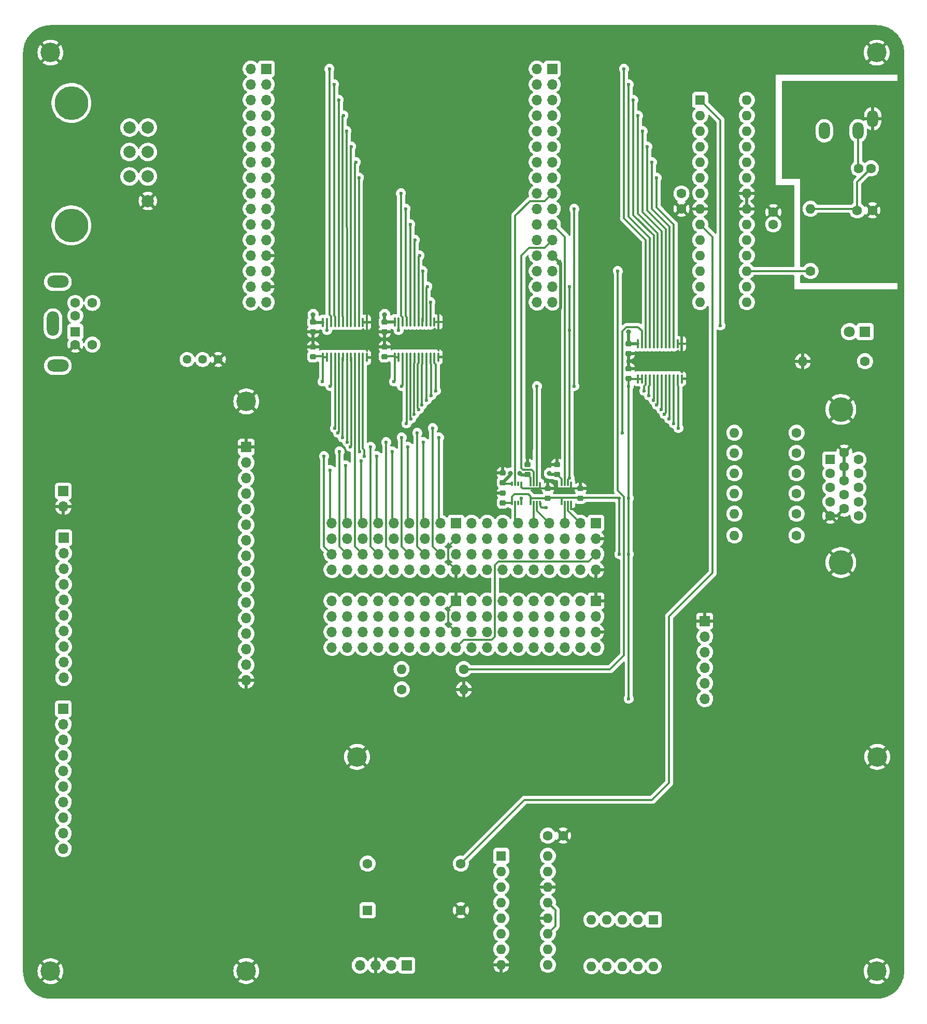
<source format=gbr>
%TF.GenerationSoftware,KiCad,Pcbnew,(5.99.0-7356-g63088e8bdb)*%
%TF.CreationDate,2021-07-14T19:01:45+08:00*%
%TF.ProjectId,DaughterDevBoard,44617567-6874-4657-9244-6576426f6172,rev?*%
%TF.SameCoordinates,Original*%
%TF.FileFunction,Copper,L2,Bot*%
%TF.FilePolarity,Positive*%
%FSLAX46Y46*%
G04 Gerber Fmt 4.6, Leading zero omitted, Abs format (unit mm)*
G04 Created by KiCad (PCBNEW (5.99.0-7356-g63088e8bdb)) date 2021-07-14 19:01:45*
%MOMM*%
%LPD*%
G01*
G04 APERTURE LIST*
G04 Aperture macros list*
%AMRoundRect*
0 Rectangle with rounded corners*
0 $1 Rounding radius*
0 $2 $3 $4 $5 $6 $7 $8 $9 X,Y pos of 4 corners*
0 Add a 4 corners polygon primitive as box body*
4,1,4,$2,$3,$4,$5,$6,$7,$8,$9,$2,$3,0*
0 Add four circle primitives for the rounded corners*
1,1,$1+$1,$2,$3,0*
1,1,$1+$1,$4,$5,0*
1,1,$1+$1,$6,$7,0*
1,1,$1+$1,$8,$9,0*
0 Add four rect primitives between the rounded corners*
20,1,$1+$1,$2,$3,$4,$5,0*
20,1,$1+$1,$4,$5,$6,$7,0*
20,1,$1+$1,$6,$7,$8,$9,0*
20,1,$1+$1,$8,$9,$2,$3,0*%
G04 Aperture macros list end*
%TA.AperFunction,WasherPad*%
%ADD10C,5.500000*%
%TD*%
%TA.AperFunction,ComponentPad*%
%ADD11C,2.000000*%
%TD*%
%TA.AperFunction,ComponentPad*%
%ADD12C,3.200000*%
%TD*%
%TA.AperFunction,ComponentPad*%
%ADD13R,1.600000X1.600000*%
%TD*%
%TA.AperFunction,ComponentPad*%
%ADD14O,1.600000X1.600000*%
%TD*%
%TA.AperFunction,ComponentPad*%
%ADD15R,1.700000X1.700000*%
%TD*%
%TA.AperFunction,ComponentPad*%
%ADD16O,1.700000X1.700000*%
%TD*%
%TA.AperFunction,ComponentPad*%
%ADD17C,1.600000*%
%TD*%
%TA.AperFunction,ComponentPad*%
%ADD18C,1.440000*%
%TD*%
%TA.AperFunction,ComponentPad*%
%ADD19O,3.500000X2.000000*%
%TD*%
%TA.AperFunction,ComponentPad*%
%ADD20O,2.000000X4.000000*%
%TD*%
%TA.AperFunction,ComponentPad*%
%ADD21O,1.800000X2.800000*%
%TD*%
%TA.AperFunction,ComponentPad*%
%ADD22C,4.000000*%
%TD*%
%TA.AperFunction,ComponentPad*%
%ADD23R,1.800000X1.800000*%
%TD*%
%TA.AperFunction,ComponentPad*%
%ADD24C,1.800000*%
%TD*%
%TA.AperFunction,SMDPad,CuDef*%
%ADD25RoundRect,0.218750X0.256250X-0.218750X0.256250X0.218750X-0.256250X0.218750X-0.256250X-0.218750X0*%
%TD*%
%TA.AperFunction,SMDPad,CuDef*%
%ADD26RoundRect,0.100000X-0.100000X0.637500X-0.100000X-0.637500X0.100000X-0.637500X0.100000X0.637500X0*%
%TD*%
%TA.AperFunction,SMDPad,CuDef*%
%ADD27RoundRect,0.218750X-0.256250X0.218750X-0.256250X-0.218750X0.256250X-0.218750X0.256250X0.218750X0*%
%TD*%
%TA.AperFunction,SMDPad,CuDef*%
%ADD28R,0.300000X0.800000*%
%TD*%
%TA.AperFunction,ViaPad*%
%ADD29C,0.600000*%
%TD*%
%TA.AperFunction,ViaPad*%
%ADD30C,0.800000*%
%TD*%
%TA.AperFunction,Conductor*%
%ADD31C,0.300000*%
%TD*%
%TA.AperFunction,Conductor*%
%ADD32C,0.500000*%
%TD*%
G04 APERTURE END LIST*
D10*
%TO.P,J7,*%
%TO.N,*%
X33900000Y-38600000D03*
X33900000Y-58600000D03*
D11*
%TO.P,J7,1,GND*%
%TO.N,GND*%
X46400000Y-54600000D03*
%TO.P,J7,2,CLOCK*%
%TO.N,JP_CLOCK*%
X46400000Y-50600000D03*
%TO.P,J7,3,LATCH*%
%TO.N,JP1_LATCH*%
X46400000Y-46600000D03*
%TO.P,J7,4,D1*%
%TO.N,JP1_DATA*%
X46400000Y-42600000D03*
%TO.P,J7,5,D3*%
%TO.N,N/C*%
X43400000Y-42600000D03*
%TO.P,J7,6,D2*%
X43400000Y-46600000D03*
%TO.P,J7,7,VCC*%
%TO.N,+5V*%
X43400000Y-50600000D03*
%TD*%
D12*
%TO.P,REF\u002A\u002A,1*%
%TO.N,GND*%
X62484000Y-180340000D03*
%TD*%
D13*
%TO.P,U1,1,Q1*%
%TO.N,Net-(J11-Pad2)*%
X104140000Y-161544000D03*
D14*
%TO.P,U1,2,Q2*%
%TO.N,Net-(J11-Pad3)*%
X104140000Y-164084000D03*
%TO.P,U1,3,Q3*%
%TO.N,Net-(J11-Pad4)*%
X104140000Y-166624000D03*
%TO.P,U1,4,Q4*%
%TO.N,Net-(J11-Pad5)*%
X104140000Y-169164000D03*
%TO.P,U1,5,Q5*%
%TO.N,N/C*%
X104140000Y-171704000D03*
%TO.P,U1,6,Q6*%
X104140000Y-174244000D03*
%TO.P,U1,7,Q7*%
X104140000Y-176784000D03*
%TO.P,U1,8,GND*%
%TO.N,GND*%
X104140000Y-179324000D03*
%TO.P,U1,9,~RCO*%
%TO.N,N/C*%
X111760000Y-179324000D03*
%TO.P,U1,10,~MRC*%
%TO.N,+5V*%
X111760000Y-176784000D03*
%TO.P,U1,11,CPC*%
%TO.N,APU_CLOCK*%
X111760000Y-174244000D03*
%TO.P,U1,12,~CE*%
%TO.N,GND*%
X111760000Y-171704000D03*
%TO.P,U1,13,CPR*%
%TO.N,APU_CLOCK*%
X111760000Y-169164000D03*
%TO.P,U1,14,~OE*%
%TO.N,GND*%
X111760000Y-166624000D03*
%TO.P,U1,15,Q0*%
%TO.N,Net-(J11-Pad1)*%
X111760000Y-164084000D03*
%TO.P,U1,16,VCC*%
%TO.N,+5V*%
X111760000Y-161544000D03*
%TD*%
D12*
%TO.P,H4,1,1*%
%TO.N,GND*%
X165492157Y-180376000D03*
%TD*%
D15*
%TO.P,J9,1,Pin_1*%
%TO.N,GND*%
X62467917Y-94795116D03*
D16*
%TO.P,J9,2,Pin_2*%
%TO.N,+5V*%
X62467917Y-97335116D03*
%TO.P,J9,3,Pin_3*%
%TO.N,Net-(J9-Pad3)*%
X62467917Y-99875116D03*
%TO.P,J9,4,Pin_4*%
%TO.N,PA5*%
X62467917Y-102415116D03*
%TO.P,J9,5,Pin_5*%
%TO.N,PA6*%
X62467917Y-104955116D03*
%TO.P,J9,6,Pin_6*%
%TO.N,PA7*%
X62467917Y-107495116D03*
%TO.P,J9,7,Pin_7*%
%TO.N,PB0*%
X62467917Y-110035116D03*
%TO.P,J9,8,Pin_8*%
%TO.N,PB1*%
X62467917Y-112575116D03*
%TO.P,J9,9,Pin_9*%
%TO.N,PB2*%
X62467917Y-115115116D03*
%TO.P,J9,10,Pin_10*%
%TO.N,PB3*%
X62467917Y-117655116D03*
%TO.P,J9,11,Pin_11*%
%TO.N,PB4*%
X62467917Y-120195116D03*
%TO.P,J9,12,Pin_12*%
%TO.N,PB5*%
X62467917Y-122735116D03*
%TO.P,J9,13,Pin_13*%
%TO.N,PB6*%
X62467917Y-125275116D03*
%TO.P,J9,14,Pin_14*%
%TO.N,PB7*%
X62467917Y-127815116D03*
%TO.P,J9,15,Pin_15*%
%TO.N,+5V*%
X62467917Y-130355116D03*
%TO.P,J9,16,Pin_16*%
%TO.N,GND*%
X62467917Y-132895116D03*
%TD*%
D17*
%TO.P,R9,1*%
%TO.N,/RESET_1*%
X98013198Y-131048599D03*
D14*
%TO.P,R9,2*%
%TO.N,Net-(J15-Pad14)*%
X87853198Y-131048599D03*
%TD*%
D12*
%TO.P,H2,1,1*%
%TO.N,GND*%
X30492157Y-30376000D03*
%TD*%
D18*
%TO.P,RV1,1,1*%
%TO.N,GND*%
X57912000Y-80488117D03*
%TO.P,RV1,2,2*%
%TO.N,Net-(J9-Pad3)*%
X55372000Y-80488117D03*
%TO.P,RV1,3,3*%
%TO.N,N/C*%
X52832000Y-80488117D03*
%TD*%
D12*
%TO.P,H1,1,1*%
%TO.N,GND*%
X165492157Y-30376000D03*
%TD*%
D15*
%TO.P,J15,1,Pin_1*%
%TO.N,GND*%
X96780000Y-119890000D03*
D16*
%TO.P,J15,2,Pin_2*%
%TO.N,N/C*%
X94240000Y-119890000D03*
%TO.P,J15,3,Pin_3*%
X91700000Y-119890000D03*
%TO.P,J15,4,Pin_4*%
X89160000Y-119890000D03*
%TO.P,J15,5,Pin_5*%
X86620000Y-119890000D03*
%TO.P,J15,6,Pin_6*%
X84080000Y-119890000D03*
%TO.P,J15,7,Pin_7*%
X81540000Y-119890000D03*
%TO.P,J15,8,Pin_8*%
X79000000Y-119890000D03*
%TO.P,J15,9,Pin_9*%
%TO.N,SS*%
X76460000Y-119890000D03*
%TO.P,J15,10,Pin_10*%
%TO.N,N/C*%
X96780000Y-122430000D03*
%TO.P,J15,11,Pin_11*%
X94240000Y-122430000D03*
%TO.P,J15,12,Pin_12*%
X91700000Y-122430000D03*
%TO.P,J15,13,Pin_13*%
X89160000Y-122430000D03*
%TO.P,J15,14,Pin_14*%
%TO.N,Net-(J15-Pad14)*%
X86620000Y-122430000D03*
%TO.P,J15,15,Pin_15*%
%TO.N,N/C*%
X84080000Y-122430000D03*
%TO.P,J15,16,Pin_16*%
X81540000Y-122430000D03*
%TO.P,J15,17,Pin_17*%
X79000000Y-122430000D03*
%TO.P,J15,18,Pin_18*%
%TO.N,SCK*%
X76460000Y-122430000D03*
%TO.P,J15,19,Pin_19*%
%TO.N,MISO*%
X76460000Y-124970000D03*
%TO.P,J15,20,Pin_20*%
%TO.N,N/C*%
X79000000Y-124970000D03*
%TO.P,J15,21,Pin_21*%
X81540000Y-124970000D03*
%TO.P,J15,22,Pin_22*%
X84080000Y-124970000D03*
%TO.P,J15,23,Pin_23*%
X86620000Y-124970000D03*
%TO.P,J15,24,Pin_24*%
X89160000Y-124970000D03*
%TO.P,J15,25,Pin_25*%
X91700000Y-124970000D03*
%TO.P,J15,26,Pin_26*%
X94240000Y-124970000D03*
%TO.P,J15,27,Pin_27*%
%TO.N,GND*%
X96780000Y-124970000D03*
%TO.P,J15,28,Pin_28*%
%TO.N,MOSI*%
X76460000Y-127510000D03*
%TO.P,J15,29,Pin_29*%
%TO.N,N/C*%
X79000000Y-127510000D03*
%TO.P,J15,30,Pin_30*%
X81540000Y-127510000D03*
%TO.P,J15,31,Pin_31*%
X84080000Y-127510000D03*
%TO.P,J15,32,Pin_32*%
X86620000Y-127510000D03*
%TO.P,J15,33,Pin_33*%
X89160000Y-127510000D03*
%TO.P,J15,34,Pin_34*%
X91700000Y-127510000D03*
%TO.P,J15,35,Pin_35*%
X94240000Y-127510000D03*
%TO.P,J15,36,Pin_36*%
%TO.N,+3V3*%
X96780000Y-127510000D03*
%TD*%
D17*
%TO.P,R5,1*%
%TO.N,/VGA Card/GREEN*%
X152400000Y-102362000D03*
D14*
%TO.P,R5,2*%
%TO.N,/VGA Card/DB2*%
X142240000Y-102362000D03*
%TD*%
D13*
%TO.P,U2,1,~RESET~/PC6*%
%TO.N,/RESET*%
X136652000Y-38100000D03*
D14*
%TO.P,U2,2,PD0*%
%TO.N,/DA0*%
X136652000Y-40640000D03*
%TO.P,U2,3,PD1*%
%TO.N,/DA1*%
X136652000Y-43180000D03*
%TO.P,U2,4,PD2*%
%TO.N,/DA2*%
X136652000Y-45720000D03*
%TO.P,U2,5,PD3*%
%TO.N,/DA3*%
X136652000Y-48260000D03*
%TO.P,U2,6,PD4*%
%TO.N,/DA4*%
X136652000Y-50800000D03*
%TO.P,U2,7,VCC*%
%TO.N,+5V*%
X136652000Y-53340000D03*
%TO.P,U2,8,GND*%
%TO.N,GND*%
X136652000Y-55880000D03*
%TO.P,U2,9,XTAL1/PB6*%
%TO.N,APU_CLOCK*%
X136652000Y-58420000D03*
%TO.P,U2,10,XTAL2/PB7*%
%TO.N,N/C*%
X136652000Y-60960000D03*
%TO.P,U2,11,PD5*%
%TO.N,/DA5*%
X136652000Y-63500000D03*
%TO.P,U2,12,PD6*%
%TO.N,/DA6*%
X136652000Y-66040000D03*
%TO.P,U2,13,PD7*%
%TO.N,/DA7*%
X136652000Y-68580000D03*
%TO.P,U2,14,PB0*%
%TO.N,N/C*%
X136652000Y-71120000D03*
%TO.P,U2,15,PB1*%
%TO.N,/RW*%
X144272000Y-71120000D03*
%TO.P,U2,16,PB2*%
%TO.N,/CSB*%
X144272000Y-68580000D03*
%TO.P,U2,17,PB3*%
%TO.N,Net-(R2-Pad1)*%
X144272000Y-66040000D03*
%TO.P,U2,18,PB4*%
%TO.N,/CLOCK1_1*%
X144272000Y-63500000D03*
%TO.P,U2,19,PB5*%
%TO.N,/IRQB*%
X144272000Y-60960000D03*
%TO.P,U2,20,AVCC*%
%TO.N,+5V*%
X144272000Y-58420000D03*
%TO.P,U2,21,AREF*%
%TO.N,GND*%
X144272000Y-55880000D03*
%TO.P,U2,22,GND*%
X144272000Y-53340000D03*
%TO.P,U2,23,PC0*%
%TO.N,/AA0*%
X144272000Y-50800000D03*
%TO.P,U2,24,PC1*%
%TO.N,/AA1*%
X144272000Y-48260000D03*
%TO.P,U2,25,PC2*%
%TO.N,/AA2*%
X144272000Y-45720000D03*
%TO.P,U2,26,PC3*%
%TO.N,/AA3*%
X144272000Y-43180000D03*
%TO.P,U2,27,PC4*%
%TO.N,/AA4*%
X144272000Y-40640000D03*
%TO.P,U2,28,PC5*%
%TO.N,/AA5*%
X144272000Y-38100000D03*
%TD*%
D17*
%TO.P,R3,1*%
%TO.N,/VGA Card/BLUE*%
X152400000Y-109220000D03*
D14*
%TO.P,R3,2*%
%TO.N,/VGA Card/DB0*%
X142240000Y-109220000D03*
%TD*%
D17*
%TO.P,R2,1*%
%TO.N,Net-(R2-Pad1)*%
X154686000Y-66040000D03*
D14*
%TO.P,R2,2*%
%TO.N,Net-(C4-Pad1)*%
X154686000Y-55880000D03*
%TD*%
D17*
%TO.P,C4,1*%
%TO.N,Net-(C4-Pad1)*%
X162306000Y-56134000D03*
%TO.P,C4,2*%
%TO.N,GND*%
X164806000Y-56134000D03*
%TD*%
%TO.P,C1,1*%
%TO.N,+5V*%
X111760000Y-158242000D03*
%TO.P,C1,2*%
%TO.N,GND*%
X114260000Y-158242000D03*
%TD*%
%TO.P,R4,1*%
%TO.N,/VGA Card/BLUE*%
X152400000Y-105664000D03*
D14*
%TO.P,R4,2*%
%TO.N,/VGA Card/DB1*%
X142240000Y-105664000D03*
%TD*%
D12*
%TO.P,H5,1,1*%
%TO.N,GND*%
X165592157Y-145376000D03*
%TD*%
D13*
%TO.P,J1,1*%
%TO.N,JP2_DATA*%
X34544000Y-75946000D03*
D17*
%TO.P,J1,2*%
%TO.N,N/C*%
X34544000Y-73346000D03*
%TO.P,J1,3*%
%TO.N,GND*%
X34544000Y-78046000D03*
%TO.P,J1,4*%
%TO.N,+5V*%
X34544000Y-71246000D03*
%TO.P,J1,5*%
%TO.N,JP2_LATCH*%
X37344000Y-78046000D03*
%TO.P,J1,6*%
%TO.N,N/C*%
X37344000Y-71246000D03*
D19*
%TO.P,J1,7*%
X31694000Y-81496000D03*
X31694000Y-67796000D03*
D20*
X30894000Y-74646000D03*
%TD*%
D12*
%TO.P,H3,1,1*%
%TO.N,GND*%
X30492157Y-180376000D03*
%TD*%
D21*
%TO.P,J12,R*%
%TO.N,N/C*%
X156946000Y-43148000D03*
%TO.P,J12,S*%
%TO.N,GND*%
X164846000Y-41148000D03*
%TO.P,J12,T*%
%TO.N,Net-(C5-Pad1)*%
X162446000Y-43148000D03*
%TD*%
D13*
%TO.P,J11,1,Pin_1*%
%TO.N,Net-(J11-Pad1)*%
X129032000Y-171958000D03*
D14*
%TO.P,J11,2,Pin_2*%
%TO.N,Net-(J11-Pad2)*%
X126492000Y-171958000D03*
%TO.P,J11,3,Pin_3*%
%TO.N,Net-(J11-Pad3)*%
X123952000Y-171958000D03*
%TO.P,J11,4,Pin_4*%
%TO.N,Net-(J11-Pad4)*%
X121412000Y-171958000D03*
%TO.P,J11,5,Pin_5*%
%TO.N,Net-(J11-Pad5)*%
X118872000Y-171958000D03*
%TO.P,J11,6,Pin_6*%
%TO.N,CPU_CLOCK*%
X118872000Y-179578000D03*
%TO.P,J11,7,Pin_7*%
X121412000Y-179578000D03*
%TO.P,J11,8,Pin_8*%
X123952000Y-179578000D03*
%TO.P,J11,9,Pin_9*%
X126492000Y-179578000D03*
%TO.P,J11,10,Pin_10*%
X129032000Y-179578000D03*
%TD*%
D12*
%TO.P,H6,1,1*%
%TO.N,GND*%
X80592157Y-145376000D03*
%TD*%
D17*
%TO.P,C3,1*%
%TO.N,+5V*%
X133586622Y-53382146D03*
%TO.P,C3,2*%
%TO.N,GND*%
X133586622Y-55882146D03*
%TD*%
D15*
%TO.P,J13,1,Pin_1*%
%TO.N,+5V*%
X119640000Y-107190000D03*
D16*
%TO.P,J13,2,Pin_2*%
%TO.N,Net-(U3-Pad6)*%
X117100000Y-107190000D03*
%TO.P,J13,3,Pin_3*%
%TO.N,Net-(J13-Pad3)*%
X114560000Y-107190000D03*
%TO.P,J13,4,Pin_4*%
%TO.N,Net-(U4-Pad6)*%
X112020000Y-107190000D03*
%TO.P,J13,5,Pin_5*%
%TO.N,Net-(U4-Pad7)*%
X109480000Y-107190000D03*
%TO.P,J13,6,Pin_6*%
%TO.N,Net-(J13-Pad6)*%
X106940000Y-107190000D03*
%TO.P,J13,7,Pin_7*%
%TO.N,/VGA Card/DMARW*%
X104400000Y-107190000D03*
%TO.P,J13,8,Pin_8*%
%TO.N,N/C*%
X101860000Y-107190000D03*
%TO.P,J13,9,Pin_9*%
X99320000Y-107190000D03*
%TO.P,J13,10,Pin_10*%
%TO.N,GND*%
X119640000Y-109730000D03*
%TO.P,J13,11,Pin_11*%
%TO.N,N/C*%
X117100000Y-109730000D03*
%TO.P,J13,12,Pin_12*%
X114560000Y-109730000D03*
%TO.P,J13,13,Pin_13*%
X112020000Y-109730000D03*
%TO.P,J13,14,Pin_14*%
X109480000Y-109730000D03*
%TO.P,J13,15,Pin_15*%
X106940000Y-109730000D03*
%TO.P,J13,16,Pin_16*%
X104400000Y-109730000D03*
%TO.P,J13,17,Pin_17*%
X101860000Y-109730000D03*
%TO.P,J13,18,Pin_18*%
X99320000Y-109730000D03*
%TO.P,J13,19,Pin_19*%
X99320000Y-112270000D03*
%TO.P,J13,20,Pin_20*%
X101860000Y-112270000D03*
%TO.P,J13,21,Pin_21*%
X104400000Y-112270000D03*
%TO.P,J13,22,Pin_22*%
X106940000Y-112270000D03*
%TO.P,J13,23,Pin_23*%
X109480000Y-112270000D03*
%TO.P,J13,24,Pin_24*%
X112020000Y-112270000D03*
%TO.P,J13,25,Pin_25*%
X114560000Y-112270000D03*
%TO.P,J13,26,Pin_26*%
X117100000Y-112270000D03*
%TO.P,J13,27,Pin_27*%
%TO.N,+3V3*%
X119640000Y-112270000D03*
%TO.P,J13,28,Pin_28*%
%TO.N,/VGA Card/VSYNC*%
X99320000Y-114810000D03*
%TO.P,J13,29,Pin_29*%
%TO.N,/VGA Card/HSYNC*%
X101860000Y-114810000D03*
%TO.P,J13,30,Pin_30*%
%TO.N,/VGA Card/DB5*%
X104400000Y-114810000D03*
%TO.P,J13,31,Pin_31*%
%TO.N,/VGA Card/DB4*%
X106940000Y-114810000D03*
%TO.P,J13,32,Pin_32*%
%TO.N,/VGA Card/DB3*%
X109480000Y-114810000D03*
%TO.P,J13,33,Pin_33*%
%TO.N,/VGA Card/DB2*%
X112020000Y-114810000D03*
%TO.P,J13,34,Pin_34*%
%TO.N,/VGA Card/DB1*%
X114560000Y-114810000D03*
%TO.P,J13,35,Pin_35*%
%TO.N,/VGA Card/DB0*%
X117100000Y-114810000D03*
%TO.P,J13,36,Pin_36*%
%TO.N,GND*%
X119640000Y-114810000D03*
%TD*%
D22*
%TO.P,J17,0*%
%TO.N,GND*%
X159640000Y-88646000D03*
X159640000Y-113646000D03*
D13*
%TO.P,J17,1*%
%TO.N,/VGA Card/RED*%
X157920000Y-96831000D03*
D17*
%TO.P,J17,2*%
%TO.N,/VGA Card/GREEN*%
X157920000Y-99121000D03*
%TO.P,J17,3*%
%TO.N,/VGA Card/BLUE*%
X157920000Y-101411000D03*
%TO.P,J17,4*%
%TO.N,N/C*%
X157920000Y-103701000D03*
%TO.P,J17,5*%
%TO.N,GND*%
X157920000Y-105991000D03*
%TO.P,J17,6*%
X160200000Y-95686000D03*
%TO.P,J17,7*%
X160200000Y-97976000D03*
%TO.P,J17,8*%
X160200000Y-100266000D03*
%TO.P,J17,9*%
%TO.N,N/C*%
X160200000Y-102556000D03*
%TO.P,J17,10*%
%TO.N,GND*%
X160200000Y-104846000D03*
%TO.P,J17,11*%
%TO.N,N/C*%
X162520000Y-96831000D03*
%TO.P,J17,12*%
X162520000Y-99121000D03*
%TO.P,J17,13*%
%TO.N,/VGA Card/HSYNC*%
X162520000Y-101411000D03*
%TO.P,J17,14*%
%TO.N,/VGA Card/VSYNC*%
X162520000Y-103701000D03*
%TO.P,J17,15*%
%TO.N,N/C*%
X162520000Y-105991000D03*
%TD*%
D15*
%TO.P,J14,1,Pin_1*%
%TO.N,N/C*%
X96780000Y-107190000D03*
D16*
%TO.P,J14,2,Pin_2*%
%TO.N,Net-(J14-Pad2)*%
X94240000Y-107190000D03*
%TO.P,J14,3,Pin_3*%
%TO.N,Net-(J14-Pad3)*%
X91700000Y-107190000D03*
%TO.P,J14,4,Pin_4*%
%TO.N,Net-(J14-Pad4)*%
X89160000Y-107190000D03*
%TO.P,J14,5,Pin_5*%
%TO.N,Net-(J14-Pad5)*%
X86620000Y-107190000D03*
%TO.P,J14,6,Pin_6*%
%TO.N,Net-(J14-Pad6)*%
X84080000Y-107190000D03*
%TO.P,J14,7,Pin_7*%
%TO.N,Net-(J14-Pad7)*%
X81540000Y-107190000D03*
%TO.P,J14,8,Pin_8*%
%TO.N,Net-(J14-Pad8)*%
X79000000Y-107190000D03*
%TO.P,J14,9,Pin_9*%
%TO.N,Net-(J14-Pad9)*%
X76460000Y-107190000D03*
%TO.P,J14,10,Pin_10*%
%TO.N,GND*%
X96780000Y-109730000D03*
%TO.P,J14,11,Pin_11*%
%TO.N,N/C*%
X94240000Y-109730000D03*
%TO.P,J14,12,Pin_12*%
X91700000Y-109730000D03*
%TO.P,J14,13,Pin_13*%
X89160000Y-109730000D03*
%TO.P,J14,14,Pin_14*%
X86620000Y-109730000D03*
%TO.P,J14,15,Pin_15*%
X84080000Y-109730000D03*
%TO.P,J14,16,Pin_16*%
X81540000Y-109730000D03*
%TO.P,J14,17,Pin_17*%
X79000000Y-109730000D03*
%TO.P,J14,18,Pin_18*%
X76460000Y-109730000D03*
%TO.P,J14,19,Pin_19*%
%TO.N,Net-(J14-Pad19)*%
X76460000Y-112270000D03*
%TO.P,J14,20,Pin_20*%
%TO.N,Net-(J14-Pad20)*%
X79000000Y-112270000D03*
%TO.P,J14,21,Pin_21*%
%TO.N,Net-(J14-Pad21)*%
X81540000Y-112270000D03*
%TO.P,J14,22,Pin_22*%
%TO.N,Net-(J14-Pad22)*%
X84080000Y-112270000D03*
%TO.P,J14,23,Pin_23*%
%TO.N,Net-(J14-Pad23)*%
X86620000Y-112270000D03*
%TO.P,J14,24,Pin_24*%
%TO.N,Net-(J14-Pad24)*%
X89160000Y-112270000D03*
%TO.P,J14,25,Pin_25*%
%TO.N,Net-(J14-Pad25)*%
X91700000Y-112270000D03*
%TO.P,J14,26,Pin_26*%
%TO.N,Net-(J14-Pad26)*%
X94240000Y-112270000D03*
%TO.P,J14,27,Pin_27*%
%TO.N,N/C*%
X96780000Y-112270000D03*
%TO.P,J14,28,Pin_28*%
%TO.N,Net-(J14-Pad28)*%
X76460000Y-114810000D03*
%TO.P,J14,29,Pin_29*%
%TO.N,Net-(J14-Pad29)*%
X79000000Y-114810000D03*
%TO.P,J14,30,Pin_30*%
%TO.N,Net-(J14-Pad30)*%
X81540000Y-114810000D03*
%TO.P,J14,31,Pin_31*%
%TO.N,Net-(J14-Pad31)*%
X84080000Y-114810000D03*
%TO.P,J14,32,Pin_32*%
%TO.N,Net-(J14-Pad32)*%
X86620000Y-114810000D03*
%TO.P,J14,33,Pin_33*%
%TO.N,Net-(J14-Pad33)*%
X89160000Y-114810000D03*
%TO.P,J14,34,Pin_34*%
%TO.N,Net-(J14-Pad34)*%
X91700000Y-114810000D03*
%TO.P,J14,35,Pin_35*%
%TO.N,Net-(J14-Pad35)*%
X94240000Y-114810000D03*
%TO.P,J14,36,Pin_36*%
%TO.N,GND*%
X96780000Y-114810000D03*
%TD*%
D13*
%TO.P,X1,1,NC*%
%TO.N,N/C*%
X82296000Y-170434000D03*
D17*
%TO.P,X1,7,GND*%
%TO.N,GND*%
X97536000Y-170434000D03*
%TO.P,X1,8,OUT*%
%TO.N,APU_CLOCK*%
X97536000Y-162814000D03*
%TO.P,X1,14,Vcc*%
%TO.N,+5V*%
X82296000Y-162814000D03*
%TD*%
D15*
%TO.P,J16,1,Pin_1*%
%TO.N,GND*%
X119640000Y-119890000D03*
D16*
%TO.P,J16,2,Pin_2*%
%TO.N,N/C*%
X117100000Y-119890000D03*
%TO.P,J16,3,Pin_3*%
X114560000Y-119890000D03*
%TO.P,J16,4,Pin_4*%
X112020000Y-119890000D03*
%TO.P,J16,5,Pin_5*%
X109480000Y-119890000D03*
%TO.P,J16,6,Pin_6*%
X106940000Y-119890000D03*
%TO.P,J16,7,Pin_7*%
X104400000Y-119890000D03*
%TO.P,J16,8,Pin_8*%
X101860000Y-119890000D03*
%TO.P,J16,9,Pin_9*%
X99320000Y-119890000D03*
%TO.P,J16,10,Pin_10*%
X119640000Y-122430000D03*
%TO.P,J16,11,Pin_11*%
X117100000Y-122430000D03*
%TO.P,J16,12,Pin_12*%
X114560000Y-122430000D03*
%TO.P,J16,13,Pin_13*%
X112020000Y-122430000D03*
%TO.P,J16,14,Pin_14*%
X109480000Y-122430000D03*
%TO.P,J16,15,Pin_15*%
X106940000Y-122430000D03*
%TO.P,J16,16,Pin_16*%
X104400000Y-122430000D03*
%TO.P,J16,17,Pin_17*%
X101860000Y-122430000D03*
%TO.P,J16,18,Pin_18*%
X99320000Y-122430000D03*
%TO.P,J16,19,Pin_19*%
X99320000Y-124970000D03*
%TO.P,J16,20,Pin_20*%
X101860000Y-124970000D03*
%TO.P,J16,21,Pin_21*%
X104400000Y-124970000D03*
%TO.P,J16,22,Pin_22*%
X106940000Y-124970000D03*
%TO.P,J16,23,Pin_23*%
X109480000Y-124970000D03*
%TO.P,J16,24,Pin_24*%
X112020000Y-124970000D03*
%TO.P,J16,25,Pin_25*%
X114560000Y-124970000D03*
%TO.P,J16,26,Pin_26*%
X117100000Y-124970000D03*
%TO.P,J16,27,Pin_27*%
%TO.N,GND*%
X119640000Y-124970000D03*
%TO.P,J16,28,Pin_28*%
%TO.N,N/C*%
X99320000Y-127510000D03*
%TO.P,J16,29,Pin_29*%
X101860000Y-127510000D03*
%TO.P,J16,30,Pin_30*%
X104400000Y-127510000D03*
%TO.P,J16,31,Pin_31*%
X106940000Y-127510000D03*
%TO.P,J16,32,Pin_32*%
X109480000Y-127510000D03*
%TO.P,J16,33,Pin_33*%
X112020000Y-127510000D03*
%TO.P,J16,34,Pin_34*%
X114560000Y-127510000D03*
%TO.P,J16,35,Pin_35*%
X117100000Y-127510000D03*
%TO.P,J16,36,Pin_36*%
X119640000Y-127510000D03*
%TD*%
D17*
%TO.P,R8,1*%
%TO.N,/VGA Card/RED*%
X152400000Y-92456000D03*
D14*
%TO.P,R8,2*%
%TO.N,/VGA Card/DB5*%
X142240000Y-92456000D03*
%TD*%
D12*
%TO.P,REF\u002A\u002A,1*%
%TO.N,GND*%
X62484000Y-87340000D03*
%TD*%
D17*
%TO.P,R1,1*%
%TO.N,Net-(D1-Pad1)*%
X163576000Y-80772000D03*
D14*
%TO.P,R1,2*%
%TO.N,GND*%
X153416000Y-80772000D03*
%TD*%
D17*
%TO.P,R7,1*%
%TO.N,/VGA Card/RED*%
X152400000Y-95758000D03*
D14*
%TO.P,R7,2*%
%TO.N,/VGA Card/DB4*%
X142240000Y-95758000D03*
%TD*%
D17*
%TO.P,C2,1*%
%TO.N,+5V*%
X148590000Y-58420000D03*
%TO.P,C2,2*%
%TO.N,GND*%
X148590000Y-56420000D03*
%TD*%
D15*
%TO.P,J18,1,Pin_1*%
%TO.N,GND*%
X137414000Y-123188000D03*
D16*
%TO.P,J18,2,Pin_2*%
%TO.N,+3V3*%
X137414000Y-125728000D03*
%TO.P,J18,3,Pin_3*%
%TO.N,SS*%
X137414000Y-128268000D03*
%TO.P,J18,4,Pin_4*%
%TO.N,MOSI*%
X137414000Y-130808000D03*
%TO.P,J18,5,Pin_5*%
%TO.N,SCK*%
X137414000Y-133348000D03*
%TO.P,J18,6,Pin_6*%
%TO.N,MISO*%
X137414000Y-135888000D03*
%TD*%
D23*
%TO.P,D1,1,K*%
%TO.N,Net-(D1-Pad1)*%
X163576000Y-75946000D03*
D24*
%TO.P,D1,2,A*%
%TO.N,+5V*%
X161036000Y-75946000D03*
%TD*%
D17*
%TO.P,R10,1*%
%TO.N,Net-(J15-Pad14)*%
X87884000Y-134350599D03*
D14*
%TO.P,R10,2*%
%TO.N,GND*%
X98044000Y-134350599D03*
%TD*%
D17*
%TO.P,C5,1*%
%TO.N,Net-(C5-Pad1)*%
X162560000Y-49276000D03*
%TO.P,C5,2*%
%TO.N,Net-(C4-Pad1)*%
X164560000Y-49276000D03*
%TD*%
%TO.P,R6,1*%
%TO.N,/VGA Card/GREEN*%
X152400000Y-99060000D03*
D14*
%TO.P,R6,2*%
%TO.N,/VGA Card/DB3*%
X142240000Y-99060000D03*
%TD*%
D25*
%TO.P,C11,1*%
%TO.N,+3V3*%
X111760000Y-103149500D03*
%TO.P,C11,2*%
%TO.N,GND*%
X111760000Y-101574500D03*
%TD*%
%TO.P,C10,1*%
%TO.N,+3V3*%
X104394000Y-103911500D03*
%TO.P,C10,2*%
%TO.N,GND*%
X104394000Y-102336500D03*
%TD*%
D15*
%TO.P,J3,1,Pin_1*%
%TO.N,/DB0*%
X112522000Y-33020000D03*
D16*
%TO.P,J3,2,Pin_2*%
%TO.N,/DB1*%
X112522000Y-35560000D03*
%TO.P,J3,3,Pin_3*%
%TO.N,/DB2*%
X112522000Y-38100000D03*
%TO.P,J3,4,Pin_4*%
%TO.N,/DB3*%
X112522000Y-40640000D03*
%TO.P,J3,5,Pin_5*%
%TO.N,/DB4*%
X112522000Y-43180000D03*
%TO.P,J3,6,Pin_6*%
%TO.N,/DB5*%
X112522000Y-45720000D03*
%TO.P,J3,7,Pin_7*%
%TO.N,/DB6*%
X112522000Y-48260000D03*
%TO.P,J3,8,Pin_8*%
%TO.N,/DB7*%
X112522000Y-50800000D03*
%TO.P,J3,9,Pin_9*%
%TO.N,/RW_1*%
X112522000Y-53340000D03*
%TO.P,J3,10,Pin_10*%
%TO.N,/CSB_1*%
X112522000Y-55880000D03*
%TO.P,J3,11,Pin_11*%
%TO.N,/NMIB*%
X112522000Y-58420000D03*
%TO.P,J3,12,Pin_12*%
%TO.N,/CLOCK1*%
X112522000Y-60960000D03*
%TO.P,J3,13,Pin_13*%
%TO.N,GND*%
X112522000Y-63500000D03*
%TO.P,J3,14,Pin_14*%
%TO.N,/RESET_1*%
X112522000Y-66040000D03*
%TO.P,J3,15,Pin_15*%
%TO.N,/DMAB*%
X112522000Y-68580000D03*
%TO.P,J3,16,Pin_16*%
%TO.N,+5V*%
X112522000Y-71120000D03*
%TO.P,J3,17,Pin_17*%
%TO.N,/AB0*%
X109982000Y-33020000D03*
%TO.P,J3,18,Pin_18*%
%TO.N,/AB1*%
X109982000Y-35560000D03*
%TO.P,J3,19,Pin_19*%
%TO.N,/AB2*%
X109982000Y-38100000D03*
%TO.P,J3,20,Pin_20*%
%TO.N,/AB3*%
X109982000Y-40640000D03*
%TO.P,J3,21,Pin_21*%
%TO.N,/AB4*%
X109982000Y-43180000D03*
%TO.P,J3,22,Pin_22*%
%TO.N,/AB5*%
X109982000Y-45720000D03*
%TO.P,J3,23,Pin_23*%
%TO.N,/AB6*%
X109982000Y-48260000D03*
%TO.P,J3,24,Pin_24*%
%TO.N,/AB7*%
X109982000Y-50800000D03*
%TO.P,J3,25,Pin_25*%
%TO.N,/AB8*%
X109982000Y-53340000D03*
%TO.P,J3,26,Pin_26*%
%TO.N,/AB9*%
X109982000Y-55880000D03*
%TO.P,J3,27,Pin_27*%
%TO.N,/AB10*%
X109982000Y-58420000D03*
%TO.P,J3,28,Pin_28*%
%TO.N,/AB11*%
X109982000Y-60960000D03*
%TO.P,J3,29,Pin_29*%
%TO.N,/AB12*%
X109982000Y-63500000D03*
%TO.P,J3,30,Pin_30*%
%TO.N,/AB13*%
X109982000Y-66040000D03*
%TO.P,J3,31,Pin_31*%
%TO.N,/AB14*%
X109982000Y-68580000D03*
%TO.P,J3,32,Pin_32*%
%TO.N,/AB15*%
X109982000Y-71120000D03*
%TD*%
D26*
%TO.P,U7,1,VCCA*%
%TO.N,+5V*%
X86726000Y-74353500D03*
%TO.P,U7,2,DIR*%
%TO.N,/DMAB*%
X87376000Y-74353500D03*
%TO.P,U7,3,A1*%
%TO.N,/AB8*%
X88026000Y-74353500D03*
%TO.P,U7,4,A2*%
%TO.N,/AB9*%
X88676000Y-74353500D03*
%TO.P,U7,5,A3*%
%TO.N,/AB10*%
X89326000Y-74353500D03*
%TO.P,U7,6,A4*%
%TO.N,/AB11*%
X89976000Y-74353500D03*
%TO.P,U7,7,A5*%
%TO.N,/AB12*%
X90626000Y-74353500D03*
%TO.P,U7,8,A6*%
%TO.N,/AB13*%
X91276000Y-74353500D03*
%TO.P,U7,9,A7*%
%TO.N,/AB14*%
X91926000Y-74353500D03*
%TO.P,U7,10,A8*%
%TO.N,/AB15*%
X92576000Y-74353500D03*
%TO.P,U7,11,GND*%
%TO.N,GND*%
X93226000Y-74353500D03*
%TO.P,U7,12,GND*%
X93876000Y-74353500D03*
%TO.P,U7,13,GND*%
X93876000Y-80078500D03*
%TO.P,U7,14,B8*%
%TO.N,Net-(J14-Pad28)*%
X93226000Y-80078500D03*
%TO.P,U7,15,B7*%
%TO.N,Net-(J14-Pad29)*%
X92576000Y-80078500D03*
%TO.P,U7,16,B6*%
%TO.N,Net-(J14-Pad30)*%
X91926000Y-80078500D03*
%TO.P,U7,17,B5*%
%TO.N,Net-(J14-Pad31)*%
X91276000Y-80078500D03*
%TO.P,U7,18,B4*%
%TO.N,Net-(J14-Pad32)*%
X90626000Y-80078500D03*
%TO.P,U7,19,B3*%
%TO.N,Net-(J14-Pad33)*%
X89976000Y-80078500D03*
%TO.P,U7,20,B2*%
%TO.N,Net-(J14-Pad34)*%
X89326000Y-80078500D03*
%TO.P,U7,21,B1*%
%TO.N,Net-(J14-Pad35)*%
X88676000Y-80078500D03*
%TO.P,U7,22,~OE*%
%TO.N,/CSB_1*%
X88026000Y-80078500D03*
%TO.P,U7,23,VCCB*%
%TO.N,+3V3*%
X87376000Y-80078500D03*
%TO.P,U7,24,VCCB*%
X86726000Y-80078500D03*
%TD*%
D27*
%TO.P,C14,1*%
%TO.N,+5V*%
X73406000Y-74396500D03*
%TO.P,C14,2*%
%TO.N,GND*%
X73406000Y-75971500D03*
%TD*%
D25*
%TO.P,C9,1*%
%TO.N,+3V3*%
X124968000Y-83591500D03*
%TO.P,C9,2*%
%TO.N,GND*%
X124968000Y-82016500D03*
%TD*%
D26*
%TO.P,U6,1,VCCA*%
%TO.N,+5V*%
X126473000Y-77909500D03*
%TO.P,U6,2,DIR*%
%TO.N,/VGA Card/DMARW*%
X127123000Y-77909500D03*
%TO.P,U6,3,A1*%
%TO.N,/DB0*%
X127773000Y-77909500D03*
%TO.P,U6,4,A2*%
%TO.N,/DB1*%
X128423000Y-77909500D03*
%TO.P,U6,5,A3*%
%TO.N,/DB2*%
X129073000Y-77909500D03*
%TO.P,U6,6,A4*%
%TO.N,/DB3*%
X129723000Y-77909500D03*
%TO.P,U6,7,A5*%
%TO.N,/DB4*%
X130373000Y-77909500D03*
%TO.P,U6,8,A6*%
%TO.N,/DB5*%
X131023000Y-77909500D03*
%TO.P,U6,9,A7*%
%TO.N,/DB6*%
X131673000Y-77909500D03*
%TO.P,U6,10,A8*%
%TO.N,/DB7*%
X132323000Y-77909500D03*
%TO.P,U6,11,GND*%
%TO.N,GND*%
X132973000Y-77909500D03*
%TO.P,U6,12,GND*%
X133623000Y-77909500D03*
%TO.P,U6,13,GND*%
X133623000Y-83634500D03*
%TO.P,U6,14,B8*%
%TO.N,Net-(J14-Pad9)*%
X132973000Y-83634500D03*
%TO.P,U6,15,B7*%
%TO.N,Net-(J14-Pad8)*%
X132323000Y-83634500D03*
%TO.P,U6,16,B6*%
%TO.N,Net-(J14-Pad7)*%
X131673000Y-83634500D03*
%TO.P,U6,17,B5*%
%TO.N,Net-(J14-Pad6)*%
X131023000Y-83634500D03*
%TO.P,U6,18,B4*%
%TO.N,Net-(J14-Pad5)*%
X130373000Y-83634500D03*
%TO.P,U6,19,B3*%
%TO.N,Net-(J14-Pad4)*%
X129723000Y-83634500D03*
%TO.P,U6,20,B2*%
%TO.N,Net-(J14-Pad3)*%
X129073000Y-83634500D03*
%TO.P,U6,21,B1*%
%TO.N,Net-(J14-Pad2)*%
X128423000Y-83634500D03*
%TO.P,U6,22,~OE*%
%TO.N,/CSB_1*%
X127773000Y-83634500D03*
%TO.P,U6,23,VCCB*%
%TO.N,+3V3*%
X127123000Y-83634500D03*
%TO.P,U6,24,VCCB*%
X126473000Y-83634500D03*
%TD*%
D25*
%TO.P,C17,1*%
%TO.N,+3V3*%
X85090000Y-80035500D03*
%TO.P,C17,2*%
%TO.N,GND*%
X85090000Y-78460500D03*
%TD*%
D28*
%TO.P,U5,1,VCCA*%
%TO.N,+5V*%
X105930000Y-100812000D03*
%TO.P,U5,2,1A*%
%TO.N,/RW_1*%
X106430000Y-100812000D03*
%TO.P,U5,3,2A*%
%TO.N,N/C*%
X106930000Y-100812000D03*
%TO.P,U5,4,GND*%
%TO.N,GND*%
X107430000Y-100812000D03*
%TO.P,U5,5,DIR*%
%TO.N,/DMAB*%
X107430000Y-103912000D03*
%TO.P,U5,6,2B*%
%TO.N,N/C*%
X106930000Y-103912000D03*
%TO.P,U5,7,1B*%
%TO.N,Net-(J13-Pad6)*%
X106430000Y-103912000D03*
%TO.P,U5,8,VCCB*%
%TO.N,+3V3*%
X105930000Y-103912000D03*
%TD*%
D15*
%TO.P,J5,1,Pin_1*%
%TO.N,PB0*%
X32600000Y-137536000D03*
D16*
%TO.P,J5,2,Pin_2*%
%TO.N,PB1*%
X32600000Y-140076000D03*
%TO.P,J5,3,Pin_3*%
%TO.N,PB2*%
X32600000Y-142616000D03*
%TO.P,J5,4,Pin_4*%
%TO.N,PB3*%
X32600000Y-145156000D03*
%TO.P,J5,5,Pin_5*%
%TO.N,PB4*%
X32600000Y-147696000D03*
%TO.P,J5,6,Pin_6*%
%TO.N,PB5*%
X32600000Y-150236000D03*
%TO.P,J5,7,Pin_7*%
%TO.N,PB6*%
X32600000Y-152776000D03*
%TO.P,J5,8,Pin_8*%
%TO.N,PB7*%
X32600000Y-155316000D03*
%TO.P,J5,9,Pin_9*%
%TO.N,N/C*%
X32600000Y-157856000D03*
%TO.P,J5,10,Pin_10*%
X32600000Y-160396000D03*
%TD*%
D15*
%TO.P,J2,1,Pin_1*%
%TO.N,JP_CLOCK*%
X32649999Y-109600000D03*
D16*
%TO.P,J2,2,Pin_2*%
%TO.N,JP1_LATCH*%
X32649999Y-112140000D03*
%TO.P,J2,3,Pin_3*%
%TO.N,JP1_DATA*%
X32649999Y-114680000D03*
%TO.P,J2,4,Pin_4*%
%TO.N,JP2_LATCH*%
X32649999Y-117220000D03*
%TO.P,J2,5,Pin_5*%
%TO.N,JP2_DATA*%
X32649999Y-119760000D03*
%TO.P,J2,6,Pin_6*%
%TO.N,PA5*%
X32649999Y-122300000D03*
%TO.P,J2,7,Pin_7*%
%TO.N,PA6*%
X32649999Y-124840000D03*
%TO.P,J2,8,Pin_8*%
%TO.N,PA7*%
X32649999Y-127380000D03*
%TO.P,J2,9,Pin_9*%
%TO.N,N/C*%
X32649999Y-129920000D03*
%TO.P,J2,10,Pin_10*%
X32649999Y-132460000D03*
%TD*%
D27*
%TO.P,C12,1*%
%TO.N,+5V*%
X124968000Y-77952500D03*
%TO.P,C12,2*%
%TO.N,GND*%
X124968000Y-79527500D03*
%TD*%
D25*
%TO.P,C8,1*%
%TO.N,+5V*%
X108458000Y-99262500D03*
%TO.P,C8,2*%
%TO.N,GND*%
X108458000Y-97687500D03*
%TD*%
%TO.P,C7,1*%
%TO.N,+5V*%
X113284000Y-99249500D03*
%TO.P,C7,2*%
%TO.N,GND*%
X113284000Y-97674500D03*
%TD*%
%TO.P,C6,1*%
%TO.N,+5V*%
X104394000Y-100609500D03*
%TO.P,C6,2*%
%TO.N,GND*%
X104394000Y-99034500D03*
%TD*%
%TO.P,C13,1*%
%TO.N,+3V3*%
X117094000Y-103149500D03*
%TO.P,C13,2*%
%TO.N,GND*%
X117094000Y-101574500D03*
%TD*%
D15*
%TO.P,J4,1,Pin_1*%
%TO.N,/DA0*%
X65786000Y-33020000D03*
D16*
%TO.P,J4,2,Pin_2*%
%TO.N,/DA1*%
X65786000Y-35560000D03*
%TO.P,J4,3,Pin_3*%
%TO.N,/DA2*%
X65786000Y-38100000D03*
%TO.P,J4,4,Pin_4*%
%TO.N,/DA3*%
X65786000Y-40640000D03*
%TO.P,J4,5,Pin_5*%
%TO.N,/DA4*%
X65786000Y-43180000D03*
%TO.P,J4,6,Pin_6*%
%TO.N,/DA5*%
X65786000Y-45720000D03*
%TO.P,J4,7,Pin_7*%
%TO.N,/DA6*%
X65786000Y-48260000D03*
%TO.P,J4,8,Pin_8*%
%TO.N,/DA7*%
X65786000Y-50800000D03*
%TO.P,J4,9,Pin_9*%
%TO.N,/RW*%
X65786000Y-53340000D03*
%TO.P,J4,10,Pin_10*%
%TO.N,/CSB*%
X65786000Y-55880000D03*
%TO.P,J4,11,Pin_11*%
%TO.N,/IRQB*%
X65786000Y-58420000D03*
%TO.P,J4,12,Pin_12*%
%TO.N,/CLOCK1_1*%
X65786000Y-60960000D03*
%TO.P,J4,13,Pin_13*%
%TO.N,GND*%
X65786000Y-63500000D03*
%TO.P,J4,14,Pin_14*%
%TO.N,/RESET*%
X65786000Y-66040000D03*
%TO.P,J4,15,Pin_15*%
%TO.N,GND*%
X65786000Y-68580000D03*
%TO.P,J4,16,Pin_16*%
%TO.N,+5V*%
X65786000Y-71120000D03*
%TO.P,J4,17,Pin_17*%
%TO.N,/AA0*%
X63246000Y-33020000D03*
%TO.P,J4,18,Pin_18*%
%TO.N,/AA1*%
X63246000Y-35560000D03*
%TO.P,J4,19,Pin_19*%
%TO.N,/AA2*%
X63246000Y-38100000D03*
%TO.P,J4,20,Pin_20*%
%TO.N,/AA3*%
X63246000Y-40640000D03*
%TO.P,J4,21,Pin_21*%
%TO.N,/AA4*%
X63246000Y-43180000D03*
%TO.P,J4,22,Pin_22*%
%TO.N,/AA5*%
X63246000Y-45720000D03*
%TO.P,J4,23,Pin_23*%
%TO.N,N/C*%
X63246000Y-48260000D03*
%TO.P,J4,24,Pin_24*%
X63246000Y-50800000D03*
%TO.P,J4,25,Pin_25*%
X63246000Y-53340000D03*
%TO.P,J4,26,Pin_26*%
X63246000Y-55880000D03*
%TO.P,J4,27,Pin_27*%
X63246000Y-58420000D03*
%TO.P,J4,28,Pin_28*%
X63246000Y-60960000D03*
%TO.P,J4,29,Pin_29*%
X63246000Y-63500000D03*
%TO.P,J4,30,Pin_30*%
X63246000Y-66040000D03*
%TO.P,J4,31,Pin_31*%
X63246000Y-68580000D03*
%TO.P,J4,32,Pin_32*%
X63246000Y-71120000D03*
%TD*%
D28*
%TO.P,U4,1,VCCA*%
%TO.N,+5V*%
X108978000Y-100825000D03*
%TO.P,U4,2,1A*%
%TO.N,/CLOCK1*%
X109478000Y-100825000D03*
%TO.P,U4,3,2A*%
%TO.N,/CSB_1*%
X109978000Y-100825000D03*
%TO.P,U4,4,GND*%
%TO.N,GND*%
X110478000Y-100825000D03*
%TO.P,U4,5,DIR*%
%TO.N,+5V*%
X110478000Y-103925000D03*
%TO.P,U4,6,2B*%
%TO.N,Net-(U4-Pad6)*%
X109978000Y-103925000D03*
%TO.P,U4,7,1B*%
%TO.N,Net-(U4-Pad7)*%
X109478000Y-103925000D03*
%TO.P,U4,8,VCCB*%
%TO.N,+3V3*%
X108978000Y-103925000D03*
%TD*%
D25*
%TO.P,C15,1*%
%TO.N,+3V3*%
X73406000Y-80035500D03*
%TO.P,C15,2*%
%TO.N,GND*%
X73406000Y-78460500D03*
%TD*%
D26*
%TO.P,U8,1,VCCA*%
%TO.N,+5V*%
X75031000Y-74422000D03*
%TO.P,U8,2,DIR*%
%TO.N,/DMAB*%
X75681000Y-74422000D03*
%TO.P,U8,3,A1*%
%TO.N,/AB0*%
X76331000Y-74422000D03*
%TO.P,U8,4,A2*%
%TO.N,/AB1*%
X76981000Y-74422000D03*
%TO.P,U8,5,A3*%
%TO.N,/AB2*%
X77631000Y-74422000D03*
%TO.P,U8,6,A4*%
%TO.N,/AB3*%
X78281000Y-74422000D03*
%TO.P,U8,7,A5*%
%TO.N,/AB4*%
X78931000Y-74422000D03*
%TO.P,U8,8,A6*%
%TO.N,/AB5*%
X79581000Y-74422000D03*
%TO.P,U8,9,A7*%
%TO.N,/AB6*%
X80231000Y-74422000D03*
%TO.P,U8,10,A8*%
%TO.N,/AB7*%
X80881000Y-74422000D03*
%TO.P,U8,11,GND*%
%TO.N,GND*%
X81531000Y-74422000D03*
%TO.P,U8,12,GND*%
X82181000Y-74422000D03*
%TO.P,U8,13,GND*%
X82181000Y-80147000D03*
%TO.P,U8,14,B8*%
%TO.N,Net-(J14-Pad19)*%
X81531000Y-80147000D03*
%TO.P,U8,15,B7*%
%TO.N,Net-(J14-Pad20)*%
X80881000Y-80147000D03*
%TO.P,U8,16,B6*%
%TO.N,Net-(J14-Pad21)*%
X80231000Y-80147000D03*
%TO.P,U8,17,B5*%
%TO.N,Net-(J14-Pad22)*%
X79581000Y-80147000D03*
%TO.P,U8,18,B4*%
%TO.N,Net-(J14-Pad23)*%
X78931000Y-80147000D03*
%TO.P,U8,19,B3*%
%TO.N,Net-(J14-Pad24)*%
X78281000Y-80147000D03*
%TO.P,U8,20,B2*%
%TO.N,Net-(J14-Pad25)*%
X77631000Y-80147000D03*
%TO.P,U8,21,B1*%
%TO.N,Net-(J14-Pad26)*%
X76981000Y-80147000D03*
%TO.P,U8,22,~OE*%
%TO.N,/CSB_1*%
X76331000Y-80147000D03*
%TO.P,U8,23,VCCB*%
%TO.N,+3V3*%
X75681000Y-80147000D03*
%TO.P,U8,24,VCCB*%
X75031000Y-80147000D03*
%TD*%
D15*
%TO.P,J6,1,Pin_1*%
%TO.N,N/C*%
X88700000Y-179400000D03*
D16*
%TO.P,J6,2,Pin_2*%
%TO.N,CPU_CLOCK*%
X86160000Y-179400000D03*
%TO.P,J6,3,Pin_3*%
%TO.N,GND*%
X83620000Y-179400000D03*
%TO.P,J6,4,Pin_4*%
%TO.N,+5V*%
X81080000Y-179400000D03*
%TD*%
D27*
%TO.P,C16,1*%
%TO.N,+5V*%
X85090000Y-74396500D03*
%TO.P,C16,2*%
%TO.N,GND*%
X85090000Y-75971500D03*
%TD*%
D28*
%TO.P,U3,1,VCCA*%
%TO.N,+5V*%
X114054000Y-100812000D03*
%TO.P,U3,2,1A*%
%TO.N,/NMIB*%
X114554000Y-100812000D03*
%TO.P,U3,3,2A*%
%TO.N,/DMAB*%
X115054000Y-100812000D03*
%TO.P,U3,4,GND*%
%TO.N,GND*%
X115554000Y-100812000D03*
%TO.P,U3,5,DIR*%
X115554000Y-103912000D03*
%TO.P,U3,6,2B*%
%TO.N,Net-(U3-Pad6)*%
X115054000Y-103912000D03*
%TO.P,U3,7,1B*%
%TO.N,Net-(J13-Pad3)*%
X114554000Y-103912000D03*
%TO.P,U3,8,VCCB*%
%TO.N,+3V3*%
X114054000Y-103912000D03*
%TD*%
D15*
%TO.P,J10,1,Pin_1*%
%TO.N,+5V*%
X32601000Y-101976000D03*
D16*
%TO.P,J10,2,Pin_2*%
%TO.N,GND*%
X32601000Y-104516000D03*
%TD*%
D29*
%TO.N,/CSB_1*%
X116078000Y-84836000D03*
X109982000Y-84836000D03*
%TO.N,Net-(J14-Pad35)*%
X88646000Y-90932000D03*
%TO.N,Net-(J14-Pad28)*%
X93472000Y-85598000D03*
%TO.N,+3V3*%
X74930000Y-84074000D03*
X86614000Y-84074000D03*
%TO.N,/VGA Card/DMARW*%
X123952000Y-92456000D03*
%TO.N,/RESET_1*%
X123190000Y-66040000D03*
D30*
%TO.N,+5V*%
X105664000Y-99060000D03*
X107188000Y-99060000D03*
X112014000Y-99060000D03*
D29*
%TO.N,/DMAB*%
X115316000Y-99822000D03*
X115316000Y-75692000D03*
%TO.N,+3V3*%
X124968000Y-112268000D03*
D30*
%TO.N,+5V*%
X73406000Y-73152000D03*
D29*
X111506000Y-104648000D03*
D30*
X124968000Y-75946000D03*
X85090000Y-73152000D03*
D29*
%TO.N,/DB0*%
X124206000Y-33020000D03*
%TO.N,/DB1*%
X124968000Y-35560000D03*
%TO.N,/DB2*%
X125730000Y-38100000D03*
%TO.N,/DB3*%
X126492000Y-40640000D03*
%TO.N,/DB4*%
X127254000Y-43180000D03*
%TO.N,/DB5*%
X128016000Y-45720000D03*
%TO.N,/DB6*%
X128778000Y-48260000D03*
%TO.N,/DB7*%
X129540000Y-50800000D03*
%TO.N,/RESET*%
X139954000Y-74930000D03*
%TO.N,/DMAB*%
X107442000Y-103124000D03*
X75692000Y-75692000D03*
X87376000Y-75692000D03*
X115316000Y-68580000D03*
%TO.N,/AB0*%
X76077000Y-33020000D03*
%TO.N,/AB1*%
X76839000Y-35560000D03*
%TO.N,/AB2*%
X77601000Y-38100000D03*
%TO.N,/AB3*%
X78363000Y-40640000D03*
%TO.N,/AB4*%
X78871000Y-43180000D03*
%TO.N,/AB5*%
X79633000Y-45720000D03*
%TO.N,/AB6*%
X80395000Y-48260000D03*
%TO.N,/AB7*%
X80903000Y-50800000D03*
%TO.N,/AB8*%
X87761000Y-53340000D03*
%TO.N,/AB9*%
X88523000Y-55880000D03*
%TO.N,/AB10*%
X89285000Y-58420000D03*
%TO.N,/AB11*%
X90047000Y-60960000D03*
%TO.N,/AB12*%
X90809000Y-63500000D03*
%TO.N,/AB13*%
X91317000Y-66040000D03*
%TO.N,/AB14*%
X92079000Y-68580000D03*
%TO.N,/AB15*%
X92587000Y-71120000D03*
%TO.N,/CSB_1*%
X116078000Y-55880000D03*
X127508000Y-85598000D03*
X76200000Y-84836000D03*
X87884000Y-84836000D03*
%TO.N,+3V3*%
X124968000Y-84836000D03*
X123444000Y-112268000D03*
X123444000Y-103124000D03*
X124968000Y-103124000D03*
X124968000Y-135890000D03*
%TO.N,Net-(J14-Pad2)*%
X93980000Y-93218000D03*
X128270000Y-86360000D03*
%TO.N,Net-(J14-Pad3)*%
X91440000Y-93980000D03*
X129032000Y-87122000D03*
%TO.N,Net-(J14-Pad4)*%
X88900000Y-94742000D03*
X129540000Y-87884000D03*
%TO.N,Net-(J14-Pad5)*%
X130302000Y-88646000D03*
X86360000Y-95504000D03*
%TO.N,Net-(J14-Pad6)*%
X83820000Y-96266000D03*
X130810000Y-89408000D03*
%TO.N,Net-(J14-Pad7)*%
X81280000Y-97028000D03*
X131572000Y-90170000D03*
%TO.N,Net-(J14-Pad8)*%
X78740000Y-97790000D03*
X132334000Y-90932000D03*
%TO.N,Net-(J14-Pad9)*%
X76200000Y-98552000D03*
X133096000Y-91694000D03*
%TO.N,Net-(J14-Pad19)*%
X75184000Y-96266000D03*
X81788000Y-96266000D03*
%TO.N,Net-(J14-Pad20)*%
X77724000Y-95504000D03*
X81026000Y-95504000D03*
%TO.N,Net-(J14-Pad22)*%
X82804000Y-94742000D03*
X79502000Y-94742000D03*
%TO.N,Net-(J14-Pad23)*%
X85344000Y-93980000D03*
X78994000Y-93980000D03*
%TO.N,Net-(J14-Pad24)*%
X78232000Y-93218000D03*
X87884000Y-93218000D03*
%TO.N,Net-(J14-Pad25)*%
X77470000Y-92456000D03*
X90424000Y-92456000D03*
%TO.N,Net-(J14-Pad26)*%
X76962000Y-91694000D03*
X92964000Y-91694000D03*
%TO.N,Net-(J14-Pad29)*%
X92710000Y-86360000D03*
%TO.N,Net-(J14-Pad30)*%
X91948000Y-87122000D03*
%TO.N,Net-(J14-Pad31)*%
X91186000Y-87884000D03*
%TO.N,Net-(J14-Pad32)*%
X90678000Y-88646000D03*
%TO.N,Net-(J14-Pad33)*%
X89916000Y-89408000D03*
%TO.N,Net-(J14-Pad34)*%
X89408000Y-90170000D03*
%TD*%
D31*
%TO.N,Net-(J14-Pad33)*%
X89976000Y-80078500D02*
X89976000Y-81086000D01*
X89976000Y-81086000D02*
X89916000Y-81146000D01*
X89916000Y-81146000D02*
X89916000Y-89408000D01*
%TO.N,Net-(J14-Pad34)*%
X89326000Y-80078500D02*
X89326000Y-81108000D01*
X89326000Y-81108000D02*
X89265999Y-81168001D01*
X89265999Y-90027999D02*
X89408000Y-90170000D01*
X89265999Y-81168001D02*
X89265999Y-90027999D01*
%TO.N,Net-(J14-Pad31)*%
X91186000Y-87884000D02*
X91186000Y-81280000D01*
X91186000Y-81280000D02*
X91276000Y-81190000D01*
X91276000Y-81190000D02*
X91276000Y-80078500D01*
%TO.N,Net-(J14-Pad32)*%
X90476010Y-81227990D02*
X90476010Y-88444010D01*
X90476010Y-88444010D02*
X90678000Y-88646000D01*
X90626000Y-81078000D02*
X90476010Y-81227990D01*
X90626000Y-80078500D02*
X90626000Y-81078000D01*
D32*
%TO.N,GND*%
X113822001Y-64800001D02*
X113822001Y-72105999D01*
X112522000Y-63500000D02*
X113822001Y-64800001D01*
X113822001Y-72105999D02*
X113030000Y-72898000D01*
D31*
%TO.N,/AB0*%
X76077000Y-33020000D02*
X76077000Y-73152000D01*
X76077000Y-73152000D02*
X76331000Y-73406000D01*
X76331000Y-73406000D02*
X76331000Y-74422000D01*
%TO.N,/CSB_1*%
X116078000Y-55880000D02*
X116078000Y-84836000D01*
X109982000Y-84836000D02*
X109982000Y-95250000D01*
X109982000Y-95250000D02*
X109978000Y-95254000D01*
X109978000Y-95254000D02*
X109978000Y-100825000D01*
X76200000Y-84836000D02*
X76331000Y-84705000D01*
X76331000Y-84705000D02*
X76331000Y-80147000D01*
%TO.N,+3V3*%
X74930000Y-84074000D02*
X75031000Y-83973000D01*
X75031000Y-83973000D02*
X75031000Y-81635000D01*
X75031000Y-81635000D02*
X75031000Y-80147000D01*
X86614000Y-84074000D02*
X86726000Y-83962000D01*
X86726000Y-83962000D02*
X86726000Y-80078500D01*
%TO.N,/CSB_1*%
X87884000Y-84836000D02*
X88026000Y-84694000D01*
X88026000Y-84694000D02*
X88026000Y-80078500D01*
%TO.N,Net-(J14-Pad35)*%
X88646000Y-90932000D02*
X88676000Y-90648000D01*
X88676000Y-90648000D02*
X88676000Y-80078500D01*
%TO.N,Net-(J14-Pad28)*%
X93472000Y-84074000D02*
X93472000Y-81280000D01*
%TO.N,Net-(J14-Pad9)*%
X133096000Y-91694000D02*
X133096000Y-84836000D01*
X133096000Y-84836000D02*
X132973000Y-84713000D01*
X132973000Y-84713000D02*
X132973000Y-83634500D01*
%TO.N,Net-(J14-Pad2)*%
X128270000Y-86360000D02*
X128270000Y-84836000D01*
X128270000Y-84836000D02*
X128423000Y-84683000D01*
X128423000Y-84683000D02*
X128423000Y-83634500D01*
%TO.N,/CSB_1*%
X127508000Y-85598000D02*
X127508000Y-84836000D01*
X127508000Y-84836000D02*
X127769990Y-84574010D01*
X127769990Y-84574010D02*
X127769990Y-84374890D01*
X127769990Y-84374890D02*
X127773000Y-84371880D01*
X127773000Y-84371880D02*
X127773000Y-83634500D01*
%TO.N,/RESET_1*%
X123190000Y-66040000D02*
X123190000Y-101854000D01*
X121935401Y-131048599D02*
X98013198Y-131048599D01*
X123190000Y-101854000D02*
X124206000Y-102870000D01*
X124206000Y-102870000D02*
X124206000Y-128778000D01*
X124206000Y-128778000D02*
X121935401Y-131048599D01*
%TO.N,/VGA Card/DMARW*%
X123952000Y-92456000D02*
X123952000Y-75851998D01*
X123952000Y-75851998D02*
X124607999Y-75195999D01*
X124607999Y-75195999D02*
X126503999Y-75195999D01*
X126503999Y-75195999D02*
X127123000Y-75815000D01*
X127123000Y-75815000D02*
X127123000Y-77909500D01*
%TO.N,Net-(J14-Pad24)*%
X78232000Y-80196000D02*
X78281000Y-80147000D01*
X78232000Y-93218000D02*
X78232000Y-80196000D01*
%TO.N,Net-(J14-Pad28)*%
X93472000Y-85598000D02*
X93472000Y-84074000D01*
X93472000Y-81280000D02*
X93226000Y-81034000D01*
X93226000Y-81034000D02*
X93226000Y-80078500D01*
%TO.N,/CLOCK1*%
X109478000Y-98810000D02*
X109143000Y-98475000D01*
X109478000Y-100825000D02*
X109478000Y-98810000D01*
X109143000Y-98475000D02*
X107713002Y-98475000D01*
X107713002Y-98475000D02*
X107442000Y-98203998D01*
X107442000Y-98203998D02*
X107442000Y-94988000D01*
%TO.N,/RW_1*%
X112522000Y-53340000D02*
X111252000Y-54610000D01*
X111252000Y-54610000D02*
X108839000Y-54610000D01*
X108839000Y-54610000D02*
X106426000Y-57023000D01*
X106426000Y-57023000D02*
X106426000Y-100330000D01*
X106426000Y-100330000D02*
X106430000Y-100334000D01*
X106430000Y-100334000D02*
X106430000Y-100812000D01*
%TO.N,/CLOCK1*%
X112522000Y-60960000D02*
X111252000Y-62230000D01*
X111252000Y-62230000D02*
X108712000Y-62230000D01*
X108712000Y-62230000D02*
X107442000Y-63500000D01*
X107442000Y-63500000D02*
X107442000Y-94988000D01*
D32*
%TO.N,+5V*%
X107188000Y-99060000D02*
X107442000Y-99314000D01*
X107442000Y-99314000D02*
X108406500Y-99314000D01*
D31*
%TO.N,/DMAB*%
X115316000Y-75692000D02*
X115316000Y-68580000D01*
D32*
%TO.N,+5V*%
X108406500Y-99314000D02*
X108458000Y-99262500D01*
X104394000Y-100609500D02*
X105664000Y-99339500D01*
X105664000Y-99339500D02*
X105664000Y-99060000D01*
X112014000Y-99060000D02*
X112203500Y-99249500D01*
X112203500Y-99249500D02*
X113284000Y-99249500D01*
D31*
%TO.N,/DMAB*%
X115316000Y-99822000D02*
X115054000Y-100068000D01*
X115054000Y-100068000D02*
X115054000Y-100812000D01*
X115316000Y-75692000D02*
X115316000Y-99822000D01*
%TO.N,/NMIB*%
X112522000Y-58420000D02*
X114554000Y-60452000D01*
X114554000Y-60452000D02*
X114554000Y-79756000D01*
X114554000Y-96266000D02*
X114554000Y-79756000D01*
%TO.N,GND*%
X115554000Y-103912000D02*
X115554000Y-104886000D01*
X115554000Y-104886000D02*
X115570000Y-104902000D01*
X115570000Y-104902000D02*
X116840000Y-104902000D01*
%TO.N,Net-(U4-Pad6)*%
X109978000Y-103925000D02*
X109978000Y-104444880D01*
X109978000Y-104444880D02*
X109980010Y-104446890D01*
X109980010Y-104446890D02*
X109980010Y-105150010D01*
X109980010Y-105150010D02*
X112020000Y-107190000D01*
%TO.N,Net-(U4-Pad7)*%
X109478000Y-103925000D02*
X109478000Y-104652000D01*
X109478000Y-104652000D02*
X109480000Y-104654000D01*
X109480000Y-104654000D02*
X109480000Y-107190000D01*
%TO.N,Net-(U3-Pad6)*%
X115054000Y-103912000D02*
X115054000Y-105144000D01*
X115054000Y-105144000D02*
X117100000Y-107190000D01*
%TO.N,Net-(J13-Pad3)*%
X114554000Y-103912000D02*
X114554000Y-107184000D01*
X114554000Y-107184000D02*
X114560000Y-107190000D01*
%TO.N,+3V3*%
X123444000Y-103124000D02*
X123444000Y-112268000D01*
X123444000Y-103124000D02*
X123418500Y-103098500D01*
X123418500Y-103098500D02*
X116900000Y-103098500D01*
X116900000Y-103098500D02*
X114020500Y-103098500D01*
%TO.N,GND*%
X107430000Y-100812000D02*
X107430000Y-101334000D01*
X107430000Y-101334000D02*
X107671001Y-101575001D01*
X107671001Y-101575001D02*
X115554000Y-101575001D01*
X115554000Y-100812000D02*
X115554000Y-101575001D01*
X117093499Y-101575001D02*
X117094000Y-101574500D01*
X115554000Y-101575001D02*
X117093499Y-101575001D01*
%TO.N,+3V3*%
X124968000Y-109220000D02*
X124968000Y-103124000D01*
D32*
%TO.N,GND*%
X157920000Y-105991000D02*
X159055000Y-105991000D01*
D31*
X95504000Y-123694000D02*
X96780000Y-124970000D01*
X95504000Y-121166000D02*
X95504000Y-123694000D01*
X96780000Y-109730000D02*
X95504000Y-111006000D01*
D32*
X160200000Y-95686000D02*
X160200000Y-100266000D01*
X159055000Y-105991000D02*
X160200000Y-104846000D01*
D31*
X95504000Y-113534000D02*
X96780000Y-114810000D01*
X110478000Y-100825000D02*
X110478000Y-101505002D01*
X95504000Y-111006000D02*
X95504000Y-113534000D01*
X96780000Y-119890000D02*
X95504000Y-121166000D01*
%TO.N,+5V*%
X110517000Y-103886000D02*
X110478000Y-103925000D01*
X114054000Y-100812000D02*
X114054000Y-100019500D01*
X114054000Y-100019500D02*
X113284000Y-99249500D01*
X104596500Y-100812000D02*
X104394000Y-100609500D01*
X108978000Y-100825000D02*
X108978000Y-99782500D01*
D32*
X125011000Y-77909500D02*
X126473000Y-77909500D01*
X124968000Y-75946000D02*
X124968000Y-77952500D01*
D31*
X108978000Y-99782500D02*
X108458000Y-99262500D01*
X105930000Y-100812000D02*
X104596500Y-100812000D01*
D32*
X86683000Y-74396500D02*
X86726000Y-74353500D01*
X104394000Y-100584000D02*
X104394000Y-100609500D01*
D31*
X111506000Y-104648000D02*
X110744000Y-104648000D01*
X110517000Y-104421000D02*
X110517000Y-103886000D01*
D32*
X124968000Y-77952500D02*
X125011000Y-77909500D01*
D31*
X110744000Y-104648000D02*
X110517000Y-104421000D01*
D32*
X73406000Y-74396500D02*
X73406000Y-73152000D01*
X75031000Y-74422000D02*
X73431500Y-74422000D01*
X85090000Y-73152000D02*
X85090000Y-74396500D01*
X85090000Y-74396500D02*
X86683000Y-74396500D01*
X73431500Y-74422000D02*
X73406000Y-74396500D01*
D31*
%TO.N,Net-(C4-Pad1)*%
X154686000Y-55880000D02*
X162052000Y-55880000D01*
X162306000Y-56134000D02*
X162306000Y-51530000D01*
X162306000Y-51530000D02*
X164560000Y-49276000D01*
%TO.N,Net-(C5-Pad1)*%
X162446000Y-49162000D02*
X162446000Y-43148000D01*
%TO.N,/DB0*%
X127773000Y-77909500D02*
X127773000Y-60971000D01*
X127773000Y-60971000D02*
X124206000Y-57404000D01*
X124206000Y-57404000D02*
X124206000Y-33020000D01*
%TO.N,/DB1*%
X128423000Y-60605000D02*
X124968000Y-57150000D01*
X124968000Y-57150000D02*
X124968000Y-35560000D01*
X128423000Y-77909500D02*
X128423000Y-60605000D01*
%TO.N,/DB2*%
X129073000Y-77909500D02*
X129073000Y-60239000D01*
X129073000Y-60239000D02*
X125730000Y-56896000D01*
X125730000Y-56896000D02*
X125730000Y-38100000D01*
%TO.N,/DB3*%
X129723000Y-59873000D02*
X126492000Y-56642000D01*
X126492000Y-56642000D02*
X126492000Y-50546000D01*
X129723000Y-77909500D02*
X129723000Y-59873000D01*
X126492000Y-50546000D02*
X126492000Y-40640000D01*
%TO.N,/DB4*%
X127254000Y-56388000D02*
X127254000Y-43180000D01*
X130373000Y-59507000D02*
X127254000Y-56388000D01*
X130373000Y-77909500D02*
X130373000Y-59507000D01*
%TO.N,/DB5*%
X131023000Y-77003000D02*
X131023000Y-77909500D01*
X128016000Y-56134000D02*
X131064000Y-59182000D01*
X128016000Y-45720000D02*
X128016000Y-56134000D01*
X131064000Y-59182000D02*
X131064000Y-76962000D01*
X131064000Y-76962000D02*
X131023000Y-77003000D01*
%TO.N,/DB6*%
X128778000Y-55880000D02*
X131673000Y-58775000D01*
X131673000Y-58775000D02*
X131673000Y-77909500D01*
X128778000Y-48260000D02*
X128778000Y-55880000D01*
%TO.N,/DB7*%
X129540000Y-50800000D02*
X129540000Y-55626000D01*
X132323000Y-58409000D02*
X132323000Y-77909500D01*
X129540000Y-55626000D02*
X132323000Y-58409000D01*
%TO.N,/NMIB*%
X114554000Y-100812000D02*
X114554000Y-96266000D01*
%TO.N,/RESET*%
X139954000Y-74930000D02*
X139954000Y-41402000D01*
X139954000Y-41402000D02*
X136652000Y-38100000D01*
%TO.N,/DMAB*%
X75681000Y-75159500D02*
X75681000Y-74422000D01*
X107442000Y-103124000D02*
X107430000Y-103390000D01*
X75692000Y-75692000D02*
X75681000Y-75159500D01*
X87376000Y-75091000D02*
X87376000Y-74353500D01*
X107430000Y-103390000D02*
X107430000Y-103912000D01*
X87376000Y-75692000D02*
X87376000Y-75091000D01*
%TO.N,/AB1*%
X76839000Y-35560000D02*
X76839000Y-73376000D01*
X76981000Y-73518000D02*
X76981000Y-74422000D01*
X76839000Y-73376000D02*
X76981000Y-73518000D01*
%TO.N,/AB2*%
X77601000Y-38100000D02*
X77631000Y-74422000D01*
%TO.N,/AB3*%
X78220999Y-73427999D02*
X78281000Y-73488000D01*
X78281000Y-73488000D02*
X78281000Y-74422000D01*
X78363000Y-40640000D02*
X78220999Y-40782001D01*
X78220999Y-40782001D02*
X78220999Y-73427999D01*
%TO.N,/AB4*%
X78871000Y-43180000D02*
X78931000Y-74422000D01*
%TO.N,/AB5*%
X79633000Y-45720000D02*
X79581000Y-46026000D01*
X79581000Y-46026000D02*
X79581000Y-74422000D01*
%TO.N,/AB6*%
X80231000Y-48424000D02*
X80231000Y-74422000D01*
X80395000Y-48260000D02*
X80231000Y-48424000D01*
%TO.N,/AB7*%
X80881000Y-50822000D02*
X80881000Y-74422000D01*
X80903000Y-50800000D02*
X80881000Y-50822000D01*
%TO.N,/AB8*%
X88026000Y-73629586D02*
X88026000Y-74353500D01*
X87761000Y-53340000D02*
X87761000Y-73364586D01*
X87761000Y-73364586D02*
X88026000Y-73629586D01*
%TO.N,/AB9*%
X88523000Y-55880000D02*
X88523000Y-73463000D01*
X88676000Y-73616000D02*
X88676000Y-74353500D01*
X88523000Y-73463000D02*
X88676000Y-73616000D01*
%TO.N,/AB10*%
X89285000Y-74312500D02*
X89326000Y-74353500D01*
X89285000Y-58420000D02*
X89285000Y-74312500D01*
%TO.N,/AB11*%
X89976000Y-61031000D02*
X90047000Y-60960000D01*
X89976000Y-74353500D02*
X89976000Y-61031000D01*
%TO.N,/AB12*%
X90809000Y-63500000D02*
X90626000Y-63683000D01*
X90626000Y-63683000D02*
X90626000Y-74353500D01*
%TO.N,/AB13*%
X91317000Y-74312500D02*
X91276000Y-74353500D01*
X91317000Y-66040000D02*
X91317000Y-74312500D01*
X91276000Y-66081000D02*
X91317000Y-66040000D01*
%TO.N,/AB14*%
X91926000Y-68733000D02*
X91926000Y-74353500D01*
X92079000Y-68580000D02*
X91926000Y-68733000D01*
%TO.N,/AB15*%
X92587000Y-74342500D02*
X92576000Y-74353500D01*
X92576000Y-71385000D02*
X92587000Y-71396000D01*
X92587000Y-71396000D02*
X92587000Y-74342500D01*
X92587000Y-71120000D02*
X92576000Y-71385000D01*
%TO.N,/AA5*%
X144272000Y-38100000D02*
X143764000Y-37592000D01*
%TO.N,+3V3*%
X86726000Y-80078500D02*
X87376000Y-80078500D01*
X108966000Y-103256998D02*
X109098998Y-103124000D01*
X108966000Y-103913000D02*
X108966000Y-103256998D01*
X119640000Y-112270000D02*
X118410000Y-113500000D01*
X108978000Y-103925000D02*
X108966000Y-103913000D01*
X75031000Y-80147000D02*
X75681000Y-80147000D01*
X114054000Y-103912000D02*
X114054000Y-103132000D01*
X114054000Y-103132000D02*
X114020500Y-103098500D01*
X97990000Y-126300000D02*
X96780000Y-127510000D01*
X125011000Y-83634500D02*
X126473000Y-83634500D01*
X104394000Y-103911500D02*
X105929500Y-103911500D01*
X105930000Y-102858000D02*
X106314001Y-102473999D01*
X126473000Y-83634500D02*
X127123000Y-83634500D01*
X105930000Y-103912000D02*
X105930000Y-102858000D01*
X109098998Y-103124000D02*
X111760000Y-103124000D01*
X103670000Y-113500000D02*
X103124000Y-114046000D01*
X103124000Y-125733001D02*
X102557001Y-126300000D01*
X73537000Y-79984500D02*
X74868500Y-79984500D01*
X85221000Y-79984500D02*
X86632000Y-79984500D01*
X111800000Y-103098500D02*
X114020500Y-103098500D01*
X118410000Y-113500000D02*
X103670000Y-113500000D01*
X106314001Y-102473999D02*
X108569999Y-102473999D01*
X102557001Y-126300000D02*
X97990000Y-126300000D01*
X103124000Y-114046000D02*
X103124000Y-125733001D01*
X108966000Y-102870000D02*
X108966000Y-103256998D01*
X74868500Y-79984500D02*
X75031000Y-80147000D01*
X124968000Y-103124000D02*
X124968000Y-83591500D01*
X124968000Y-135890000D02*
X124968000Y-109220000D01*
X105929500Y-103911500D02*
X105930000Y-103912000D01*
X86632000Y-79984500D02*
X86726000Y-80078500D01*
X108569999Y-102473999D02*
X108966000Y-102870000D01*
%TO.N,Net-(J13-Pad6)*%
X106430000Y-103912000D02*
X106430000Y-106680000D01*
X106430000Y-106680000D02*
X106940000Y-107190000D01*
%TO.N,Net-(R2-Pad1)*%
X144272000Y-66040000D02*
X154686000Y-66040000D01*
%TO.N,APU_CLOCK*%
X138684000Y-115316000D02*
X131572000Y-122428000D01*
X107950000Y-152400000D02*
X97536000Y-162814000D01*
X131572000Y-122428000D02*
X131572000Y-149606000D01*
X128778000Y-152400000D02*
X107950000Y-152400000D01*
X138684000Y-60452000D02*
X138684000Y-115316000D01*
X113010001Y-172993999D02*
X113010001Y-170414001D01*
X113010001Y-170414001D02*
X111760000Y-169164000D01*
X136652000Y-58420000D02*
X138684000Y-60452000D01*
X111760000Y-174244000D02*
X113010001Y-172993999D01*
X131572000Y-149606000D02*
X128778000Y-152400000D01*
%TO.N,Net-(J14-Pad2)*%
X93980000Y-93218000D02*
X93980000Y-106930000D01*
%TO.N,Net-(J14-Pad3)*%
X91440000Y-93980000D02*
X91440000Y-106930000D01*
X129032000Y-87122000D02*
X129073000Y-87081000D01*
X129073000Y-87081000D02*
X129073000Y-83634500D01*
%TO.N,Net-(J14-Pad4)*%
X129723000Y-87701000D02*
X129723000Y-83634500D01*
X129540000Y-87884000D02*
X129723000Y-87701000D01*
X88900000Y-94742000D02*
X88900000Y-106930000D01*
%TO.N,Net-(J14-Pad5)*%
X86360000Y-95504000D02*
X86360000Y-106930000D01*
X130302000Y-88646000D02*
X130373000Y-88575000D01*
X130373000Y-86289000D02*
X130373000Y-83634500D01*
X130373000Y-88575000D02*
X130373000Y-86289000D01*
%TO.N,Net-(J14-Pad6)*%
X130810000Y-89408000D02*
X131023000Y-89195000D01*
X131023000Y-86065000D02*
X131023000Y-83634500D01*
X131023000Y-89195000D02*
X131023000Y-86065000D01*
X83820000Y-96266000D02*
X83820000Y-106930000D01*
%TO.N,Net-(J14-Pad7)*%
X131660375Y-90081625D02*
X131660375Y-88303625D01*
X131572000Y-90170000D02*
X131660375Y-90081625D01*
X81280000Y-97028000D02*
X81280000Y-106930000D01*
X131673000Y-88291000D02*
X131673000Y-83634500D01*
X131660375Y-88303625D02*
X131673000Y-88291000D01*
%TO.N,Net-(J14-Pad8)*%
X78740000Y-97790000D02*
X78740000Y-106930000D01*
X132334000Y-90932000D02*
X132327125Y-83638625D01*
X132327125Y-83638625D02*
X132323000Y-83634500D01*
%TO.N,Net-(J14-Pad9)*%
X76200000Y-98552000D02*
X76200000Y-106930000D01*
%TO.N,Net-(J14-Pad19)*%
X81534000Y-95049998D02*
X81534000Y-80873914D01*
X75184000Y-110994000D02*
X76460000Y-112270000D01*
X81531000Y-80870914D02*
X81531000Y-80147000D01*
X75184000Y-110998000D02*
X75184000Y-96266000D01*
X81788000Y-95303998D02*
X81534000Y-95049998D01*
X81534000Y-80873914D02*
X81531000Y-80870914D01*
X81788000Y-96266000D02*
X81788000Y-95303998D01*
%TO.N,Net-(J14-Pad20)*%
X77724000Y-110994000D02*
X79000000Y-112270000D01*
X77724000Y-110998000D02*
X77724000Y-95504000D01*
X80881000Y-95359000D02*
X80881000Y-80147000D01*
X81026000Y-95504000D02*
X80881000Y-95359000D01*
%TO.N,Net-(J14-Pad21)*%
X80264000Y-110994000D02*
X81540000Y-112270000D01*
X80264000Y-110998000D02*
X80231000Y-80147000D01*
%TO.N,Net-(J14-Pad22)*%
X82804000Y-110998000D02*
X82804000Y-94742000D01*
X79502000Y-94742000D02*
X79644001Y-94599999D01*
X79644001Y-80210001D02*
X79581000Y-80147000D01*
X79644001Y-94599999D02*
X79644001Y-80210001D01*
X82804000Y-110994000D02*
X84080000Y-112270000D01*
%TO.N,Net-(J14-Pad23)*%
X85344000Y-110998000D02*
X85344000Y-93980000D01*
X85344000Y-110994000D02*
X86620000Y-112270000D01*
X78931000Y-93917000D02*
X78931000Y-80147000D01*
X78994000Y-93980000D02*
X78931000Y-93917000D01*
%TO.N,Net-(J14-Pad24)*%
X87884000Y-110998000D02*
X87884000Y-93218000D01*
X87884000Y-110994000D02*
X89160000Y-112270000D01*
%TO.N,Net-(J14-Pad25)*%
X90424000Y-110998000D02*
X90424000Y-92456000D01*
X77470000Y-92456000D02*
X77612001Y-92313999D01*
X90424000Y-110994000D02*
X91700000Y-112270000D01*
X77612001Y-92313999D02*
X77612001Y-80165999D01*
X77612001Y-80165999D02*
X77631000Y-80147000D01*
%TO.N,Net-(J14-Pad26)*%
X76981000Y-90659000D02*
X76981000Y-80147000D01*
X94240000Y-112270000D02*
X92964000Y-110994000D01*
X76981000Y-91675000D02*
X76981000Y-90659000D01*
X92964000Y-110994000D02*
X92964000Y-91694000D01*
X76962000Y-91694000D02*
X76981000Y-91675000D01*
%TO.N,Net-(J14-Pad29)*%
X92576000Y-81146000D02*
X92576000Y-80078500D01*
X92710000Y-86360000D02*
X92710000Y-81280000D01*
X92710000Y-81280000D02*
X92576000Y-81146000D01*
%TO.N,Net-(J14-Pad30)*%
X91926000Y-80078500D02*
X91948000Y-87122000D01*
X91926000Y-87100000D02*
X91948000Y-87122000D01*
%TD*%
%TA.AperFunction,Conductor*%
%TO.N,GND*%
G36*
X165431402Y-25885707D02*
G01*
X165443857Y-25887779D01*
X165443866Y-25887780D01*
X165448653Y-25888576D01*
X165626540Y-25890420D01*
X165630671Y-25890531D01*
X165679906Y-25892681D01*
X165725637Y-25894678D01*
X165731121Y-25895037D01*
X165905959Y-25910333D01*
X166034937Y-25921617D01*
X166040367Y-25922212D01*
X166087089Y-25928363D01*
X166115338Y-25932082D01*
X166120770Y-25932918D01*
X166226006Y-25951473D01*
X166421107Y-25985875D01*
X166426423Y-25986932D01*
X166500276Y-26003305D01*
X166505609Y-26004610D01*
X166800179Y-26083540D01*
X166805431Y-26085071D01*
X166877577Y-26107818D01*
X166882722Y-26109565D01*
X167041789Y-26167461D01*
X167169304Y-26213873D01*
X167174427Y-26215865D01*
X167244288Y-26244802D01*
X167249320Y-26247016D01*
X167382641Y-26309184D01*
X167525650Y-26375870D01*
X167530581Y-26378302D01*
X167597690Y-26413237D01*
X167602509Y-26415881D01*
X167866569Y-26568337D01*
X167871269Y-26571189D01*
X167935026Y-26611807D01*
X167939597Y-26614861D01*
X168189394Y-26789771D01*
X168193810Y-26793008D01*
X168253833Y-26839066D01*
X168258098Y-26842489D01*
X168491676Y-27038484D01*
X168495809Y-27042109D01*
X168551602Y-27093234D01*
X168555573Y-27097036D01*
X168771132Y-27312595D01*
X168774934Y-27316566D01*
X168826045Y-27372344D01*
X168829670Y-27376477D01*
X168848221Y-27398585D01*
X169025673Y-27610064D01*
X169029095Y-27614329D01*
X169061830Y-27656990D01*
X169075146Y-27674344D01*
X169078396Y-27678776D01*
X169253297Y-27928560D01*
X169256324Y-27933090D01*
X169296968Y-27996888D01*
X169296974Y-27996897D01*
X169299825Y-28001596D01*
X169452272Y-28265642D01*
X169454917Y-28270462D01*
X169489853Y-28337574D01*
X169492284Y-28342504D01*
X169566533Y-28501731D01*
X169621141Y-28618837D01*
X169621152Y-28618861D01*
X169623350Y-28623856D01*
X169652317Y-28693789D01*
X169654277Y-28698832D01*
X169758579Y-28985397D01*
X169760333Y-28990561D01*
X169783082Y-29062711D01*
X169784620Y-29067988D01*
X169863548Y-29362551D01*
X169864854Y-29367890D01*
X169881209Y-29441661D01*
X169882280Y-29447045D01*
X169913525Y-29624237D01*
X169935241Y-29747396D01*
X169936077Y-29752830D01*
X169945941Y-29827758D01*
X169946539Y-29833222D01*
X169973120Y-30137027D01*
X169973478Y-30142475D01*
X169977625Y-30237457D01*
X169977737Y-30241620D01*
X169979547Y-30416226D01*
X169980227Y-30420646D01*
X169980227Y-30420648D01*
X169982693Y-30436679D01*
X169984157Y-30455834D01*
X169984157Y-180294573D01*
X169982450Y-180315245D01*
X169980378Y-180327700D01*
X169980377Y-180327709D01*
X169979581Y-180332496D01*
X169977737Y-180510383D01*
X169977626Y-180514514D01*
X169977412Y-180519421D01*
X169973479Y-180609478D01*
X169973120Y-180614962D01*
X169962134Y-180740539D01*
X169946550Y-180918678D01*
X169946542Y-180918765D01*
X169945945Y-180924210D01*
X169945586Y-180926940D01*
X169936075Y-180999181D01*
X169935239Y-181004613D01*
X169921871Y-181080427D01*
X169882282Y-181304950D01*
X169881223Y-181310275D01*
X169864846Y-181384143D01*
X169863549Y-181389444D01*
X169784618Y-181684012D01*
X169783081Y-181689287D01*
X169760346Y-181761397D01*
X169758580Y-181766598D01*
X169654274Y-182053175D01*
X169652320Y-182058202D01*
X169623338Y-182128172D01*
X169621147Y-182133151D01*
X169492283Y-182409500D01*
X169489852Y-182414429D01*
X169488988Y-182416089D01*
X169454914Y-182481544D01*
X169452306Y-182486300D01*
X169322064Y-182711885D01*
X169299827Y-182750400D01*
X169296975Y-182755099D01*
X169256337Y-182818888D01*
X169253283Y-182823458D01*
X169078403Y-183073214D01*
X169075168Y-183077628D01*
X169029077Y-183137694D01*
X169025654Y-183141958D01*
X168829670Y-183375522D01*
X168826046Y-183379655D01*
X168774934Y-183435434D01*
X168771132Y-183439405D01*
X168555573Y-183654964D01*
X168551603Y-183658766D01*
X168495809Y-183709892D01*
X168491675Y-183713517D01*
X168258104Y-183909506D01*
X168253827Y-183912939D01*
X168193784Y-183959011D01*
X168189399Y-183962227D01*
X167939602Y-184137137D01*
X167935079Y-184140159D01*
X167871258Y-184180818D01*
X167871250Y-184180823D01*
X167866551Y-184183674D01*
X167602507Y-184336120D01*
X167597688Y-184338764D01*
X167585193Y-184345269D01*
X167530582Y-184373698D01*
X167525698Y-184376106D01*
X167363668Y-184451662D01*
X167249305Y-184504990D01*
X167244278Y-184507202D01*
X167174390Y-184536151D01*
X167169299Y-184538130D01*
X166882760Y-184642421D01*
X166882755Y-184642423D01*
X166877550Y-184644190D01*
X166805457Y-184666921D01*
X166800188Y-184668457D01*
X166652896Y-184707925D01*
X166505613Y-184747389D01*
X166500275Y-184748695D01*
X166426459Y-184765060D01*
X166421115Y-184766123D01*
X166120738Y-184819088D01*
X166115346Y-184819917D01*
X166066622Y-184826332D01*
X166040398Y-184829784D01*
X166034935Y-184830382D01*
X165731130Y-184856963D01*
X165725682Y-184857321D01*
X165630672Y-184861469D01*
X165626537Y-184861580D01*
X165451931Y-184863390D01*
X165447511Y-184864070D01*
X165447509Y-184864070D01*
X165441742Y-184864957D01*
X165431475Y-184866536D01*
X165412323Y-184868000D01*
X30573584Y-184868000D01*
X30552912Y-184866293D01*
X30540457Y-184864221D01*
X30540448Y-184864220D01*
X30535661Y-184863424D01*
X30357774Y-184861580D01*
X30353643Y-184861469D01*
X30308446Y-184859495D01*
X30258679Y-184857322D01*
X30253195Y-184856963D01*
X30066290Y-184840612D01*
X29949376Y-184830383D01*
X29943947Y-184829788D01*
X29897225Y-184823637D01*
X29868976Y-184819918D01*
X29863544Y-184819082D01*
X29746560Y-184798455D01*
X29563207Y-184766125D01*
X29557882Y-184765066D01*
X29484014Y-184748689D01*
X29478713Y-184747392D01*
X29184145Y-184668461D01*
X29178870Y-184666924D01*
X29106760Y-184644189D01*
X29101553Y-184642421D01*
X29100663Y-184642097D01*
X28814982Y-184538117D01*
X28809955Y-184536163D01*
X28739985Y-184507181D01*
X28735019Y-184504996D01*
X28458657Y-184376126D01*
X28453728Y-184373695D01*
X28435011Y-184363952D01*
X28386613Y-184338757D01*
X28381857Y-184336149D01*
X28117757Y-184183670D01*
X28113058Y-184180818D01*
X28049269Y-184140180D01*
X28044699Y-184137126D01*
X27794943Y-183962246D01*
X27790529Y-183959011D01*
X27730463Y-183912920D01*
X27726199Y-183909497D01*
X27492635Y-183713513D01*
X27488502Y-183709889D01*
X27432723Y-183658777D01*
X27428752Y-183654975D01*
X27213193Y-183439416D01*
X27209391Y-183435446D01*
X27158265Y-183379652D01*
X27154640Y-183375518D01*
X26958651Y-183141947D01*
X26955211Y-183137661D01*
X26909146Y-183077627D01*
X26905921Y-183073229D01*
X26731020Y-182823445D01*
X26727998Y-182818922D01*
X26687333Y-182755091D01*
X26684483Y-182750394D01*
X26532037Y-182486350D01*
X26529393Y-182481531D01*
X26512764Y-182449588D01*
X26494459Y-182414425D01*
X26492051Y-182409541D01*
X26363167Y-182133148D01*
X26360953Y-182128117D01*
X26359987Y-182125785D01*
X26332006Y-182058233D01*
X26330024Y-182053133D01*
X26324044Y-182036699D01*
X29196730Y-182036699D01*
X29203785Y-182046671D01*
X29246875Y-182082701D01*
X29253807Y-182087736D01*
X29490017Y-182235911D01*
X29497569Y-182239960D01*
X29751712Y-182354711D01*
X29759743Y-182357697D01*
X30027107Y-182436894D01*
X30035459Y-182438761D01*
X30311104Y-182480940D01*
X30319638Y-182481656D01*
X30598452Y-182486037D01*
X30607003Y-182485588D01*
X30883830Y-182452089D01*
X30892244Y-182450484D01*
X31161967Y-182379724D01*
X31170083Y-182376993D01*
X31427706Y-182270281D01*
X31435374Y-182266475D01*
X31676136Y-182125785D01*
X31683217Y-182120972D01*
X31778092Y-182046581D01*
X31786563Y-182034721D01*
X31780047Y-182023100D01*
X31757646Y-182000699D01*
X61188573Y-182000699D01*
X61195628Y-182010671D01*
X61238718Y-182046701D01*
X61245650Y-182051736D01*
X61481860Y-182199911D01*
X61489412Y-182203960D01*
X61743555Y-182318711D01*
X61751586Y-182321697D01*
X62018950Y-182400894D01*
X62027302Y-182402761D01*
X62302947Y-182444940D01*
X62311481Y-182445656D01*
X62590295Y-182450037D01*
X62598846Y-182449588D01*
X62875673Y-182416089D01*
X62884087Y-182414484D01*
X63153810Y-182343724D01*
X63161926Y-182340993D01*
X63419549Y-182234281D01*
X63427217Y-182230475D01*
X63667979Y-182089785D01*
X63675060Y-182084972D01*
X63736625Y-182036699D01*
X164196730Y-182036699D01*
X164203785Y-182046671D01*
X164246875Y-182082701D01*
X164253807Y-182087736D01*
X164490017Y-182235911D01*
X164497569Y-182239960D01*
X164751712Y-182354711D01*
X164759743Y-182357697D01*
X165027107Y-182436894D01*
X165035459Y-182438761D01*
X165311104Y-182480940D01*
X165319638Y-182481656D01*
X165598452Y-182486037D01*
X165607003Y-182485588D01*
X165883830Y-182452089D01*
X165892244Y-182450484D01*
X166161967Y-182379724D01*
X166170083Y-182376993D01*
X166427706Y-182270281D01*
X166435374Y-182266475D01*
X166676136Y-182125785D01*
X166683217Y-182120972D01*
X166778092Y-182046581D01*
X166786563Y-182034721D01*
X166780047Y-182023100D01*
X165504969Y-180748022D01*
X165491025Y-180740408D01*
X165489192Y-180740539D01*
X165482577Y-180744790D01*
X164204022Y-182023345D01*
X164196730Y-182036699D01*
X63736625Y-182036699D01*
X63769935Y-182010581D01*
X63778406Y-181998721D01*
X63771890Y-181987100D01*
X62496812Y-180712022D01*
X62482868Y-180704408D01*
X62481035Y-180704539D01*
X62474420Y-180708790D01*
X61195865Y-181987345D01*
X61188573Y-182000699D01*
X31757646Y-182000699D01*
X30504969Y-180748022D01*
X30491025Y-180740408D01*
X30489192Y-180740539D01*
X30482577Y-180744790D01*
X29204022Y-182023345D01*
X29196730Y-182036699D01*
X26324044Y-182036699D01*
X26323313Y-182034693D01*
X26225733Y-181766596D01*
X26223967Y-181761393D01*
X26201236Y-181689300D01*
X26199697Y-181684022D01*
X26199695Y-181684012D01*
X26120765Y-181389444D01*
X26119462Y-181384118D01*
X26119459Y-181384104D01*
X26103097Y-181310302D01*
X26102030Y-181304938D01*
X26102027Y-181304921D01*
X26049069Y-181004581D01*
X26048237Y-180999171D01*
X26047128Y-180990742D01*
X26038373Y-180924241D01*
X26037775Y-180918778D01*
X26011194Y-180614973D01*
X26010836Y-180609525D01*
X26006688Y-180514515D01*
X26006576Y-180510353D01*
X26006325Y-180486069D01*
X26004999Y-180358153D01*
X28379520Y-180358153D01*
X28395572Y-180636542D01*
X28396645Y-180645042D01*
X28450331Y-180918678D01*
X28452544Y-180926940D01*
X28542871Y-181190765D01*
X28546187Y-181198651D01*
X28671482Y-181447774D01*
X28675838Y-181455140D01*
X28819535Y-181664218D01*
X28829790Y-181672563D01*
X28843530Y-181665417D01*
X30120135Y-180388812D01*
X30126512Y-180377132D01*
X30856565Y-180377132D01*
X30856696Y-180378965D01*
X30860947Y-180385580D01*
X32139475Y-181664108D01*
X32151684Y-181670775D01*
X32163184Y-181662085D01*
X32273681Y-181511661D01*
X32278268Y-181504433D01*
X32411323Y-181259377D01*
X32414891Y-181251583D01*
X32513455Y-180990742D01*
X32515932Y-180982536D01*
X32578184Y-180710730D01*
X32579524Y-180702269D01*
X32604474Y-180422716D01*
X32604720Y-180417777D01*
X32605131Y-180378485D01*
X32604988Y-180373519D01*
X32601487Y-180322153D01*
X60371363Y-180322153D01*
X60387415Y-180600542D01*
X60388488Y-180609042D01*
X60442174Y-180882678D01*
X60444387Y-180890940D01*
X60534714Y-181154765D01*
X60538030Y-181162651D01*
X60663325Y-181411774D01*
X60667681Y-181419140D01*
X60811378Y-181628218D01*
X60821633Y-181636563D01*
X60835373Y-181629417D01*
X62111978Y-180352812D01*
X62118355Y-180341132D01*
X62848408Y-180341132D01*
X62848539Y-180342965D01*
X62852790Y-180349580D01*
X64131318Y-181628108D01*
X64143527Y-181634775D01*
X64155027Y-181626085D01*
X64265524Y-181475661D01*
X64270111Y-181468433D01*
X64403166Y-181223377D01*
X64406734Y-181215583D01*
X64505298Y-180954742D01*
X64507775Y-180946536D01*
X64570027Y-180674730D01*
X64571367Y-180666269D01*
X64596317Y-180386716D01*
X64596563Y-180381777D01*
X64596974Y-180342485D01*
X64596831Y-180337519D01*
X64577742Y-180057510D01*
X64576581Y-180049036D01*
X64520032Y-179775969D01*
X64517733Y-179767734D01*
X64424647Y-179504868D01*
X64423507Y-179502233D01*
X79720338Y-179502233D01*
X79757002Y-179729861D01*
X79831494Y-179948056D01*
X79834044Y-179952743D01*
X79834045Y-179952745D01*
X79863679Y-180007210D01*
X79941685Y-180150580D01*
X80084424Y-180331644D01*
X80119396Y-180363188D01*
X80251659Y-180482489D01*
X80251665Y-180482494D01*
X80255629Y-180486069D01*
X80260142Y-180488928D01*
X80260144Y-180488929D01*
X80308285Y-180519421D01*
X80450406Y-180609439D01*
X80663184Y-180698228D01*
X80668387Y-180699425D01*
X80668392Y-180699426D01*
X80882678Y-180748701D01*
X80882683Y-180748702D01*
X80887881Y-180749897D01*
X80893209Y-180750200D01*
X80893212Y-180750200D01*
X81043877Y-180758755D01*
X81118071Y-180762968D01*
X81123378Y-180762368D01*
X81123380Y-180762368D01*
X81250278Y-180748022D01*
X81347173Y-180737068D01*
X81352288Y-180735587D01*
X81352292Y-180735586D01*
X81444825Y-180708790D01*
X81568635Y-180672937D01*
X81776125Y-180572409D01*
X81780463Y-180569309D01*
X81780468Y-180569306D01*
X81959370Y-180441459D01*
X81963711Y-180438357D01*
X82063674Y-180337519D01*
X82122277Y-180278403D01*
X82122278Y-180278402D01*
X82126030Y-180274617D01*
X82153997Y-180234750D01*
X82247953Y-180100816D01*
X82303449Y-180056536D01*
X82374075Y-180049289D01*
X82437407Y-180081375D01*
X82461781Y-180112958D01*
X82479550Y-180145617D01*
X82485402Y-180154491D01*
X82621486Y-180327113D01*
X82628750Y-180334875D01*
X82791967Y-180482094D01*
X82800444Y-180488528D01*
X82986122Y-180606136D01*
X82995567Y-180611053D01*
X83198406Y-180695694D01*
X83208545Y-180698950D01*
X83348345Y-180731096D01*
X83362422Y-180730257D01*
X83366000Y-180720999D01*
X83366001Y-179654002D01*
X83366000Y-179653996D01*
X83366000Y-179145998D01*
X83873999Y-179145998D01*
X83874000Y-179146004D01*
X83873999Y-180719941D01*
X83878150Y-180734079D01*
X83888795Y-180735774D01*
X83892201Y-180735094D01*
X84103333Y-180673954D01*
X84113259Y-180670143D01*
X84311065Y-180574307D01*
X84320212Y-180568876D01*
X84499041Y-180441083D01*
X84507149Y-180434182D01*
X84661893Y-180278082D01*
X84668706Y-180269934D01*
X84787368Y-180100781D01*
X84842864Y-180056501D01*
X84913489Y-180049254D01*
X84976822Y-180081340D01*
X85001196Y-180112923D01*
X85019133Y-180145890D01*
X85021685Y-180150580D01*
X85164424Y-180331644D01*
X85199396Y-180363188D01*
X85331659Y-180482489D01*
X85331665Y-180482494D01*
X85335629Y-180486069D01*
X85340142Y-180488928D01*
X85340144Y-180488929D01*
X85388285Y-180519421D01*
X85530406Y-180609439D01*
X85743184Y-180698228D01*
X85748387Y-180699425D01*
X85748392Y-180699426D01*
X85962678Y-180748701D01*
X85962683Y-180748702D01*
X85967881Y-180749897D01*
X85973209Y-180750200D01*
X85973212Y-180750200D01*
X86123877Y-180758755D01*
X86198071Y-180762968D01*
X86203378Y-180762368D01*
X86203380Y-180762368D01*
X86330278Y-180748022D01*
X86427173Y-180737068D01*
X86432288Y-180735587D01*
X86432292Y-180735586D01*
X86524825Y-180708790D01*
X86648635Y-180672937D01*
X86856125Y-180572409D01*
X86860463Y-180569309D01*
X86860468Y-180569306D01*
X87039370Y-180441459D01*
X87043711Y-180438357D01*
X87143674Y-180337519D01*
X87149489Y-180331653D01*
X87211652Y-180297356D01*
X87282490Y-180302113D01*
X87339510Y-180344411D01*
X87359867Y-180384860D01*
X87361028Y-180388812D01*
X87374350Y-180434182D01*
X87382904Y-180463316D01*
X87387775Y-180470895D01*
X87457051Y-180578691D01*
X87457053Y-180578694D01*
X87461923Y-180586271D01*
X87468733Y-180592172D01*
X87565569Y-180676082D01*
X87565572Y-180676084D01*
X87572381Y-180681984D01*
X87580579Y-180685728D01*
X87692998Y-180737068D01*
X87705330Y-180742700D01*
X87714245Y-180743982D01*
X87714246Y-180743982D01*
X87845552Y-180762861D01*
X87845559Y-180762862D01*
X87850000Y-180763500D01*
X89550000Y-180763500D01*
X89623079Y-180758273D01*
X89715636Y-180731096D01*
X89754670Y-180719635D01*
X89754672Y-180719634D01*
X89763316Y-180717096D01*
X89827135Y-180676082D01*
X89878691Y-180642949D01*
X89878694Y-180642947D01*
X89886271Y-180638077D01*
X89906291Y-180614973D01*
X89976082Y-180534431D01*
X89976084Y-180534428D01*
X89981984Y-180527619D01*
X89985728Y-180519421D01*
X90038958Y-180402864D01*
X90038958Y-180402863D01*
X90042700Y-180394670D01*
X90046762Y-180366420D01*
X90062861Y-180254448D01*
X90062862Y-180254441D01*
X90063500Y-180250000D01*
X90063500Y-179590522D01*
X102857269Y-179590522D01*
X102904761Y-179767761D01*
X102908509Y-179778057D01*
X103000583Y-179975513D01*
X103006066Y-179985009D01*
X103131025Y-180163469D01*
X103138081Y-180171877D01*
X103292123Y-180325919D01*
X103300531Y-180332975D01*
X103478991Y-180457934D01*
X103488487Y-180463417D01*
X103685943Y-180555491D01*
X103696239Y-180559239D01*
X103868503Y-180605398D01*
X103882599Y-180605062D01*
X103886000Y-180597120D01*
X103886000Y-179596115D01*
X103884659Y-179591548D01*
X104394000Y-179591548D01*
X104394000Y-180591971D01*
X104397973Y-180605502D01*
X104406522Y-180606731D01*
X104583761Y-180559239D01*
X104594057Y-180555491D01*
X104791513Y-180463417D01*
X104801009Y-180457934D01*
X104979469Y-180332975D01*
X104987877Y-180325919D01*
X105141919Y-180171877D01*
X105148975Y-180163469D01*
X105273934Y-179985009D01*
X105279417Y-179975513D01*
X105371491Y-179778057D01*
X105375239Y-179767761D01*
X105421398Y-179595497D01*
X105421062Y-179581401D01*
X105413120Y-179578000D01*
X104412115Y-179578000D01*
X104396876Y-179582475D01*
X104395671Y-179583865D01*
X104394000Y-179591548D01*
X103884659Y-179591548D01*
X103881525Y-179580876D01*
X103880135Y-179579671D01*
X103872452Y-179578000D01*
X102872029Y-179578000D01*
X102858498Y-179581973D01*
X102857269Y-179590522D01*
X90063500Y-179590522D01*
X90063500Y-178550000D01*
X90058273Y-178476921D01*
X90030596Y-178382661D01*
X90019635Y-178345330D01*
X90019634Y-178345328D01*
X90017096Y-178336684D01*
X89955713Y-178241171D01*
X89942949Y-178221309D01*
X89942947Y-178221306D01*
X89938077Y-178213729D01*
X89895384Y-178176735D01*
X89834431Y-178123918D01*
X89834428Y-178123916D01*
X89827619Y-178118016D01*
X89819421Y-178114272D01*
X89702864Y-178061042D01*
X89702863Y-178061042D01*
X89694670Y-178057300D01*
X89685755Y-178056018D01*
X89685754Y-178056018D01*
X89554448Y-178037139D01*
X89554441Y-178037138D01*
X89550000Y-178036500D01*
X87850000Y-178036500D01*
X87776921Y-178041727D01*
X87723884Y-178057300D01*
X87645330Y-178080365D01*
X87645328Y-178080366D01*
X87636684Y-178082904D01*
X87598528Y-178107426D01*
X87521309Y-178157051D01*
X87521306Y-178157053D01*
X87513729Y-178161923D01*
X87507828Y-178168733D01*
X87423918Y-178265569D01*
X87423916Y-178265572D01*
X87418016Y-178272381D01*
X87357300Y-178405330D01*
X87356215Y-178412875D01*
X87318209Y-178472011D01*
X87253628Y-178501504D01*
X87183354Y-178491399D01*
X87144528Y-178463757D01*
X87067167Y-178382661D01*
X87067162Y-178382656D01*
X87063482Y-178378799D01*
X86878504Y-178241171D01*
X86873753Y-178238755D01*
X86873749Y-178238753D01*
X86677740Y-178139097D01*
X86677739Y-178139097D01*
X86672982Y-178136678D01*
X86546809Y-178097500D01*
X86457895Y-178069891D01*
X86457889Y-178069890D01*
X86452792Y-178068307D01*
X86344845Y-178054000D01*
X86229515Y-178038714D01*
X86229510Y-178038714D01*
X86224230Y-178038014D01*
X86218900Y-178038214D01*
X86218899Y-178038214D01*
X86125320Y-178041727D01*
X85993831Y-178046663D01*
X85952787Y-178055275D01*
X85773411Y-178092912D01*
X85773408Y-178092913D01*
X85768184Y-178094009D01*
X85553740Y-178178697D01*
X85356631Y-178298306D01*
X85352601Y-178301803D01*
X85195474Y-178438150D01*
X85182492Y-178449415D01*
X85179109Y-178453541D01*
X85179105Y-178453545D01*
X85136351Y-178505688D01*
X85036304Y-178627705D01*
X85005792Y-178681307D01*
X84999842Y-178691760D01*
X84948760Y-178741066D01*
X84879130Y-178754928D01*
X84813059Y-178728945D01*
X84785820Y-178699795D01*
X84685218Y-178550366D01*
X84678557Y-178542080D01*
X84526830Y-178383030D01*
X84518873Y-178375990D01*
X84342523Y-178244782D01*
X84333486Y-178239178D01*
X84137550Y-178139559D01*
X84127699Y-178135559D01*
X83917778Y-178070378D01*
X83907396Y-178068095D01*
X83891959Y-178066049D01*
X83877792Y-178068246D01*
X83874000Y-178081430D01*
X83873999Y-179145998D01*
X83366000Y-179145998D01*
X83366001Y-178083716D01*
X83362028Y-178070185D01*
X83351421Y-178068660D01*
X83233555Y-178093391D01*
X83223358Y-178096451D01*
X83018932Y-178177182D01*
X83009396Y-178181916D01*
X82821486Y-178295942D01*
X82812896Y-178302206D01*
X82646884Y-178446264D01*
X82639464Y-178453895D01*
X82500100Y-178623860D01*
X82494079Y-178632622D01*
X82460427Y-178691739D01*
X82409344Y-178741045D01*
X82339714Y-178754906D01*
X82273643Y-178728922D01*
X82246405Y-178699773D01*
X82181056Y-178602707D01*
X82142627Y-178545626D01*
X81983482Y-178378799D01*
X81798504Y-178241171D01*
X81793753Y-178238755D01*
X81793749Y-178238753D01*
X81597740Y-178139097D01*
X81597739Y-178139097D01*
X81592982Y-178136678D01*
X81466809Y-178097500D01*
X81377895Y-178069891D01*
X81377889Y-178069890D01*
X81372792Y-178068307D01*
X81264845Y-178054000D01*
X81149515Y-178038714D01*
X81149510Y-178038714D01*
X81144230Y-178038014D01*
X81138900Y-178038214D01*
X81138899Y-178038214D01*
X81045320Y-178041727D01*
X80913831Y-178046663D01*
X80872787Y-178055275D01*
X80693411Y-178092912D01*
X80693408Y-178092913D01*
X80688184Y-178094009D01*
X80473740Y-178178697D01*
X80276631Y-178298306D01*
X80272601Y-178301803D01*
X80115474Y-178438150D01*
X80102492Y-178449415D01*
X80099109Y-178453541D01*
X80099105Y-178453545D01*
X80056351Y-178505688D01*
X79956304Y-178627705D01*
X79953665Y-178632341D01*
X79953663Y-178632344D01*
X79883884Y-178754928D01*
X79842245Y-178828077D01*
X79763578Y-179044802D01*
X79762629Y-179050051D01*
X79762628Y-179050054D01*
X79740890Y-179170265D01*
X79722551Y-179271683D01*
X79720338Y-179502233D01*
X64423507Y-179502233D01*
X64421250Y-179497018D01*
X64293350Y-179249216D01*
X64288922Y-179241904D01*
X64155865Y-179052583D01*
X64145343Y-179044203D01*
X64131955Y-179051255D01*
X62856022Y-180327188D01*
X62848408Y-180341132D01*
X62118355Y-180341132D01*
X62119592Y-180338868D01*
X62119461Y-180337035D01*
X62115210Y-180330420D01*
X60836107Y-179051317D01*
X60824097Y-179044758D01*
X60812357Y-179053726D01*
X60690685Y-179223052D01*
X60686163Y-179230346D01*
X60555689Y-179476768D01*
X60552203Y-179484596D01*
X60456372Y-179746468D01*
X60453986Y-179754679D01*
X60394581Y-180027137D01*
X60393332Y-180035599D01*
X60371452Y-180313603D01*
X60371363Y-180322153D01*
X32601487Y-180322153D01*
X32585899Y-180093510D01*
X32584738Y-180085036D01*
X32528189Y-179811969D01*
X32525890Y-179803734D01*
X32432804Y-179540868D01*
X32429407Y-179533018D01*
X32301507Y-179285216D01*
X32297079Y-179277904D01*
X32164022Y-179088583D01*
X32153500Y-179080203D01*
X32140112Y-179087255D01*
X30864179Y-180363188D01*
X30856565Y-180377132D01*
X30126512Y-180377132D01*
X30127749Y-180374868D01*
X30127618Y-180373035D01*
X30123367Y-180366420D01*
X28844264Y-179087317D01*
X28832254Y-179080758D01*
X28820514Y-179089726D01*
X28698842Y-179259052D01*
X28694320Y-179266346D01*
X28563846Y-179512768D01*
X28560360Y-179520596D01*
X28464529Y-179782468D01*
X28462143Y-179790679D01*
X28402738Y-180063137D01*
X28401489Y-180071599D01*
X28379609Y-180349603D01*
X28379520Y-180358153D01*
X26004999Y-180358153D01*
X26004767Y-180335774D01*
X26001621Y-180315318D01*
X26000157Y-180296166D01*
X26000157Y-178717307D01*
X29197547Y-178717307D01*
X29203942Y-178728575D01*
X30479345Y-180003978D01*
X30493289Y-180011592D01*
X30495122Y-180011461D01*
X30501737Y-180007210D01*
X31779877Y-178729070D01*
X31787068Y-178715901D01*
X31779746Y-178705664D01*
X31749987Y-178681307D01*
X61189390Y-178681307D01*
X61195785Y-178692575D01*
X62471188Y-179967978D01*
X62485132Y-179975592D01*
X62486965Y-179975461D01*
X62493580Y-179971210D01*
X63771720Y-178693070D01*
X63778911Y-178679901D01*
X63771589Y-178669664D01*
X63711339Y-178620351D01*
X63704367Y-178615396D01*
X63466595Y-178469688D01*
X63459025Y-178465731D01*
X63203682Y-178353644D01*
X63195622Y-178350742D01*
X62927445Y-178274350D01*
X62919070Y-178272570D01*
X62643004Y-178233280D01*
X62634456Y-178232653D01*
X62355610Y-178231192D01*
X62347076Y-178231729D01*
X62070606Y-178268127D01*
X62062208Y-178269820D01*
X61793250Y-178343399D01*
X61785155Y-178346218D01*
X61528660Y-178455622D01*
X61521038Y-178459506D01*
X61281767Y-178602707D01*
X61274729Y-178607598D01*
X61197860Y-178669181D01*
X61189390Y-178681307D01*
X31749987Y-178681307D01*
X31719496Y-178656351D01*
X31712524Y-178651396D01*
X31474752Y-178505688D01*
X31467182Y-178501731D01*
X31211839Y-178389644D01*
X31203779Y-178386742D01*
X30935602Y-178310350D01*
X30927227Y-178308570D01*
X30651161Y-178269280D01*
X30642613Y-178268653D01*
X30363767Y-178267192D01*
X30355233Y-178267729D01*
X30078763Y-178304127D01*
X30070365Y-178305820D01*
X29801407Y-178379399D01*
X29793312Y-178382218D01*
X29536817Y-178491622D01*
X29529195Y-178495506D01*
X29289924Y-178638707D01*
X29282886Y-178643598D01*
X29206017Y-178705181D01*
X29197547Y-178717307D01*
X26000157Y-178717307D01*
X26000157Y-169634000D01*
X80982500Y-169634000D01*
X80982500Y-171234000D01*
X80987727Y-171307079D01*
X80989631Y-171313562D01*
X81024555Y-171432503D01*
X81028904Y-171447316D01*
X81033775Y-171454895D01*
X81103051Y-171562691D01*
X81103053Y-171562694D01*
X81107923Y-171570271D01*
X81114733Y-171576172D01*
X81211569Y-171660082D01*
X81211572Y-171660084D01*
X81218381Y-171665984D01*
X81226579Y-171669728D01*
X81313613Y-171709475D01*
X81351330Y-171726700D01*
X81360245Y-171727982D01*
X81360246Y-171727982D01*
X81491552Y-171746861D01*
X81491559Y-171746862D01*
X81496000Y-171747500D01*
X83096000Y-171747500D01*
X83169079Y-171742273D01*
X83280780Y-171709475D01*
X83300670Y-171703635D01*
X83300672Y-171703634D01*
X83309316Y-171701096D01*
X83373135Y-171660082D01*
X83424691Y-171626949D01*
X83424694Y-171626947D01*
X83432271Y-171622077D01*
X83472048Y-171576172D01*
X83520666Y-171520064D01*
X96814490Y-171520064D01*
X96823784Y-171532078D01*
X96874992Y-171567934D01*
X96884487Y-171573417D01*
X97081943Y-171665491D01*
X97092239Y-171669239D01*
X97302690Y-171725630D01*
X97313477Y-171727532D01*
X97530525Y-171746521D01*
X97541475Y-171746521D01*
X97758523Y-171727532D01*
X97769310Y-171725630D01*
X97979761Y-171669239D01*
X97990057Y-171665491D01*
X98187513Y-171573417D01*
X98197008Y-171567934D01*
X98249050Y-171531494D01*
X98257426Y-171521015D01*
X98250359Y-171507570D01*
X97548811Y-170806021D01*
X97534868Y-170798408D01*
X97533034Y-170798539D01*
X97526420Y-170802790D01*
X96820917Y-171508294D01*
X96814490Y-171520064D01*
X83520666Y-171520064D01*
X83522082Y-171518431D01*
X83522084Y-171518428D01*
X83527984Y-171511619D01*
X83541788Y-171481393D01*
X83584958Y-171386864D01*
X83584958Y-171386863D01*
X83588700Y-171378670D01*
X83599962Y-171300340D01*
X83608861Y-171238448D01*
X83608862Y-171238441D01*
X83609500Y-171234000D01*
X83609500Y-170428525D01*
X96223479Y-170428525D01*
X96223479Y-170439475D01*
X96242468Y-170656523D01*
X96244370Y-170667310D01*
X96300761Y-170877761D01*
X96304509Y-170888057D01*
X96396583Y-171085513D01*
X96402066Y-171095008D01*
X96438506Y-171147050D01*
X96448985Y-171155426D01*
X96462430Y-171148359D01*
X97163979Y-170446811D01*
X97170355Y-170435132D01*
X97900408Y-170435132D01*
X97900539Y-170436966D01*
X97904790Y-170443580D01*
X98610294Y-171149083D01*
X98622064Y-171155510D01*
X98634078Y-171146216D01*
X98669934Y-171095008D01*
X98675417Y-171085513D01*
X98767491Y-170888057D01*
X98771239Y-170877761D01*
X98827630Y-170667310D01*
X98829532Y-170656523D01*
X98848521Y-170439475D01*
X98848521Y-170428525D01*
X98829532Y-170211477D01*
X98827630Y-170200690D01*
X98771239Y-169990239D01*
X98767491Y-169979943D01*
X98675417Y-169782487D01*
X98669934Y-169772992D01*
X98633494Y-169720950D01*
X98623015Y-169712574D01*
X98609570Y-169719641D01*
X97908021Y-170421189D01*
X97900408Y-170435132D01*
X97170355Y-170435132D01*
X97171592Y-170432868D01*
X97171461Y-170431034D01*
X97167210Y-170424420D01*
X96461706Y-169718917D01*
X96449936Y-169712490D01*
X96437922Y-169721784D01*
X96402066Y-169772992D01*
X96396583Y-169782487D01*
X96304509Y-169979943D01*
X96300761Y-169990239D01*
X96244370Y-170200690D01*
X96242468Y-170211477D01*
X96223479Y-170428525D01*
X83609500Y-170428525D01*
X83609500Y-169634000D01*
X83604273Y-169560921D01*
X83563096Y-169420684D01*
X83517393Y-169349569D01*
X83515733Y-169346985D01*
X96814574Y-169346985D01*
X96821641Y-169360430D01*
X97523189Y-170061979D01*
X97537132Y-170069592D01*
X97538966Y-170069461D01*
X97545580Y-170065210D01*
X98251083Y-169359706D01*
X98257510Y-169347936D01*
X98248216Y-169335922D01*
X98197008Y-169300066D01*
X98187513Y-169294583D01*
X97990057Y-169202509D01*
X97979761Y-169198761D01*
X97769310Y-169142370D01*
X97758523Y-169140468D01*
X97541475Y-169121479D01*
X97530525Y-169121479D01*
X97313477Y-169140468D01*
X97302690Y-169142370D01*
X97092239Y-169198761D01*
X97081943Y-169202509D01*
X96884487Y-169294583D01*
X96874992Y-169300066D01*
X96822950Y-169336506D01*
X96814574Y-169346985D01*
X83515733Y-169346985D01*
X83488949Y-169305309D01*
X83488947Y-169305306D01*
X83484077Y-169297729D01*
X83477267Y-169291828D01*
X83380431Y-169207918D01*
X83380428Y-169207916D01*
X83373619Y-169202016D01*
X83307401Y-169171775D01*
X83248864Y-169145042D01*
X83248863Y-169145042D01*
X83240670Y-169141300D01*
X83231755Y-169140018D01*
X83231754Y-169140018D01*
X83100448Y-169121139D01*
X83100441Y-169121138D01*
X83096000Y-169120500D01*
X81496000Y-169120500D01*
X81422921Y-169125727D01*
X81369884Y-169141300D01*
X81291330Y-169164365D01*
X81291328Y-169164366D01*
X81282684Y-169166904D01*
X81275105Y-169171775D01*
X81167309Y-169241051D01*
X81167306Y-169241053D01*
X81159729Y-169245923D01*
X81153828Y-169252733D01*
X81069918Y-169349569D01*
X81069916Y-169349572D01*
X81064016Y-169356381D01*
X81060272Y-169364579D01*
X81047710Y-169392087D01*
X81003300Y-169489330D01*
X81002018Y-169498245D01*
X81002018Y-169498246D01*
X80983139Y-169629552D01*
X80983138Y-169629559D01*
X80982500Y-169634000D01*
X26000157Y-169634000D01*
X26000157Y-162814000D01*
X80982500Y-162814000D01*
X81002455Y-163042087D01*
X81003879Y-163047400D01*
X81003879Y-163047402D01*
X81012025Y-163077801D01*
X81061714Y-163263243D01*
X81064036Y-163268224D01*
X81064037Y-163268225D01*
X81156150Y-163465763D01*
X81156153Y-163465768D01*
X81158476Y-163470750D01*
X81161632Y-163475257D01*
X81161633Y-163475259D01*
X81277033Y-163640067D01*
X81289801Y-163658302D01*
X81451698Y-163820199D01*
X81456206Y-163823356D01*
X81456209Y-163823358D01*
X81495112Y-163850598D01*
X81639250Y-163951524D01*
X81644232Y-163953847D01*
X81644237Y-163953850D01*
X81841775Y-164045963D01*
X81846757Y-164048286D01*
X81852065Y-164049708D01*
X81852067Y-164049709D01*
X82062598Y-164106121D01*
X82062600Y-164106121D01*
X82067913Y-164107545D01*
X82296000Y-164127500D01*
X82524087Y-164107545D01*
X82529400Y-164106121D01*
X82529402Y-164106121D01*
X82739933Y-164049709D01*
X82739935Y-164049708D01*
X82745243Y-164048286D01*
X82750225Y-164045963D01*
X82947763Y-163953850D01*
X82947768Y-163953847D01*
X82952750Y-163951524D01*
X83096888Y-163850598D01*
X83135791Y-163823358D01*
X83135794Y-163823356D01*
X83140302Y-163820199D01*
X83302199Y-163658302D01*
X83314968Y-163640067D01*
X83430367Y-163475259D01*
X83430368Y-163475257D01*
X83433524Y-163470750D01*
X83435847Y-163465768D01*
X83435850Y-163465763D01*
X83527963Y-163268225D01*
X83527964Y-163268224D01*
X83530286Y-163263243D01*
X83579976Y-163077801D01*
X83588121Y-163047402D01*
X83588121Y-163047400D01*
X83589545Y-163042087D01*
X83609500Y-162814000D01*
X96222500Y-162814000D01*
X96242455Y-163042087D01*
X96243879Y-163047400D01*
X96243879Y-163047402D01*
X96252025Y-163077801D01*
X96301714Y-163263243D01*
X96304036Y-163268224D01*
X96304037Y-163268225D01*
X96396150Y-163465763D01*
X96396153Y-163465768D01*
X96398476Y-163470750D01*
X96401632Y-163475257D01*
X96401633Y-163475259D01*
X96517033Y-163640067D01*
X96529801Y-163658302D01*
X96691698Y-163820199D01*
X96696206Y-163823356D01*
X96696209Y-163823358D01*
X96735112Y-163850598D01*
X96879250Y-163951524D01*
X96884232Y-163953847D01*
X96884237Y-163953850D01*
X97081775Y-164045963D01*
X97086757Y-164048286D01*
X97092065Y-164049708D01*
X97092067Y-164049709D01*
X97302598Y-164106121D01*
X97302600Y-164106121D01*
X97307913Y-164107545D01*
X97536000Y-164127500D01*
X97764087Y-164107545D01*
X97769400Y-164106121D01*
X97769402Y-164106121D01*
X97979933Y-164049709D01*
X97979935Y-164049708D01*
X97985243Y-164048286D01*
X97990225Y-164045963D01*
X98187763Y-163953850D01*
X98187768Y-163953847D01*
X98192750Y-163951524D01*
X98336888Y-163850598D01*
X98375791Y-163823358D01*
X98375794Y-163823356D01*
X98380302Y-163820199D01*
X98542199Y-163658302D01*
X98554968Y-163640067D01*
X98670367Y-163475259D01*
X98670368Y-163475257D01*
X98673524Y-163470750D01*
X98675847Y-163465768D01*
X98675850Y-163465763D01*
X98767963Y-163268225D01*
X98767964Y-163268224D01*
X98770286Y-163263243D01*
X98819976Y-163077801D01*
X98828121Y-163047402D01*
X98828121Y-163047400D01*
X98829545Y-163042087D01*
X98849500Y-162814000D01*
X98829545Y-162585913D01*
X98828123Y-162580608D01*
X98828121Y-162580594D01*
X98820014Y-162550342D01*
X98821702Y-162479365D01*
X98852625Y-162428634D01*
X100537259Y-160744000D01*
X102826500Y-160744000D01*
X102826500Y-162344000D01*
X102831727Y-162417079D01*
X102872904Y-162557316D01*
X102877775Y-162564895D01*
X102947051Y-162672691D01*
X102947053Y-162672694D01*
X102951923Y-162680271D01*
X102958733Y-162686172D01*
X103055569Y-162770082D01*
X103055572Y-162770084D01*
X103062381Y-162775984D01*
X103070579Y-162779728D01*
X103157613Y-162819475D01*
X103195330Y-162836700D01*
X103204245Y-162837982D01*
X103204246Y-162837982D01*
X103249122Y-162844434D01*
X103313703Y-162873927D01*
X103352087Y-162933653D01*
X103352087Y-163004650D01*
X103313704Y-163064376D01*
X103303465Y-163072362D01*
X103295698Y-163077801D01*
X103133801Y-163239698D01*
X103130644Y-163244206D01*
X103130642Y-163244209D01*
X103113826Y-163268225D01*
X103002476Y-163427250D01*
X103000153Y-163432232D01*
X103000150Y-163432237D01*
X102980089Y-163475259D01*
X102905714Y-163634757D01*
X102904292Y-163640065D01*
X102904291Y-163640067D01*
X102855178Y-163823358D01*
X102846455Y-163855913D01*
X102826500Y-164084000D01*
X102846455Y-164312087D01*
X102905714Y-164533243D01*
X102908036Y-164538224D01*
X102908037Y-164538225D01*
X103000150Y-164735763D01*
X103000153Y-164735768D01*
X103002476Y-164740750D01*
X103133801Y-164928302D01*
X103295698Y-165090199D01*
X103300206Y-165093356D01*
X103300209Y-165093358D01*
X103478741Y-165218367D01*
X103483250Y-165221524D01*
X103488232Y-165223847D01*
X103488237Y-165223850D01*
X103522454Y-165239805D01*
X103575739Y-165286722D01*
X103595200Y-165354999D01*
X103574658Y-165422959D01*
X103522454Y-165468195D01*
X103488237Y-165484150D01*
X103488232Y-165484153D01*
X103483250Y-165486476D01*
X103478743Y-165489632D01*
X103478741Y-165489633D01*
X103300209Y-165614642D01*
X103300206Y-165614644D01*
X103295698Y-165617801D01*
X103133801Y-165779698D01*
X103002476Y-165967250D01*
X103000153Y-165972232D01*
X103000150Y-165972237D01*
X102908037Y-166169775D01*
X102905714Y-166174757D01*
X102846455Y-166395913D01*
X102826500Y-166624000D01*
X102846455Y-166852087D01*
X102905714Y-167073243D01*
X102908036Y-167078224D01*
X102908037Y-167078225D01*
X103000150Y-167275763D01*
X103000153Y-167275768D01*
X103002476Y-167280750D01*
X103133801Y-167468302D01*
X103295698Y-167630199D01*
X103300206Y-167633356D01*
X103300209Y-167633358D01*
X103478123Y-167757934D01*
X103483250Y-167761524D01*
X103488232Y-167763847D01*
X103488237Y-167763850D01*
X103522454Y-167779805D01*
X103575739Y-167826722D01*
X103595200Y-167894999D01*
X103574658Y-167962959D01*
X103522454Y-168008195D01*
X103488237Y-168024150D01*
X103488232Y-168024153D01*
X103483250Y-168026476D01*
X103478743Y-168029632D01*
X103478741Y-168029633D01*
X103300209Y-168154642D01*
X103300206Y-168154644D01*
X103295698Y-168157801D01*
X103133801Y-168319698D01*
X103002476Y-168507250D01*
X103000153Y-168512232D01*
X103000150Y-168512237D01*
X102908037Y-168709775D01*
X102905714Y-168714757D01*
X102846455Y-168935913D01*
X102826500Y-169164000D01*
X102846455Y-169392087D01*
X102847879Y-169397400D01*
X102847879Y-169397402D01*
X102871902Y-169487054D01*
X102905714Y-169613243D01*
X102908036Y-169618224D01*
X102908037Y-169618225D01*
X103000150Y-169815763D01*
X103000153Y-169815768D01*
X103002476Y-169820750D01*
X103005632Y-169825257D01*
X103005633Y-169825259D01*
X103104333Y-169966217D01*
X103133801Y-170008302D01*
X103295698Y-170170199D01*
X103300206Y-170173356D01*
X103300209Y-170173358D01*
X103419463Y-170256860D01*
X103483250Y-170301524D01*
X103488232Y-170303847D01*
X103488237Y-170303850D01*
X103522454Y-170319805D01*
X103575739Y-170366722D01*
X103595200Y-170434999D01*
X103574658Y-170502959D01*
X103522454Y-170548195D01*
X103488237Y-170564150D01*
X103488232Y-170564153D01*
X103483250Y-170566476D01*
X103478743Y-170569632D01*
X103478741Y-170569633D01*
X103300209Y-170694642D01*
X103300206Y-170694644D01*
X103295698Y-170697801D01*
X103133801Y-170859698D01*
X103130644Y-170864206D01*
X103130642Y-170864209D01*
X103113944Y-170888057D01*
X103002476Y-171047250D01*
X103000153Y-171052232D01*
X103000150Y-171052237D01*
X102915393Y-171234000D01*
X102905714Y-171254757D01*
X102904292Y-171260065D01*
X102904291Y-171260067D01*
X102853398Y-171450000D01*
X102846455Y-171475913D01*
X102826500Y-171704000D01*
X102846455Y-171932087D01*
X102847879Y-171937400D01*
X102847879Y-171937402D01*
X102850348Y-171946614D01*
X102905714Y-172153243D01*
X102908036Y-172158224D01*
X102908037Y-172158225D01*
X103000150Y-172355763D01*
X103000153Y-172355768D01*
X103002476Y-172360750D01*
X103005632Y-172365257D01*
X103005633Y-172365259D01*
X103035031Y-172407243D01*
X103133801Y-172548302D01*
X103295698Y-172710199D01*
X103300206Y-172713356D01*
X103300209Y-172713358D01*
X103478123Y-172837934D01*
X103483250Y-172841524D01*
X103488232Y-172843847D01*
X103488237Y-172843850D01*
X103522454Y-172859805D01*
X103575739Y-172906722D01*
X103595200Y-172974999D01*
X103574658Y-173042959D01*
X103522454Y-173088195D01*
X103488237Y-173104150D01*
X103488232Y-173104153D01*
X103483250Y-173106476D01*
X103478743Y-173109632D01*
X103478741Y-173109633D01*
X103300209Y-173234642D01*
X103300206Y-173234644D01*
X103295698Y-173237801D01*
X103133801Y-173399698D01*
X103130644Y-173404206D01*
X103130642Y-173404209D01*
X103063949Y-173499457D01*
X103002476Y-173587250D01*
X103000153Y-173592232D01*
X103000150Y-173592237D01*
X102908037Y-173789775D01*
X102905714Y-173794757D01*
X102904292Y-173800065D01*
X102904291Y-173800067D01*
X102874815Y-173910074D01*
X102846455Y-174015913D01*
X102826500Y-174244000D01*
X102846455Y-174472087D01*
X102905714Y-174693243D01*
X102908036Y-174698224D01*
X102908037Y-174698225D01*
X103000150Y-174895763D01*
X103000153Y-174895768D01*
X103002476Y-174900750D01*
X103133801Y-175088302D01*
X103295698Y-175250199D01*
X103300206Y-175253356D01*
X103300209Y-175253358D01*
X103478741Y-175378367D01*
X103483250Y-175381524D01*
X103488232Y-175383847D01*
X103488237Y-175383850D01*
X103522454Y-175399805D01*
X103575739Y-175446722D01*
X103595200Y-175514999D01*
X103574658Y-175582959D01*
X103522454Y-175628195D01*
X103488237Y-175644150D01*
X103488232Y-175644153D01*
X103483250Y-175646476D01*
X103478743Y-175649632D01*
X103478741Y-175649633D01*
X103300209Y-175774642D01*
X103300206Y-175774644D01*
X103295698Y-175777801D01*
X103133801Y-175939698D01*
X103002476Y-176127250D01*
X103000153Y-176132232D01*
X103000150Y-176132237D01*
X102908037Y-176329775D01*
X102905714Y-176334757D01*
X102846455Y-176555913D01*
X102826500Y-176784000D01*
X102846455Y-177012087D01*
X102905714Y-177233243D01*
X102908036Y-177238224D01*
X102908037Y-177238225D01*
X103000150Y-177435763D01*
X103000153Y-177435768D01*
X103002476Y-177440750D01*
X103133801Y-177628302D01*
X103295698Y-177790199D01*
X103300206Y-177793356D01*
X103300209Y-177793358D01*
X103478741Y-177918367D01*
X103483250Y-177921524D01*
X103488237Y-177923850D01*
X103488238Y-177923850D01*
X103523043Y-177940080D01*
X103576328Y-177986998D01*
X103595789Y-178055275D01*
X103575247Y-178123235D01*
X103523042Y-178168470D01*
X103488491Y-178184581D01*
X103478991Y-178190066D01*
X103300531Y-178315025D01*
X103292123Y-178322081D01*
X103138081Y-178476123D01*
X103131025Y-178484531D01*
X103006066Y-178662991D01*
X103000583Y-178672487D01*
X102908509Y-178869943D01*
X102904761Y-178880239D01*
X102858602Y-179052503D01*
X102858938Y-179066599D01*
X102866880Y-179070000D01*
X105407971Y-179070000D01*
X105421502Y-179066027D01*
X105422731Y-179057478D01*
X105375239Y-178880239D01*
X105371491Y-178869943D01*
X105279417Y-178672487D01*
X105273934Y-178662991D01*
X105148975Y-178484531D01*
X105141919Y-178476123D01*
X104987877Y-178322081D01*
X104979469Y-178315025D01*
X104801009Y-178190066D01*
X104791509Y-178184581D01*
X104756958Y-178168470D01*
X104703672Y-178121553D01*
X104684211Y-178053276D01*
X104704753Y-177985316D01*
X104756957Y-177940080D01*
X104791762Y-177923850D01*
X104791763Y-177923850D01*
X104796750Y-177921524D01*
X104801259Y-177918367D01*
X104979791Y-177793358D01*
X104979794Y-177793356D01*
X104984302Y-177790199D01*
X105146199Y-177628302D01*
X105277524Y-177440750D01*
X105279847Y-177435768D01*
X105279850Y-177435763D01*
X105371963Y-177238225D01*
X105371964Y-177238224D01*
X105374286Y-177233243D01*
X105433545Y-177012087D01*
X105453500Y-176784000D01*
X105433545Y-176555913D01*
X105374286Y-176334757D01*
X105371963Y-176329775D01*
X105279850Y-176132237D01*
X105279847Y-176132232D01*
X105277524Y-176127250D01*
X105146199Y-175939698D01*
X104984302Y-175777801D01*
X104979794Y-175774644D01*
X104979791Y-175774642D01*
X104801259Y-175649633D01*
X104801257Y-175649632D01*
X104796750Y-175646476D01*
X104791768Y-175644153D01*
X104791763Y-175644150D01*
X104757546Y-175628195D01*
X104704261Y-175581278D01*
X104684800Y-175513001D01*
X104705342Y-175445041D01*
X104757546Y-175399805D01*
X104791763Y-175383850D01*
X104791768Y-175383847D01*
X104796750Y-175381524D01*
X104801259Y-175378367D01*
X104979791Y-175253358D01*
X104979794Y-175253356D01*
X104984302Y-175250199D01*
X105146199Y-175088302D01*
X105277524Y-174900750D01*
X105279847Y-174895768D01*
X105279850Y-174895763D01*
X105371963Y-174698225D01*
X105371964Y-174698224D01*
X105374286Y-174693243D01*
X105433545Y-174472087D01*
X105453500Y-174244000D01*
X105433545Y-174015913D01*
X105405185Y-173910074D01*
X105375709Y-173800067D01*
X105375708Y-173800065D01*
X105374286Y-173794757D01*
X105371963Y-173789775D01*
X105279850Y-173592237D01*
X105279847Y-173592232D01*
X105277524Y-173587250D01*
X105216051Y-173499457D01*
X105149358Y-173404209D01*
X105149356Y-173404206D01*
X105146199Y-173399698D01*
X104984302Y-173237801D01*
X104979794Y-173234644D01*
X104979791Y-173234642D01*
X104801259Y-173109633D01*
X104801257Y-173109632D01*
X104796750Y-173106476D01*
X104791768Y-173104153D01*
X104791763Y-173104150D01*
X104757546Y-173088195D01*
X104704261Y-173041278D01*
X104684800Y-172973001D01*
X104705342Y-172905041D01*
X104757546Y-172859805D01*
X104791763Y-172843850D01*
X104791768Y-172843847D01*
X104796750Y-172841524D01*
X104801877Y-172837934D01*
X104979791Y-172713358D01*
X104979794Y-172713356D01*
X104984302Y-172710199D01*
X105146199Y-172548302D01*
X105244970Y-172407243D01*
X105274367Y-172365259D01*
X105274368Y-172365257D01*
X105277524Y-172360750D01*
X105279847Y-172355768D01*
X105279850Y-172355763D01*
X105371963Y-172158225D01*
X105371964Y-172158224D01*
X105374286Y-172153243D01*
X105429653Y-171946614D01*
X105432121Y-171937402D01*
X105432121Y-171937400D01*
X105433545Y-171932087D01*
X105453500Y-171704000D01*
X105433545Y-171475913D01*
X105426602Y-171450000D01*
X105375709Y-171260067D01*
X105375708Y-171260065D01*
X105374286Y-171254757D01*
X105364607Y-171234000D01*
X105279850Y-171052237D01*
X105279847Y-171052232D01*
X105277524Y-171047250D01*
X105166056Y-170888057D01*
X105149358Y-170864209D01*
X105149356Y-170864206D01*
X105146199Y-170859698D01*
X104984302Y-170697801D01*
X104979794Y-170694644D01*
X104979791Y-170694642D01*
X104801259Y-170569633D01*
X104801257Y-170569632D01*
X104796750Y-170566476D01*
X104791768Y-170564153D01*
X104791763Y-170564150D01*
X104757546Y-170548195D01*
X104704261Y-170501278D01*
X104684800Y-170433001D01*
X104705342Y-170365041D01*
X104757546Y-170319805D01*
X104791763Y-170303850D01*
X104791768Y-170303847D01*
X104796750Y-170301524D01*
X104860537Y-170256860D01*
X104979791Y-170173358D01*
X104979794Y-170173356D01*
X104984302Y-170170199D01*
X105146199Y-170008302D01*
X105175668Y-169966217D01*
X105274367Y-169825259D01*
X105274368Y-169825257D01*
X105277524Y-169820750D01*
X105279847Y-169815768D01*
X105279850Y-169815763D01*
X105371963Y-169618225D01*
X105371964Y-169618224D01*
X105374286Y-169613243D01*
X105408099Y-169487054D01*
X105432121Y-169397402D01*
X105432121Y-169397400D01*
X105433545Y-169392087D01*
X105453500Y-169164000D01*
X110446500Y-169164000D01*
X110466455Y-169392087D01*
X110467879Y-169397400D01*
X110467879Y-169397402D01*
X110491902Y-169487054D01*
X110525714Y-169613243D01*
X110528036Y-169618224D01*
X110528037Y-169618225D01*
X110620150Y-169815763D01*
X110620153Y-169815768D01*
X110622476Y-169820750D01*
X110625632Y-169825257D01*
X110625633Y-169825259D01*
X110724333Y-169966217D01*
X110753801Y-170008302D01*
X110915698Y-170170199D01*
X110920206Y-170173356D01*
X110920209Y-170173358D01*
X111039463Y-170256860D01*
X111103250Y-170301524D01*
X111108237Y-170303850D01*
X111108238Y-170303850D01*
X111143043Y-170320080D01*
X111196328Y-170366998D01*
X111215789Y-170435275D01*
X111195247Y-170503235D01*
X111143042Y-170548470D01*
X111108491Y-170564581D01*
X111098991Y-170570066D01*
X110920531Y-170695025D01*
X110912123Y-170702081D01*
X110758081Y-170856123D01*
X110751025Y-170864531D01*
X110626066Y-171042991D01*
X110620583Y-171052487D01*
X110528509Y-171249943D01*
X110524761Y-171260239D01*
X110478602Y-171432503D01*
X110478938Y-171446599D01*
X110486880Y-171450000D01*
X111888000Y-171450000D01*
X111956121Y-171470002D01*
X112002614Y-171523658D01*
X112014000Y-171576000D01*
X112014000Y-171832000D01*
X111993998Y-171900121D01*
X111940342Y-171946614D01*
X111888000Y-171958000D01*
X110492029Y-171958000D01*
X110478498Y-171961973D01*
X110477269Y-171970522D01*
X110524761Y-172147761D01*
X110528509Y-172158057D01*
X110620583Y-172355513D01*
X110626066Y-172365009D01*
X110751025Y-172543469D01*
X110758081Y-172551877D01*
X110912123Y-172705919D01*
X110920531Y-172712975D01*
X111098991Y-172837934D01*
X111108491Y-172843419D01*
X111143042Y-172859530D01*
X111196328Y-172906447D01*
X111215789Y-172974724D01*
X111195247Y-173042684D01*
X111143043Y-173087920D01*
X111116769Y-173100172D01*
X111103250Y-173106476D01*
X111098743Y-173109632D01*
X111098741Y-173109633D01*
X110920209Y-173234642D01*
X110920206Y-173234644D01*
X110915698Y-173237801D01*
X110753801Y-173399698D01*
X110750644Y-173404206D01*
X110750642Y-173404209D01*
X110683949Y-173499457D01*
X110622476Y-173587250D01*
X110620153Y-173592232D01*
X110620150Y-173592237D01*
X110528037Y-173789775D01*
X110525714Y-173794757D01*
X110524292Y-173800065D01*
X110524291Y-173800067D01*
X110494815Y-173910074D01*
X110466455Y-174015913D01*
X110446500Y-174244000D01*
X110466455Y-174472087D01*
X110525714Y-174693243D01*
X110528036Y-174698224D01*
X110528037Y-174698225D01*
X110620150Y-174895763D01*
X110620153Y-174895768D01*
X110622476Y-174900750D01*
X110753801Y-175088302D01*
X110915698Y-175250199D01*
X110920206Y-175253356D01*
X110920209Y-175253358D01*
X111098741Y-175378367D01*
X111103250Y-175381524D01*
X111108232Y-175383847D01*
X111108237Y-175383850D01*
X111142454Y-175399805D01*
X111195739Y-175446722D01*
X111215200Y-175514999D01*
X111194658Y-175582959D01*
X111142454Y-175628195D01*
X111108237Y-175644150D01*
X111108232Y-175644153D01*
X111103250Y-175646476D01*
X111098743Y-175649632D01*
X111098741Y-175649633D01*
X110920209Y-175774642D01*
X110920206Y-175774644D01*
X110915698Y-175777801D01*
X110753801Y-175939698D01*
X110622476Y-176127250D01*
X110620153Y-176132232D01*
X110620150Y-176132237D01*
X110528037Y-176329775D01*
X110525714Y-176334757D01*
X110466455Y-176555913D01*
X110446500Y-176784000D01*
X110466455Y-177012087D01*
X110525714Y-177233243D01*
X110528036Y-177238224D01*
X110528037Y-177238225D01*
X110620150Y-177435763D01*
X110620153Y-177435768D01*
X110622476Y-177440750D01*
X110753801Y-177628302D01*
X110915698Y-177790199D01*
X110920206Y-177793356D01*
X110920209Y-177793358D01*
X111098741Y-177918367D01*
X111103250Y-177921524D01*
X111108232Y-177923847D01*
X111108237Y-177923850D01*
X111142454Y-177939805D01*
X111195739Y-177986722D01*
X111215200Y-178054999D01*
X111194658Y-178122959D01*
X111142454Y-178168195D01*
X111108237Y-178184150D01*
X111108232Y-178184153D01*
X111103250Y-178186476D01*
X111098743Y-178189632D01*
X111098741Y-178189633D01*
X110920209Y-178314642D01*
X110920206Y-178314644D01*
X110915698Y-178317801D01*
X110753801Y-178479698D01*
X110750644Y-178484206D01*
X110750642Y-178484209D01*
X110625633Y-178662741D01*
X110622476Y-178667250D01*
X110620153Y-178672232D01*
X110620150Y-178672237D01*
X110588055Y-178741066D01*
X110525714Y-178874757D01*
X110524292Y-178880065D01*
X110524291Y-178880067D01*
X110470516Y-179080758D01*
X110466455Y-179095913D01*
X110446500Y-179324000D01*
X110466455Y-179552087D01*
X110467879Y-179557400D01*
X110467879Y-179557402D01*
X110518540Y-179746468D01*
X110525714Y-179773243D01*
X110528036Y-179778224D01*
X110528037Y-179778225D01*
X110620150Y-179975763D01*
X110620153Y-179975768D01*
X110622476Y-179980750D01*
X110625632Y-179985257D01*
X110625633Y-179985259D01*
X110744327Y-180154771D01*
X110753801Y-180168302D01*
X110915698Y-180330199D01*
X110920206Y-180333356D01*
X110920209Y-180333358D01*
X111064201Y-180434182D01*
X111103250Y-180461524D01*
X111108232Y-180463847D01*
X111108237Y-180463850D01*
X111304763Y-180555491D01*
X111310757Y-180558286D01*
X111316065Y-180559708D01*
X111316067Y-180559709D01*
X111526598Y-180616121D01*
X111526600Y-180616121D01*
X111531913Y-180617545D01*
X111760000Y-180637500D01*
X111988087Y-180617545D01*
X111993400Y-180616121D01*
X111993402Y-180616121D01*
X112203933Y-180559709D01*
X112203935Y-180559708D01*
X112209243Y-180558286D01*
X112215237Y-180555491D01*
X112411763Y-180463850D01*
X112411768Y-180463847D01*
X112416750Y-180461524D01*
X112455799Y-180434182D01*
X112599791Y-180333358D01*
X112599794Y-180333356D01*
X112604302Y-180330199D01*
X112766199Y-180168302D01*
X112775674Y-180154771D01*
X112894367Y-179985259D01*
X112894368Y-179985257D01*
X112897524Y-179980750D01*
X112899847Y-179975768D01*
X112899850Y-179975763D01*
X112991963Y-179778225D01*
X112991964Y-179778224D01*
X112994286Y-179773243D01*
X113001461Y-179746468D01*
X113046601Y-179578000D01*
X117558500Y-179578000D01*
X117578455Y-179806087D01*
X117579879Y-179811400D01*
X117579879Y-179811402D01*
X117615142Y-179943002D01*
X117637714Y-180027243D01*
X117640036Y-180032224D01*
X117640037Y-180032225D01*
X117732150Y-180229763D01*
X117732153Y-180229768D01*
X117734476Y-180234750D01*
X117737632Y-180239257D01*
X117737633Y-180239259D01*
X117862633Y-180417777D01*
X117865801Y-180422302D01*
X118027698Y-180584199D01*
X118032206Y-180587356D01*
X118032209Y-180587358D01*
X118210741Y-180712367D01*
X118215250Y-180715524D01*
X118220232Y-180717847D01*
X118220237Y-180717850D01*
X118417775Y-180809963D01*
X118422757Y-180812286D01*
X118428065Y-180813708D01*
X118428067Y-180813709D01*
X118638598Y-180870121D01*
X118638600Y-180870121D01*
X118643913Y-180871545D01*
X118872000Y-180891500D01*
X119100087Y-180871545D01*
X119105400Y-180870121D01*
X119105402Y-180870121D01*
X119315933Y-180813709D01*
X119315935Y-180813708D01*
X119321243Y-180812286D01*
X119326225Y-180809963D01*
X119523763Y-180717850D01*
X119523768Y-180717847D01*
X119528750Y-180715524D01*
X119533259Y-180712367D01*
X119711791Y-180587358D01*
X119711794Y-180587356D01*
X119716302Y-180584199D01*
X119878199Y-180422302D01*
X119881368Y-180417777D01*
X120006367Y-180239259D01*
X120006368Y-180239257D01*
X120009524Y-180234750D01*
X120011847Y-180229768D01*
X120011850Y-180229763D01*
X120027805Y-180195546D01*
X120074722Y-180142261D01*
X120142999Y-180122800D01*
X120210959Y-180143342D01*
X120256195Y-180195546D01*
X120272150Y-180229763D01*
X120272153Y-180229768D01*
X120274476Y-180234750D01*
X120277632Y-180239257D01*
X120277633Y-180239259D01*
X120402633Y-180417777D01*
X120405801Y-180422302D01*
X120567698Y-180584199D01*
X120572206Y-180587356D01*
X120572209Y-180587358D01*
X120750741Y-180712367D01*
X120755250Y-180715524D01*
X120760232Y-180717847D01*
X120760237Y-180717850D01*
X120957775Y-180809963D01*
X120962757Y-180812286D01*
X120968065Y-180813708D01*
X120968067Y-180813709D01*
X121178598Y-180870121D01*
X121178600Y-180870121D01*
X121183913Y-180871545D01*
X121412000Y-180891500D01*
X121640087Y-180871545D01*
X121645400Y-180870121D01*
X121645402Y-180870121D01*
X121855933Y-180813709D01*
X121855935Y-180813708D01*
X121861243Y-180812286D01*
X121866225Y-180809963D01*
X122063763Y-180717850D01*
X122063768Y-180717847D01*
X122068750Y-180715524D01*
X122073259Y-180712367D01*
X122251791Y-180587358D01*
X122251794Y-180587356D01*
X122256302Y-180584199D01*
X122418199Y-180422302D01*
X122421368Y-180417777D01*
X122546367Y-180239259D01*
X122546368Y-180239257D01*
X122549524Y-180234750D01*
X122551847Y-180229768D01*
X122551850Y-180229763D01*
X122567805Y-180195546D01*
X122614722Y-180142261D01*
X122682999Y-180122800D01*
X122750959Y-180143342D01*
X122796195Y-180195546D01*
X122812150Y-180229763D01*
X122812153Y-180229768D01*
X122814476Y-180234750D01*
X122817632Y-180239257D01*
X122817633Y-180239259D01*
X122942633Y-180417777D01*
X122945801Y-180422302D01*
X123107698Y-180584199D01*
X123112206Y-180587356D01*
X123112209Y-180587358D01*
X123290741Y-180712367D01*
X123295250Y-180715524D01*
X123300232Y-180717847D01*
X123300237Y-180717850D01*
X123497775Y-180809963D01*
X123502757Y-180812286D01*
X123508065Y-180813708D01*
X123508067Y-180813709D01*
X123718598Y-180870121D01*
X123718600Y-180870121D01*
X123723913Y-180871545D01*
X123952000Y-180891500D01*
X124180087Y-180871545D01*
X124185400Y-180870121D01*
X124185402Y-180870121D01*
X124395933Y-180813709D01*
X124395935Y-180813708D01*
X124401243Y-180812286D01*
X124406225Y-180809963D01*
X124603763Y-180717850D01*
X124603768Y-180717847D01*
X124608750Y-180715524D01*
X124613259Y-180712367D01*
X124791791Y-180587358D01*
X124791794Y-180587356D01*
X124796302Y-180584199D01*
X124958199Y-180422302D01*
X124961368Y-180417777D01*
X125086367Y-180239259D01*
X125086368Y-180239257D01*
X125089524Y-180234750D01*
X125091847Y-180229768D01*
X125091850Y-180229763D01*
X125107805Y-180195546D01*
X125154722Y-180142261D01*
X125222999Y-180122800D01*
X125290959Y-180143342D01*
X125336195Y-180195546D01*
X125352150Y-180229763D01*
X125352153Y-180229768D01*
X125354476Y-180234750D01*
X125357632Y-180239257D01*
X125357633Y-180239259D01*
X125482633Y-180417777D01*
X125485801Y-180422302D01*
X125647698Y-180584199D01*
X125652206Y-180587356D01*
X125652209Y-180587358D01*
X125830741Y-180712367D01*
X125835250Y-180715524D01*
X125840232Y-180717847D01*
X125840237Y-180717850D01*
X126037775Y-180809963D01*
X126042757Y-180812286D01*
X126048065Y-180813708D01*
X126048067Y-180813709D01*
X126258598Y-180870121D01*
X126258600Y-180870121D01*
X126263913Y-180871545D01*
X126492000Y-180891500D01*
X126720087Y-180871545D01*
X126725400Y-180870121D01*
X126725402Y-180870121D01*
X126935933Y-180813709D01*
X126935935Y-180813708D01*
X126941243Y-180812286D01*
X126946225Y-180809963D01*
X127143763Y-180717850D01*
X127143768Y-180717847D01*
X127148750Y-180715524D01*
X127153259Y-180712367D01*
X127331791Y-180587358D01*
X127331794Y-180587356D01*
X127336302Y-180584199D01*
X127498199Y-180422302D01*
X127501368Y-180417777D01*
X127626367Y-180239259D01*
X127626368Y-180239257D01*
X127629524Y-180234750D01*
X127631847Y-180229768D01*
X127631850Y-180229763D01*
X127647805Y-180195546D01*
X127694722Y-180142261D01*
X127762999Y-180122800D01*
X127830959Y-180143342D01*
X127876195Y-180195546D01*
X127892150Y-180229763D01*
X127892153Y-180229768D01*
X127894476Y-180234750D01*
X127897632Y-180239257D01*
X127897633Y-180239259D01*
X128022633Y-180417777D01*
X128025801Y-180422302D01*
X128187698Y-180584199D01*
X128192206Y-180587356D01*
X128192209Y-180587358D01*
X128370741Y-180712367D01*
X128375250Y-180715524D01*
X128380232Y-180717847D01*
X128380237Y-180717850D01*
X128577775Y-180809963D01*
X128582757Y-180812286D01*
X128588065Y-180813708D01*
X128588067Y-180813709D01*
X128798598Y-180870121D01*
X128798600Y-180870121D01*
X128803913Y-180871545D01*
X129032000Y-180891500D01*
X129260087Y-180871545D01*
X129265400Y-180870121D01*
X129265402Y-180870121D01*
X129475933Y-180813709D01*
X129475935Y-180813708D01*
X129481243Y-180812286D01*
X129486225Y-180809963D01*
X129683763Y-180717850D01*
X129683768Y-180717847D01*
X129688750Y-180715524D01*
X129693259Y-180712367D01*
X129871791Y-180587358D01*
X129871794Y-180587356D01*
X129876302Y-180584199D01*
X130038199Y-180422302D01*
X130041368Y-180417777D01*
X130083116Y-180358153D01*
X163379520Y-180358153D01*
X163395572Y-180636542D01*
X163396645Y-180645042D01*
X163450331Y-180918678D01*
X163452544Y-180926940D01*
X163542871Y-181190765D01*
X163546187Y-181198651D01*
X163671482Y-181447774D01*
X163675838Y-181455140D01*
X163819535Y-181664218D01*
X163829790Y-181672563D01*
X163843530Y-181665417D01*
X165120135Y-180388812D01*
X165126512Y-180377132D01*
X165856565Y-180377132D01*
X165856696Y-180378965D01*
X165860947Y-180385580D01*
X167139475Y-181664108D01*
X167151684Y-181670775D01*
X167163184Y-181662085D01*
X167273681Y-181511661D01*
X167278268Y-181504433D01*
X167411323Y-181259377D01*
X167414891Y-181251583D01*
X167513455Y-180990742D01*
X167515932Y-180982536D01*
X167578184Y-180710730D01*
X167579524Y-180702269D01*
X167604474Y-180422716D01*
X167604720Y-180417777D01*
X167605131Y-180378485D01*
X167604988Y-180373519D01*
X167585899Y-180093510D01*
X167584738Y-180085036D01*
X167528189Y-179811969D01*
X167525890Y-179803734D01*
X167432804Y-179540868D01*
X167429407Y-179533018D01*
X167301507Y-179285216D01*
X167297079Y-179277904D01*
X167164022Y-179088583D01*
X167153500Y-179080203D01*
X167140112Y-179087255D01*
X165864179Y-180363188D01*
X165856565Y-180377132D01*
X165126512Y-180377132D01*
X165127749Y-180374868D01*
X165127618Y-180373035D01*
X165123367Y-180366420D01*
X163844264Y-179087317D01*
X163832254Y-179080758D01*
X163820514Y-179089726D01*
X163698842Y-179259052D01*
X163694320Y-179266346D01*
X163563846Y-179512768D01*
X163560360Y-179520596D01*
X163464529Y-179782468D01*
X163462143Y-179790679D01*
X163402738Y-180063137D01*
X163401489Y-180071599D01*
X163379609Y-180349603D01*
X163379520Y-180358153D01*
X130083116Y-180358153D01*
X130166367Y-180239259D01*
X130166368Y-180239257D01*
X130169524Y-180234750D01*
X130171847Y-180229768D01*
X130171850Y-180229763D01*
X130263963Y-180032225D01*
X130263964Y-180032224D01*
X130266286Y-180027243D01*
X130288859Y-179943002D01*
X130324121Y-179811402D01*
X130324121Y-179811400D01*
X130325545Y-179806087D01*
X130345500Y-179578000D01*
X130325545Y-179349913D01*
X130317135Y-179318525D01*
X130267709Y-179134067D01*
X130267708Y-179134065D01*
X130266286Y-179128757D01*
X130246962Y-179087317D01*
X130171850Y-178926237D01*
X130171847Y-178926232D01*
X130169524Y-178921250D01*
X130140808Y-178880239D01*
X130041358Y-178738209D01*
X130041356Y-178738206D01*
X130038199Y-178733698D01*
X130021808Y-178717307D01*
X164197547Y-178717307D01*
X164203942Y-178728575D01*
X165479345Y-180003978D01*
X165493289Y-180011592D01*
X165495122Y-180011461D01*
X165501737Y-180007210D01*
X166779877Y-178729070D01*
X166787068Y-178715901D01*
X166779746Y-178705664D01*
X166719496Y-178656351D01*
X166712524Y-178651396D01*
X166474752Y-178505688D01*
X166467182Y-178501731D01*
X166211839Y-178389644D01*
X166203779Y-178386742D01*
X165935602Y-178310350D01*
X165927227Y-178308570D01*
X165651161Y-178269280D01*
X165642613Y-178268653D01*
X165363767Y-178267192D01*
X165355233Y-178267729D01*
X165078763Y-178304127D01*
X165070365Y-178305820D01*
X164801407Y-178379399D01*
X164793312Y-178382218D01*
X164536817Y-178491622D01*
X164529195Y-178495506D01*
X164289924Y-178638707D01*
X164282886Y-178643598D01*
X164206017Y-178705181D01*
X164197547Y-178717307D01*
X130021808Y-178717307D01*
X129876302Y-178571801D01*
X129871794Y-178568644D01*
X129871791Y-178568642D01*
X129693259Y-178443633D01*
X129693257Y-178443632D01*
X129688750Y-178440476D01*
X129683768Y-178438153D01*
X129683763Y-178438150D01*
X129486225Y-178346037D01*
X129486224Y-178346036D01*
X129481243Y-178343714D01*
X129475935Y-178342292D01*
X129475933Y-178342291D01*
X129265402Y-178285879D01*
X129265400Y-178285879D01*
X129260087Y-178284455D01*
X129032000Y-178264500D01*
X128803913Y-178284455D01*
X128798600Y-178285879D01*
X128798598Y-178285879D01*
X128588067Y-178342291D01*
X128588065Y-178342292D01*
X128582757Y-178343714D01*
X128577776Y-178346036D01*
X128577775Y-178346037D01*
X128380237Y-178438150D01*
X128380232Y-178438153D01*
X128375250Y-178440476D01*
X128370743Y-178443632D01*
X128370741Y-178443633D01*
X128192209Y-178568642D01*
X128192206Y-178568644D01*
X128187698Y-178571801D01*
X128025801Y-178733698D01*
X128022644Y-178738206D01*
X128022642Y-178738209D01*
X127923192Y-178880239D01*
X127894476Y-178921250D01*
X127892153Y-178926232D01*
X127892150Y-178926237D01*
X127876195Y-178960454D01*
X127829278Y-179013739D01*
X127761001Y-179033200D01*
X127693041Y-179012658D01*
X127647805Y-178960454D01*
X127631850Y-178926237D01*
X127631847Y-178926232D01*
X127629524Y-178921250D01*
X127600808Y-178880239D01*
X127501358Y-178738209D01*
X127501356Y-178738206D01*
X127498199Y-178733698D01*
X127336302Y-178571801D01*
X127331794Y-178568644D01*
X127331791Y-178568642D01*
X127153259Y-178443633D01*
X127153257Y-178443632D01*
X127148750Y-178440476D01*
X127143768Y-178438153D01*
X127143763Y-178438150D01*
X126946225Y-178346037D01*
X126946224Y-178346036D01*
X126941243Y-178343714D01*
X126935935Y-178342292D01*
X126935933Y-178342291D01*
X126725402Y-178285879D01*
X126725400Y-178285879D01*
X126720087Y-178284455D01*
X126492000Y-178264500D01*
X126263913Y-178284455D01*
X126258600Y-178285879D01*
X126258598Y-178285879D01*
X126048067Y-178342291D01*
X126048065Y-178342292D01*
X126042757Y-178343714D01*
X126037776Y-178346036D01*
X126037775Y-178346037D01*
X125840237Y-178438150D01*
X125840232Y-178438153D01*
X125835250Y-178440476D01*
X125830743Y-178443632D01*
X125830741Y-178443633D01*
X125652209Y-178568642D01*
X125652206Y-178568644D01*
X125647698Y-178571801D01*
X125485801Y-178733698D01*
X125482644Y-178738206D01*
X125482642Y-178738209D01*
X125383192Y-178880239D01*
X125354476Y-178921250D01*
X125352153Y-178926232D01*
X125352150Y-178926237D01*
X125336195Y-178960454D01*
X125289278Y-179013739D01*
X125221001Y-179033200D01*
X125153041Y-179012658D01*
X125107805Y-178960454D01*
X125091850Y-178926237D01*
X125091847Y-178926232D01*
X125089524Y-178921250D01*
X125060808Y-178880239D01*
X124961358Y-178738209D01*
X124961356Y-178738206D01*
X124958199Y-178733698D01*
X124796302Y-178571801D01*
X124791794Y-178568644D01*
X124791791Y-178568642D01*
X124613259Y-178443633D01*
X124613257Y-178443632D01*
X124608750Y-178440476D01*
X124603768Y-178438153D01*
X124603763Y-178438150D01*
X124406225Y-178346037D01*
X124406224Y-178346036D01*
X124401243Y-178343714D01*
X124395935Y-178342292D01*
X124395933Y-178342291D01*
X124185402Y-178285879D01*
X124185400Y-178285879D01*
X124180087Y-178284455D01*
X123952000Y-178264500D01*
X123723913Y-178284455D01*
X123718600Y-178285879D01*
X123718598Y-178285879D01*
X123508067Y-178342291D01*
X123508065Y-178342292D01*
X123502757Y-178343714D01*
X123497776Y-178346036D01*
X123497775Y-178346037D01*
X123300237Y-178438150D01*
X123300232Y-178438153D01*
X123295250Y-178440476D01*
X123290743Y-178443632D01*
X123290741Y-178443633D01*
X123112209Y-178568642D01*
X123112206Y-178568644D01*
X123107698Y-178571801D01*
X122945801Y-178733698D01*
X122942644Y-178738206D01*
X122942642Y-178738209D01*
X122843192Y-178880239D01*
X122814476Y-178921250D01*
X122812153Y-178926232D01*
X122812150Y-178926237D01*
X122796195Y-178960454D01*
X122749278Y-179013739D01*
X122681001Y-179033200D01*
X122613041Y-179012658D01*
X122567805Y-178960454D01*
X122551850Y-178926237D01*
X122551847Y-178926232D01*
X122549524Y-178921250D01*
X122520808Y-178880239D01*
X122421358Y-178738209D01*
X122421356Y-178738206D01*
X122418199Y-178733698D01*
X122256302Y-178571801D01*
X122251794Y-178568644D01*
X122251791Y-178568642D01*
X122073259Y-178443633D01*
X122073257Y-178443632D01*
X122068750Y-178440476D01*
X122063768Y-178438153D01*
X122063763Y-178438150D01*
X121866225Y-178346037D01*
X121866224Y-178346036D01*
X121861243Y-178343714D01*
X121855935Y-178342292D01*
X121855933Y-178342291D01*
X121645402Y-178285879D01*
X121645400Y-178285879D01*
X121640087Y-178284455D01*
X121412000Y-178264500D01*
X121183913Y-178284455D01*
X121178600Y-178285879D01*
X121178598Y-178285879D01*
X120968067Y-178342291D01*
X120968065Y-178342292D01*
X120962757Y-178343714D01*
X120957776Y-178346036D01*
X120957775Y-178346037D01*
X120760237Y-178438150D01*
X120760232Y-178438153D01*
X120755250Y-178440476D01*
X120750743Y-178443632D01*
X120750741Y-178443633D01*
X120572209Y-178568642D01*
X120572206Y-178568644D01*
X120567698Y-178571801D01*
X120405801Y-178733698D01*
X120402644Y-178738206D01*
X120402642Y-178738209D01*
X120303192Y-178880239D01*
X120274476Y-178921250D01*
X120272153Y-178926232D01*
X120272150Y-178926237D01*
X120256195Y-178960454D01*
X120209278Y-179013739D01*
X120141001Y-179033200D01*
X120073041Y-179012658D01*
X120027805Y-178960454D01*
X120011850Y-178926237D01*
X120011847Y-178926232D01*
X120009524Y-178921250D01*
X119980808Y-178880239D01*
X119881358Y-178738209D01*
X119881356Y-178738206D01*
X119878199Y-178733698D01*
X119716302Y-178571801D01*
X119711794Y-178568644D01*
X119711791Y-178568642D01*
X119533259Y-178443633D01*
X119533257Y-178443632D01*
X119528750Y-178440476D01*
X119523768Y-178438153D01*
X119523763Y-178438150D01*
X119326225Y-178346037D01*
X119326224Y-178346036D01*
X119321243Y-178343714D01*
X119315935Y-178342292D01*
X119315933Y-178342291D01*
X119105402Y-178285879D01*
X119105400Y-178285879D01*
X119100087Y-178284455D01*
X118872000Y-178264500D01*
X118643913Y-178284455D01*
X118638600Y-178285879D01*
X118638598Y-178285879D01*
X118428067Y-178342291D01*
X118428065Y-178342292D01*
X118422757Y-178343714D01*
X118417776Y-178346036D01*
X118417775Y-178346037D01*
X118220237Y-178438150D01*
X118220232Y-178438153D01*
X118215250Y-178440476D01*
X118210743Y-178443632D01*
X118210741Y-178443633D01*
X118032209Y-178568642D01*
X118032206Y-178568644D01*
X118027698Y-178571801D01*
X117865801Y-178733698D01*
X117862644Y-178738206D01*
X117862642Y-178738209D01*
X117763192Y-178880239D01*
X117734476Y-178921250D01*
X117732153Y-178926232D01*
X117732150Y-178926237D01*
X117657038Y-179087317D01*
X117637714Y-179128757D01*
X117636292Y-179134065D01*
X117636291Y-179134067D01*
X117586865Y-179318525D01*
X117578455Y-179349913D01*
X117558500Y-179578000D01*
X113046601Y-179578000D01*
X113052121Y-179557402D01*
X113052121Y-179557400D01*
X113053545Y-179552087D01*
X113073500Y-179324000D01*
X113053545Y-179095913D01*
X113049484Y-179080758D01*
X112995709Y-178880067D01*
X112995708Y-178880065D01*
X112994286Y-178874757D01*
X112931945Y-178741066D01*
X112899850Y-178672237D01*
X112899847Y-178672232D01*
X112897524Y-178667250D01*
X112894367Y-178662741D01*
X112769358Y-178484209D01*
X112769356Y-178484206D01*
X112766199Y-178479698D01*
X112604302Y-178317801D01*
X112599794Y-178314644D01*
X112599791Y-178314642D01*
X112421259Y-178189633D01*
X112421257Y-178189632D01*
X112416750Y-178186476D01*
X112411768Y-178184153D01*
X112411763Y-178184150D01*
X112377546Y-178168195D01*
X112324261Y-178121278D01*
X112304800Y-178053001D01*
X112325342Y-177985041D01*
X112377546Y-177939805D01*
X112411763Y-177923850D01*
X112411768Y-177923847D01*
X112416750Y-177921524D01*
X112421259Y-177918367D01*
X112599791Y-177793358D01*
X112599794Y-177793356D01*
X112604302Y-177790199D01*
X112766199Y-177628302D01*
X112897524Y-177440750D01*
X112899847Y-177435768D01*
X112899850Y-177435763D01*
X112991963Y-177238225D01*
X112991964Y-177238224D01*
X112994286Y-177233243D01*
X113053545Y-177012087D01*
X113073500Y-176784000D01*
X113053545Y-176555913D01*
X112994286Y-176334757D01*
X112991963Y-176329775D01*
X112899850Y-176132237D01*
X112899847Y-176132232D01*
X112897524Y-176127250D01*
X112766199Y-175939698D01*
X112604302Y-175777801D01*
X112599794Y-175774644D01*
X112599791Y-175774642D01*
X112421259Y-175649633D01*
X112421257Y-175649632D01*
X112416750Y-175646476D01*
X112411768Y-175644153D01*
X112411763Y-175644150D01*
X112377546Y-175628195D01*
X112324261Y-175581278D01*
X112304800Y-175513001D01*
X112325342Y-175445041D01*
X112377546Y-175399805D01*
X112411763Y-175383850D01*
X112411768Y-175383847D01*
X112416750Y-175381524D01*
X112421259Y-175378367D01*
X112599791Y-175253358D01*
X112599794Y-175253356D01*
X112604302Y-175250199D01*
X112766199Y-175088302D01*
X112897524Y-174900750D01*
X112899847Y-174895768D01*
X112899850Y-174895763D01*
X112991963Y-174698225D01*
X112991964Y-174698224D01*
X112994286Y-174693243D01*
X113053545Y-174472087D01*
X113073500Y-174244000D01*
X113053545Y-174015913D01*
X113052123Y-174010608D01*
X113052121Y-174010594D01*
X113044014Y-173980342D01*
X113045702Y-173909365D01*
X113076625Y-173858634D01*
X113419365Y-173515894D01*
X113426812Y-173509118D01*
X113432931Y-173505235D01*
X113476379Y-173458968D01*
X113479134Y-173456126D01*
X113503617Y-173431643D01*
X113506052Y-173428504D01*
X113507473Y-173426673D01*
X113515173Y-173417658D01*
X113541358Y-173389774D01*
X113541361Y-173389770D01*
X113546784Y-173383995D01*
X113551583Y-173375266D01*
X113557112Y-173365209D01*
X113567968Y-173348682D01*
X113568221Y-173348356D01*
X113581103Y-173331749D01*
X113599441Y-173289371D01*
X113604663Y-173278713D01*
X113623090Y-173245195D01*
X113623090Y-173245194D01*
X113626908Y-173238250D01*
X113629634Y-173227635D01*
X113632240Y-173217483D01*
X113638643Y-173198781D01*
X113647155Y-173179110D01*
X113648394Y-173171286D01*
X113648396Y-173171280D01*
X113654379Y-173133509D01*
X113656785Y-173121889D01*
X113666792Y-173082913D01*
X113666793Y-173082907D01*
X113668269Y-173077158D01*
X113668501Y-173073471D01*
X113668501Y-173054257D01*
X113670052Y-173034546D01*
X113671933Y-173022670D01*
X113673173Y-173014841D01*
X113669059Y-172971316D01*
X113668501Y-172959473D01*
X113668501Y-171958000D01*
X117558500Y-171958000D01*
X117578455Y-172186087D01*
X117637714Y-172407243D01*
X117640036Y-172412224D01*
X117640037Y-172412225D01*
X117732150Y-172609763D01*
X117732153Y-172609768D01*
X117734476Y-172614750D01*
X117737632Y-172619257D01*
X117737633Y-172619259D01*
X117803254Y-172712975D01*
X117865801Y-172802302D01*
X118027698Y-172964199D01*
X118032206Y-172967356D01*
X118032209Y-172967358D01*
X118202635Y-173086691D01*
X118215250Y-173095524D01*
X118220232Y-173097847D01*
X118220237Y-173097850D01*
X118309057Y-173139267D01*
X118422757Y-173192286D01*
X118428065Y-173193708D01*
X118428067Y-173193709D01*
X118638598Y-173250121D01*
X118638600Y-173250121D01*
X118643913Y-173251545D01*
X118872000Y-173271500D01*
X119100087Y-173251545D01*
X119105400Y-173250121D01*
X119105402Y-173250121D01*
X119315933Y-173193709D01*
X119315935Y-173193708D01*
X119321243Y-173192286D01*
X119434943Y-173139267D01*
X119523763Y-173097850D01*
X119523768Y-173097847D01*
X119528750Y-173095524D01*
X119541365Y-173086691D01*
X119711791Y-172967358D01*
X119711794Y-172967356D01*
X119716302Y-172964199D01*
X119878199Y-172802302D01*
X119940747Y-172712975D01*
X120006367Y-172619259D01*
X120006368Y-172619257D01*
X120009524Y-172614750D01*
X120011847Y-172609768D01*
X120011850Y-172609763D01*
X120027805Y-172575546D01*
X120074722Y-172522261D01*
X120142999Y-172502800D01*
X120210959Y-172523342D01*
X120256195Y-172575546D01*
X120272150Y-172609763D01*
X120272153Y-172609768D01*
X120274476Y-172614750D01*
X120277632Y-172619257D01*
X120277633Y-172619259D01*
X120343254Y-172712975D01*
X120405801Y-172802302D01*
X120567698Y-172964199D01*
X120572206Y-172967356D01*
X120572209Y-172967358D01*
X120742635Y-173086691D01*
X120755250Y-173095524D01*
X120760232Y-173097847D01*
X120760237Y-173097850D01*
X120849057Y-173139267D01*
X120962757Y-173192286D01*
X120968065Y-173193708D01*
X120968067Y-173193709D01*
X121178598Y-173250121D01*
X121178600Y-173250121D01*
X121183913Y-173251545D01*
X121412000Y-173271500D01*
X121640087Y-173251545D01*
X121645400Y-173250121D01*
X121645402Y-173250121D01*
X121855933Y-173193709D01*
X121855935Y-173193708D01*
X121861243Y-173192286D01*
X121974943Y-173139267D01*
X122063763Y-173097850D01*
X122063768Y-173097847D01*
X122068750Y-173095524D01*
X122081365Y-173086691D01*
X122251791Y-172967358D01*
X122251794Y-172967356D01*
X122256302Y-172964199D01*
X122418199Y-172802302D01*
X122480747Y-172712975D01*
X122546367Y-172619259D01*
X122546368Y-172619257D01*
X122549524Y-172614750D01*
X122551847Y-172609768D01*
X122551850Y-172609763D01*
X122567805Y-172575546D01*
X122614722Y-172522261D01*
X122682999Y-172502800D01*
X122750959Y-172523342D01*
X122796195Y-172575546D01*
X122812150Y-172609763D01*
X122812153Y-172609768D01*
X122814476Y-172614750D01*
X122817632Y-172619257D01*
X122817633Y-172619259D01*
X122883254Y-172712975D01*
X122945801Y-172802302D01*
X123107698Y-172964199D01*
X123112206Y-172967356D01*
X123112209Y-172967358D01*
X123282635Y-173086691D01*
X123295250Y-173095524D01*
X123300232Y-173097847D01*
X123300237Y-173097850D01*
X123389057Y-173139267D01*
X123502757Y-173192286D01*
X123508065Y-173193708D01*
X123508067Y-173193709D01*
X123718598Y-173250121D01*
X123718600Y-173250121D01*
X123723913Y-173251545D01*
X123952000Y-173271500D01*
X124180087Y-173251545D01*
X124185400Y-173250121D01*
X124185402Y-173250121D01*
X124395933Y-173193709D01*
X124395935Y-173193708D01*
X124401243Y-173192286D01*
X124514943Y-173139267D01*
X124603763Y-173097850D01*
X124603768Y-173097847D01*
X124608750Y-173095524D01*
X124621365Y-173086691D01*
X124791791Y-172967358D01*
X124791794Y-172967356D01*
X124796302Y-172964199D01*
X124958199Y-172802302D01*
X125020747Y-172712975D01*
X125086367Y-172619259D01*
X125086368Y-172619257D01*
X125089524Y-172614750D01*
X125091847Y-172609768D01*
X125091850Y-172609763D01*
X125107805Y-172575546D01*
X125154722Y-172522261D01*
X125222999Y-172502800D01*
X125290959Y-172523342D01*
X125336195Y-172575546D01*
X125352150Y-172609763D01*
X125352153Y-172609768D01*
X125354476Y-172614750D01*
X125357632Y-172619257D01*
X125357633Y-172619259D01*
X125423254Y-172712975D01*
X125485801Y-172802302D01*
X125647698Y-172964199D01*
X125652206Y-172967356D01*
X125652209Y-172967358D01*
X125822635Y-173086691D01*
X125835250Y-173095524D01*
X125840232Y-173097847D01*
X125840237Y-173097850D01*
X125929057Y-173139267D01*
X126042757Y-173192286D01*
X126048065Y-173193708D01*
X126048067Y-173193709D01*
X126258598Y-173250121D01*
X126258600Y-173250121D01*
X126263913Y-173251545D01*
X126492000Y-173271500D01*
X126720087Y-173251545D01*
X126725400Y-173250121D01*
X126725402Y-173250121D01*
X126935933Y-173193709D01*
X126935935Y-173193708D01*
X126941243Y-173192286D01*
X127054943Y-173139267D01*
X127143763Y-173097850D01*
X127143768Y-173097847D01*
X127148750Y-173095524D01*
X127161365Y-173086691D01*
X127331791Y-172967358D01*
X127331794Y-172967356D01*
X127336302Y-172964199D01*
X127498199Y-172802302D01*
X127501358Y-172797791D01*
X127504893Y-172793578D01*
X127505933Y-172794450D01*
X127556314Y-172754182D01*
X127626934Y-172746876D01*
X127690293Y-172778909D01*
X127724962Y-172835285D01*
X127761427Y-172959473D01*
X127764904Y-172971316D01*
X127769775Y-172978895D01*
X127839051Y-173086691D01*
X127839053Y-173086694D01*
X127843923Y-173094271D01*
X127850733Y-173100172D01*
X127947569Y-173184082D01*
X127947572Y-173184084D01*
X127954381Y-173189984D01*
X128087330Y-173250700D01*
X128096245Y-173251982D01*
X128096246Y-173251982D01*
X128227552Y-173270861D01*
X128227559Y-173270862D01*
X128232000Y-173271500D01*
X129832000Y-173271500D01*
X129905079Y-173266273D01*
X129988774Y-173241698D01*
X130036670Y-173227635D01*
X130036672Y-173227634D01*
X130045316Y-173225096D01*
X130129055Y-173171280D01*
X130160691Y-173150949D01*
X130160694Y-173150947D01*
X130168271Y-173146077D01*
X130179161Y-173133509D01*
X130258082Y-173042431D01*
X130258084Y-173042428D01*
X130263984Y-173035619D01*
X130273473Y-173014841D01*
X130320958Y-172910864D01*
X130320958Y-172910863D01*
X130324700Y-172902670D01*
X130330863Y-172859805D01*
X130344861Y-172762448D01*
X130344862Y-172762441D01*
X130345500Y-172758000D01*
X130345500Y-171158000D01*
X130340273Y-171084921D01*
X130299096Y-170944684D01*
X130253393Y-170873569D01*
X130224949Y-170829309D01*
X130224947Y-170829306D01*
X130220077Y-170821729D01*
X130201949Y-170806021D01*
X130116431Y-170731918D01*
X130116428Y-170731916D01*
X130109619Y-170726016D01*
X130043401Y-170695775D01*
X129984864Y-170669042D01*
X129984863Y-170669042D01*
X129976670Y-170665300D01*
X129967755Y-170664018D01*
X129967754Y-170664018D01*
X129836448Y-170645139D01*
X129836441Y-170645138D01*
X129832000Y-170644500D01*
X128232000Y-170644500D01*
X128158921Y-170649727D01*
X128093140Y-170669042D01*
X128027330Y-170688365D01*
X128027328Y-170688366D01*
X128018684Y-170690904D01*
X127980528Y-170715426D01*
X127903309Y-170765051D01*
X127903306Y-170765053D01*
X127895729Y-170769923D01*
X127889828Y-170776733D01*
X127805918Y-170873569D01*
X127805916Y-170873572D01*
X127800016Y-170880381D01*
X127739300Y-171013330D01*
X127738018Y-171022245D01*
X127738018Y-171022246D01*
X127731566Y-171067122D01*
X127702073Y-171131703D01*
X127642347Y-171170087D01*
X127571350Y-171170087D01*
X127511624Y-171131704D01*
X127503638Y-171121465D01*
X127498199Y-171113698D01*
X127336302Y-170951801D01*
X127331794Y-170948644D01*
X127331791Y-170948642D01*
X127153259Y-170823633D01*
X127153257Y-170823632D01*
X127148750Y-170820476D01*
X127143768Y-170818153D01*
X127143763Y-170818150D01*
X126946225Y-170726037D01*
X126946224Y-170726036D01*
X126941243Y-170723714D01*
X126935935Y-170722292D01*
X126935933Y-170722291D01*
X126725402Y-170665879D01*
X126725400Y-170665879D01*
X126720087Y-170664455D01*
X126492000Y-170644500D01*
X126263913Y-170664455D01*
X126258600Y-170665879D01*
X126258598Y-170665879D01*
X126048067Y-170722291D01*
X126048065Y-170722292D01*
X126042757Y-170723714D01*
X126037776Y-170726036D01*
X126037775Y-170726037D01*
X125840237Y-170818150D01*
X125840232Y-170818153D01*
X125835250Y-170820476D01*
X125830743Y-170823632D01*
X125830741Y-170823633D01*
X125652209Y-170948642D01*
X125652206Y-170948644D01*
X125647698Y-170951801D01*
X125485801Y-171113698D01*
X125482644Y-171118206D01*
X125482642Y-171118209D01*
X125383192Y-171260239D01*
X125354476Y-171301250D01*
X125352153Y-171306232D01*
X125352150Y-171306237D01*
X125336195Y-171340454D01*
X125289278Y-171393739D01*
X125221001Y-171413200D01*
X125153041Y-171392658D01*
X125107805Y-171340454D01*
X125091850Y-171306237D01*
X125091847Y-171306232D01*
X125089524Y-171301250D01*
X125060808Y-171260239D01*
X124961358Y-171118209D01*
X124961356Y-171118206D01*
X124958199Y-171113698D01*
X124796302Y-170951801D01*
X124791794Y-170948644D01*
X124791791Y-170948642D01*
X124613259Y-170823633D01*
X124613257Y-170823632D01*
X124608750Y-170820476D01*
X124603768Y-170818153D01*
X124603763Y-170818150D01*
X124406225Y-170726037D01*
X124406224Y-170726036D01*
X124401243Y-170723714D01*
X124395935Y-170722292D01*
X124395933Y-170722291D01*
X124185402Y-170665879D01*
X124185400Y-170665879D01*
X124180087Y-170664455D01*
X123952000Y-170644500D01*
X123723913Y-170664455D01*
X123718600Y-170665879D01*
X123718598Y-170665879D01*
X123508067Y-170722291D01*
X123508065Y-170722292D01*
X123502757Y-170723714D01*
X123497776Y-170726036D01*
X123497775Y-170726037D01*
X123300237Y-170818150D01*
X123300232Y-170818153D01*
X123295250Y-170820476D01*
X123290743Y-170823632D01*
X123290741Y-170823633D01*
X123112209Y-170948642D01*
X123112206Y-170948644D01*
X123107698Y-170951801D01*
X122945801Y-171113698D01*
X122942644Y-171118206D01*
X122942642Y-171118209D01*
X122843192Y-171260239D01*
X122814476Y-171301250D01*
X122812153Y-171306232D01*
X122812150Y-171306237D01*
X122796195Y-171340454D01*
X122749278Y-171393739D01*
X122681001Y-171413200D01*
X122613041Y-171392658D01*
X122567805Y-171340454D01*
X122551850Y-171306237D01*
X122551847Y-171306232D01*
X122549524Y-171301250D01*
X122520808Y-171260239D01*
X122421358Y-171118209D01*
X122421356Y-171118206D01*
X122418199Y-171113698D01*
X122256302Y-170951801D01*
X122251794Y-170948644D01*
X122251791Y-170948642D01*
X122073259Y-170823633D01*
X122073257Y-170823632D01*
X122068750Y-170820476D01*
X122063768Y-170818153D01*
X122063763Y-170818150D01*
X121866225Y-170726037D01*
X121866224Y-170726036D01*
X121861243Y-170723714D01*
X121855935Y-170722292D01*
X121855933Y-170722291D01*
X121645402Y-170665879D01*
X121645400Y-170665879D01*
X121640087Y-170664455D01*
X121412000Y-170644500D01*
X121183913Y-170664455D01*
X121178600Y-170665879D01*
X121178598Y-170665879D01*
X120968067Y-170722291D01*
X120968065Y-170722292D01*
X120962757Y-170723714D01*
X120957776Y-170726036D01*
X120957775Y-170726037D01*
X120760237Y-170818150D01*
X120760232Y-170818153D01*
X120755250Y-170820476D01*
X120750743Y-170823632D01*
X120750741Y-170823633D01*
X120572209Y-170948642D01*
X120572206Y-170948644D01*
X120567698Y-170951801D01*
X120405801Y-171113698D01*
X120402644Y-171118206D01*
X120402642Y-171118209D01*
X120303192Y-171260239D01*
X120274476Y-171301250D01*
X120272153Y-171306232D01*
X120272150Y-171306237D01*
X120256195Y-171340454D01*
X120209278Y-171393739D01*
X120141001Y-171413200D01*
X120073041Y-171392658D01*
X120027805Y-171340454D01*
X120011850Y-171306237D01*
X120011847Y-171306232D01*
X120009524Y-171301250D01*
X119980808Y-171260239D01*
X119881358Y-171118209D01*
X119881356Y-171118206D01*
X119878199Y-171113698D01*
X119716302Y-170951801D01*
X119711794Y-170948644D01*
X119711791Y-170948642D01*
X119533259Y-170823633D01*
X119533257Y-170823632D01*
X119528750Y-170820476D01*
X119523768Y-170818153D01*
X119523763Y-170818150D01*
X119326225Y-170726037D01*
X119326224Y-170726036D01*
X119321243Y-170723714D01*
X119315935Y-170722292D01*
X119315933Y-170722291D01*
X119105402Y-170665879D01*
X119105400Y-170665879D01*
X119100087Y-170664455D01*
X118872000Y-170644500D01*
X118643913Y-170664455D01*
X118638600Y-170665879D01*
X118638598Y-170665879D01*
X118428067Y-170722291D01*
X118428065Y-170722292D01*
X118422757Y-170723714D01*
X118417776Y-170726036D01*
X118417775Y-170726037D01*
X118220237Y-170818150D01*
X118220232Y-170818153D01*
X118215250Y-170820476D01*
X118210743Y-170823632D01*
X118210741Y-170823633D01*
X118032209Y-170948642D01*
X118032206Y-170948644D01*
X118027698Y-170951801D01*
X117865801Y-171113698D01*
X117862644Y-171118206D01*
X117862642Y-171118209D01*
X117763192Y-171260239D01*
X117734476Y-171301250D01*
X117732153Y-171306232D01*
X117732150Y-171306237D01*
X117666364Y-171447316D01*
X117637714Y-171508757D01*
X117636292Y-171514065D01*
X117636291Y-171514067D01*
X117579879Y-171724598D01*
X117578455Y-171729913D01*
X117558500Y-171958000D01*
X113668501Y-171958000D01*
X113668501Y-170493568D01*
X113668975Y-170483514D01*
X113670556Y-170476441D01*
X113668563Y-170413021D01*
X113668501Y-170409063D01*
X113668501Y-170374422D01*
X113667714Y-170368191D01*
X113666782Y-170356352D01*
X113665581Y-170318130D01*
X113665332Y-170310206D01*
X113662810Y-170301524D01*
X113659353Y-170289625D01*
X113655342Y-170270260D01*
X113653649Y-170256860D01*
X113652656Y-170248995D01*
X113649738Y-170241625D01*
X113649736Y-170241617D01*
X113635659Y-170206062D01*
X113631815Y-170194835D01*
X113621144Y-170158109D01*
X113621143Y-170158107D01*
X113618931Y-170150493D01*
X113614896Y-170143670D01*
X113608017Y-170132038D01*
X113599319Y-170114283D01*
X113591430Y-170094357D01*
X113564289Y-170057002D01*
X113557772Y-170047080D01*
X113537295Y-170012455D01*
X113537294Y-170012453D01*
X113534268Y-170007337D01*
X113531825Y-170004566D01*
X113518246Y-169990987D01*
X113505405Y-169975953D01*
X113498332Y-169966217D01*
X113498329Y-169966214D01*
X113493672Y-169959804D01*
X113459977Y-169931929D01*
X113451198Y-169923939D01*
X113076625Y-169549366D01*
X113042599Y-169487054D01*
X113044014Y-169427658D01*
X113052121Y-169397406D01*
X113052123Y-169397392D01*
X113053545Y-169392087D01*
X113073500Y-169164000D01*
X113053545Y-168935913D01*
X112994286Y-168714757D01*
X112991963Y-168709775D01*
X112899850Y-168512237D01*
X112899847Y-168512232D01*
X112897524Y-168507250D01*
X112766199Y-168319698D01*
X112604302Y-168157801D01*
X112599794Y-168154644D01*
X112599791Y-168154642D01*
X112421259Y-168029633D01*
X112421257Y-168029632D01*
X112416750Y-168026476D01*
X112411762Y-168024150D01*
X112376957Y-168007920D01*
X112323672Y-167961002D01*
X112304211Y-167892725D01*
X112324753Y-167824765D01*
X112376958Y-167779530D01*
X112411509Y-167763419D01*
X112421009Y-167757934D01*
X112599469Y-167632975D01*
X112607877Y-167625919D01*
X112761919Y-167471877D01*
X112768975Y-167463469D01*
X112893934Y-167285009D01*
X112899417Y-167275513D01*
X112991491Y-167078057D01*
X112995239Y-167067761D01*
X113041398Y-166895497D01*
X113041062Y-166881401D01*
X113033120Y-166878000D01*
X110492029Y-166878000D01*
X110478498Y-166881973D01*
X110477269Y-166890522D01*
X110524761Y-167067761D01*
X110528509Y-167078057D01*
X110620583Y-167275513D01*
X110626066Y-167285009D01*
X110751025Y-167463469D01*
X110758081Y-167471877D01*
X110912123Y-167625919D01*
X110920531Y-167632975D01*
X111098991Y-167757934D01*
X111108491Y-167763419D01*
X111143042Y-167779530D01*
X111196328Y-167826447D01*
X111215789Y-167894724D01*
X111195247Y-167962684D01*
X111143043Y-168007920D01*
X111108238Y-168024150D01*
X111103250Y-168026476D01*
X111098743Y-168029632D01*
X111098741Y-168029633D01*
X110920209Y-168154642D01*
X110920206Y-168154644D01*
X110915698Y-168157801D01*
X110753801Y-168319698D01*
X110622476Y-168507250D01*
X110620153Y-168512232D01*
X110620150Y-168512237D01*
X110528037Y-168709775D01*
X110525714Y-168714757D01*
X110466455Y-168935913D01*
X110446500Y-169164000D01*
X105453500Y-169164000D01*
X105433545Y-168935913D01*
X105374286Y-168714757D01*
X105371963Y-168709775D01*
X105279850Y-168512237D01*
X105279847Y-168512232D01*
X105277524Y-168507250D01*
X105146199Y-168319698D01*
X104984302Y-168157801D01*
X104979794Y-168154644D01*
X104979791Y-168154642D01*
X104801259Y-168029633D01*
X104801257Y-168029632D01*
X104796750Y-168026476D01*
X104791768Y-168024153D01*
X104791763Y-168024150D01*
X104757546Y-168008195D01*
X104704261Y-167961278D01*
X104684800Y-167893001D01*
X104705342Y-167825041D01*
X104757546Y-167779805D01*
X104791763Y-167763850D01*
X104791768Y-167763847D01*
X104796750Y-167761524D01*
X104801877Y-167757934D01*
X104979791Y-167633358D01*
X104979794Y-167633356D01*
X104984302Y-167630199D01*
X105146199Y-167468302D01*
X105277524Y-167280750D01*
X105279847Y-167275768D01*
X105279850Y-167275763D01*
X105371963Y-167078225D01*
X105371964Y-167078224D01*
X105374286Y-167073243D01*
X105433545Y-166852087D01*
X105453500Y-166624000D01*
X105433545Y-166395913D01*
X105374286Y-166174757D01*
X105371963Y-166169775D01*
X105279850Y-165972237D01*
X105279847Y-165972232D01*
X105277524Y-165967250D01*
X105146199Y-165779698D01*
X104984302Y-165617801D01*
X104979794Y-165614644D01*
X104979791Y-165614642D01*
X104801259Y-165489633D01*
X104801257Y-165489632D01*
X104796750Y-165486476D01*
X104791768Y-165484153D01*
X104791763Y-165484150D01*
X104757546Y-165468195D01*
X104704261Y-165421278D01*
X104684800Y-165353001D01*
X104705342Y-165285041D01*
X104757546Y-165239805D01*
X104791763Y-165223850D01*
X104791768Y-165223847D01*
X104796750Y-165221524D01*
X104801259Y-165218367D01*
X104979791Y-165093358D01*
X104979794Y-165093356D01*
X104984302Y-165090199D01*
X105146199Y-164928302D01*
X105277524Y-164740750D01*
X105279847Y-164735768D01*
X105279850Y-164735763D01*
X105371963Y-164538225D01*
X105371964Y-164538224D01*
X105374286Y-164533243D01*
X105433545Y-164312087D01*
X105453500Y-164084000D01*
X105433545Y-163855913D01*
X105424822Y-163823358D01*
X105375709Y-163640067D01*
X105375708Y-163640065D01*
X105374286Y-163634757D01*
X105299911Y-163475259D01*
X105279850Y-163432237D01*
X105279847Y-163432232D01*
X105277524Y-163427250D01*
X105166174Y-163268225D01*
X105149358Y-163244209D01*
X105149356Y-163244206D01*
X105146199Y-163239698D01*
X104984302Y-163077801D01*
X104979791Y-163074642D01*
X104975578Y-163071107D01*
X104976450Y-163070067D01*
X104936182Y-163019686D01*
X104928876Y-162949066D01*
X104960909Y-162885707D01*
X105017285Y-162851038D01*
X105144670Y-162813635D01*
X105144672Y-162813634D01*
X105153316Y-162811096D01*
X105217135Y-162770082D01*
X105268691Y-162736949D01*
X105268694Y-162736947D01*
X105276271Y-162732077D01*
X105316048Y-162686172D01*
X105366082Y-162628431D01*
X105366084Y-162628428D01*
X105371984Y-162621619D01*
X105385789Y-162591391D01*
X105428958Y-162496864D01*
X105428958Y-162496863D01*
X105432700Y-162488670D01*
X105443962Y-162410340D01*
X105452861Y-162348448D01*
X105452862Y-162348441D01*
X105453500Y-162344000D01*
X105453500Y-161544000D01*
X110446500Y-161544000D01*
X110466455Y-161772087D01*
X110467879Y-161777400D01*
X110467879Y-161777402D01*
X110476025Y-161807801D01*
X110525714Y-161993243D01*
X110528036Y-161998224D01*
X110528037Y-161998225D01*
X110620150Y-162195763D01*
X110620153Y-162195768D01*
X110622476Y-162200750D01*
X110625632Y-162205257D01*
X110625633Y-162205259D01*
X110741033Y-162370067D01*
X110753801Y-162388302D01*
X110915698Y-162550199D01*
X110920206Y-162553356D01*
X110920209Y-162553358D01*
X111027425Y-162628431D01*
X111103250Y-162681524D01*
X111108232Y-162683847D01*
X111108237Y-162683850D01*
X111142454Y-162699805D01*
X111195739Y-162746722D01*
X111215200Y-162814999D01*
X111194658Y-162882959D01*
X111142454Y-162928195D01*
X111108237Y-162944150D01*
X111108232Y-162944153D01*
X111103250Y-162946476D01*
X111098743Y-162949632D01*
X111098741Y-162949633D01*
X110920209Y-163074642D01*
X110920206Y-163074644D01*
X110915698Y-163077801D01*
X110753801Y-163239698D01*
X110750644Y-163244206D01*
X110750642Y-163244209D01*
X110733826Y-163268225D01*
X110622476Y-163427250D01*
X110620153Y-163432232D01*
X110620150Y-163432237D01*
X110600089Y-163475259D01*
X110525714Y-163634757D01*
X110524292Y-163640065D01*
X110524291Y-163640067D01*
X110475178Y-163823358D01*
X110466455Y-163855913D01*
X110446500Y-164084000D01*
X110466455Y-164312087D01*
X110525714Y-164533243D01*
X110528036Y-164538224D01*
X110528037Y-164538225D01*
X110620150Y-164735763D01*
X110620153Y-164735768D01*
X110622476Y-164740750D01*
X110753801Y-164928302D01*
X110915698Y-165090199D01*
X110920206Y-165093356D01*
X110920209Y-165093358D01*
X111098741Y-165218367D01*
X111103250Y-165221524D01*
X111108237Y-165223850D01*
X111108238Y-165223850D01*
X111143043Y-165240080D01*
X111196328Y-165286998D01*
X111215789Y-165355275D01*
X111195247Y-165423235D01*
X111143042Y-165468470D01*
X111108491Y-165484581D01*
X111098991Y-165490066D01*
X110920531Y-165615025D01*
X110912123Y-165622081D01*
X110758081Y-165776123D01*
X110751025Y-165784531D01*
X110626066Y-165962991D01*
X110620583Y-165972487D01*
X110528509Y-166169943D01*
X110524761Y-166180239D01*
X110478602Y-166352503D01*
X110478938Y-166366599D01*
X110486880Y-166370000D01*
X113027971Y-166370000D01*
X113041502Y-166366027D01*
X113042731Y-166357478D01*
X112995239Y-166180239D01*
X112991491Y-166169943D01*
X112899417Y-165972487D01*
X112893934Y-165962991D01*
X112768975Y-165784531D01*
X112761919Y-165776123D01*
X112607877Y-165622081D01*
X112599469Y-165615025D01*
X112421009Y-165490066D01*
X112411509Y-165484581D01*
X112376958Y-165468470D01*
X112323672Y-165421553D01*
X112304211Y-165353276D01*
X112324753Y-165285316D01*
X112376957Y-165240080D01*
X112411762Y-165223850D01*
X112411763Y-165223850D01*
X112416750Y-165221524D01*
X112421259Y-165218367D01*
X112599791Y-165093358D01*
X112599794Y-165093356D01*
X112604302Y-165090199D01*
X112766199Y-164928302D01*
X112897524Y-164740750D01*
X112899847Y-164735768D01*
X112899850Y-164735763D01*
X112991963Y-164538225D01*
X112991964Y-164538224D01*
X112994286Y-164533243D01*
X113053545Y-164312087D01*
X113073500Y-164084000D01*
X113053545Y-163855913D01*
X113044822Y-163823358D01*
X112995709Y-163640067D01*
X112995708Y-163640065D01*
X112994286Y-163634757D01*
X112919911Y-163475259D01*
X112899850Y-163432237D01*
X112899847Y-163432232D01*
X112897524Y-163427250D01*
X112786174Y-163268225D01*
X112769358Y-163244209D01*
X112769356Y-163244206D01*
X112766199Y-163239698D01*
X112604302Y-163077801D01*
X112599794Y-163074644D01*
X112599791Y-163074642D01*
X112421259Y-162949633D01*
X112421257Y-162949632D01*
X112416750Y-162946476D01*
X112411768Y-162944153D01*
X112411763Y-162944150D01*
X112377546Y-162928195D01*
X112324261Y-162881278D01*
X112304800Y-162813001D01*
X112325342Y-162745041D01*
X112377546Y-162699805D01*
X112411763Y-162683850D01*
X112411768Y-162683847D01*
X112416750Y-162681524D01*
X112492575Y-162628431D01*
X112599791Y-162553358D01*
X112599794Y-162553356D01*
X112604302Y-162550199D01*
X112766199Y-162388302D01*
X112778968Y-162370067D01*
X112894367Y-162205259D01*
X112894368Y-162205257D01*
X112897524Y-162200750D01*
X112899847Y-162195768D01*
X112899850Y-162195763D01*
X112991963Y-161998225D01*
X112991964Y-161998224D01*
X112994286Y-161993243D01*
X113043976Y-161807801D01*
X113052121Y-161777402D01*
X113052121Y-161777400D01*
X113053545Y-161772087D01*
X113073500Y-161544000D01*
X113053545Y-161315913D01*
X113052121Y-161310598D01*
X112995709Y-161100067D01*
X112995708Y-161100065D01*
X112994286Y-161094757D01*
X112924013Y-160944056D01*
X112899850Y-160892237D01*
X112899847Y-160892232D01*
X112897524Y-160887250D01*
X112788056Y-160730913D01*
X112769358Y-160704209D01*
X112769356Y-160704206D01*
X112766199Y-160699698D01*
X112604302Y-160537801D01*
X112599794Y-160534644D01*
X112599791Y-160534642D01*
X112421259Y-160409633D01*
X112421257Y-160409632D01*
X112416750Y-160406476D01*
X112411768Y-160404153D01*
X112411763Y-160404150D01*
X112214225Y-160312037D01*
X112214224Y-160312036D01*
X112209243Y-160309714D01*
X112203935Y-160308292D01*
X112203933Y-160308291D01*
X111993402Y-160251879D01*
X111993400Y-160251879D01*
X111988087Y-160250455D01*
X111760000Y-160230500D01*
X111531913Y-160250455D01*
X111526600Y-160251879D01*
X111526598Y-160251879D01*
X111316067Y-160308291D01*
X111316065Y-160308292D01*
X111310757Y-160309714D01*
X111305776Y-160312036D01*
X111305775Y-160312037D01*
X111108237Y-160404150D01*
X111108232Y-160404153D01*
X111103250Y-160406476D01*
X111098743Y-160409632D01*
X111098741Y-160409633D01*
X110920209Y-160534642D01*
X110920206Y-160534644D01*
X110915698Y-160537801D01*
X110753801Y-160699698D01*
X110750644Y-160704206D01*
X110750642Y-160704209D01*
X110731944Y-160730913D01*
X110622476Y-160887250D01*
X110620153Y-160892232D01*
X110620150Y-160892237D01*
X110595987Y-160944056D01*
X110525714Y-161094757D01*
X110524292Y-161100065D01*
X110524291Y-161100067D01*
X110467879Y-161310598D01*
X110466455Y-161315913D01*
X110446500Y-161544000D01*
X105453500Y-161544000D01*
X105453500Y-160744000D01*
X105448273Y-160670921D01*
X105407096Y-160530684D01*
X105361393Y-160459569D01*
X105332949Y-160415309D01*
X105332947Y-160415306D01*
X105328077Y-160407729D01*
X105311139Y-160393052D01*
X105224431Y-160317918D01*
X105224428Y-160317916D01*
X105217619Y-160312016D01*
X105084670Y-160251300D01*
X105075755Y-160250018D01*
X105075754Y-160250018D01*
X104944448Y-160231139D01*
X104944441Y-160231138D01*
X104940000Y-160230500D01*
X103340000Y-160230500D01*
X103266921Y-160235727D01*
X103216762Y-160250455D01*
X103135330Y-160274365D01*
X103135328Y-160274366D01*
X103126684Y-160276904D01*
X103119105Y-160281775D01*
X103011309Y-160351051D01*
X103011306Y-160351053D01*
X103003729Y-160355923D01*
X102997828Y-160362733D01*
X102913918Y-160459569D01*
X102913916Y-160459572D01*
X102908016Y-160466381D01*
X102847300Y-160599330D01*
X102846018Y-160608245D01*
X102846018Y-160608246D01*
X102827139Y-160739552D01*
X102827138Y-160739559D01*
X102826500Y-160744000D01*
X100537259Y-160744000D01*
X103039259Y-158242000D01*
X110446500Y-158242000D01*
X110466455Y-158470087D01*
X110467879Y-158475400D01*
X110467879Y-158475402D01*
X110504157Y-158610790D01*
X110525714Y-158691243D01*
X110528036Y-158696224D01*
X110528037Y-158696225D01*
X110620150Y-158893763D01*
X110620153Y-158893768D01*
X110622476Y-158898750D01*
X110625632Y-158903257D01*
X110625633Y-158903259D01*
X110739193Y-159065439D01*
X110753801Y-159086302D01*
X110915698Y-159248199D01*
X110920206Y-159251356D01*
X110920209Y-159251358D01*
X110986540Y-159297803D01*
X111103250Y-159379524D01*
X111108232Y-159381847D01*
X111108237Y-159381850D01*
X111304763Y-159473491D01*
X111310757Y-159476286D01*
X111316065Y-159477708D01*
X111316067Y-159477709D01*
X111526598Y-159534121D01*
X111526600Y-159534121D01*
X111531913Y-159535545D01*
X111760000Y-159555500D01*
X111988087Y-159535545D01*
X111993400Y-159534121D01*
X111993402Y-159534121D01*
X112203933Y-159477709D01*
X112203935Y-159477708D01*
X112209243Y-159476286D01*
X112215237Y-159473491D01*
X112411763Y-159381850D01*
X112411768Y-159381847D01*
X112416750Y-159379524D01*
X112490242Y-159328064D01*
X113538490Y-159328064D01*
X113547784Y-159340078D01*
X113598992Y-159375934D01*
X113608487Y-159381417D01*
X113805943Y-159473491D01*
X113816239Y-159477239D01*
X114026690Y-159533630D01*
X114037477Y-159535532D01*
X114254525Y-159554521D01*
X114265475Y-159554521D01*
X114482523Y-159535532D01*
X114493310Y-159533630D01*
X114703761Y-159477239D01*
X114714057Y-159473491D01*
X114911513Y-159381417D01*
X114921008Y-159375934D01*
X114973050Y-159339494D01*
X114981426Y-159329015D01*
X114974359Y-159315570D01*
X114272811Y-158614021D01*
X114258868Y-158606408D01*
X114257034Y-158606539D01*
X114250420Y-158610790D01*
X113544917Y-159316294D01*
X113538490Y-159328064D01*
X112490242Y-159328064D01*
X112533460Y-159297803D01*
X112599791Y-159251358D01*
X112599794Y-159251356D01*
X112604302Y-159248199D01*
X112766199Y-159086302D01*
X112775458Y-159073079D01*
X112894370Y-158903255D01*
X112894372Y-158903252D01*
X112897524Y-158898750D01*
X112899847Y-158893768D01*
X112901171Y-158891475D01*
X112952554Y-158842483D01*
X113022268Y-158829048D01*
X113088178Y-158855435D01*
X113119409Y-158891479D01*
X113126062Y-158903004D01*
X113162506Y-158955050D01*
X113172985Y-158963426D01*
X113186430Y-158956359D01*
X113887979Y-158254811D01*
X113894355Y-158243132D01*
X114624408Y-158243132D01*
X114624539Y-158244966D01*
X114628790Y-158251580D01*
X115334294Y-158957083D01*
X115346064Y-158963510D01*
X115358078Y-158954216D01*
X115393934Y-158903008D01*
X115399417Y-158893513D01*
X115491491Y-158696057D01*
X115495239Y-158685761D01*
X115551630Y-158475310D01*
X115553532Y-158464523D01*
X115572521Y-158247475D01*
X115572521Y-158236525D01*
X115553532Y-158019477D01*
X115551630Y-158008690D01*
X115495239Y-157798239D01*
X115491491Y-157787943D01*
X115399417Y-157590487D01*
X115393934Y-157580992D01*
X115357494Y-157528950D01*
X115347015Y-157520574D01*
X115333570Y-157527641D01*
X114632021Y-158229189D01*
X114624408Y-158243132D01*
X113894355Y-158243132D01*
X113895592Y-158240868D01*
X113895461Y-158239034D01*
X113891210Y-158232420D01*
X113185706Y-157526917D01*
X113173936Y-157520490D01*
X113161922Y-157529784D01*
X113126062Y-157580996D01*
X113119409Y-157592521D01*
X113068027Y-157641515D01*
X112998314Y-157654953D01*
X112932403Y-157628567D01*
X112901171Y-157592525D01*
X112899847Y-157590232D01*
X112897524Y-157585250D01*
X112858687Y-157529784D01*
X112769358Y-157402209D01*
X112769356Y-157402206D01*
X112766199Y-157397698D01*
X112604302Y-157235801D01*
X112599794Y-157232644D01*
X112599791Y-157232642D01*
X112488885Y-157154985D01*
X113538574Y-157154985D01*
X113545641Y-157168430D01*
X114247189Y-157869979D01*
X114261132Y-157877592D01*
X114262966Y-157877461D01*
X114269580Y-157873210D01*
X114975083Y-157167706D01*
X114981510Y-157155936D01*
X114972216Y-157143922D01*
X114921008Y-157108066D01*
X114911513Y-157102583D01*
X114714057Y-157010509D01*
X114703761Y-157006761D01*
X114493310Y-156950370D01*
X114482523Y-156948468D01*
X114265475Y-156929479D01*
X114254525Y-156929479D01*
X114037477Y-156948468D01*
X114026690Y-156950370D01*
X113816239Y-157006761D01*
X113805943Y-157010509D01*
X113608487Y-157102583D01*
X113598992Y-157108066D01*
X113546950Y-157144506D01*
X113538574Y-157154985D01*
X112488885Y-157154985D01*
X112421259Y-157107633D01*
X112421257Y-157107632D01*
X112416750Y-157104476D01*
X112411768Y-157102153D01*
X112411763Y-157102150D01*
X112214225Y-157010037D01*
X112214224Y-157010036D01*
X112209243Y-157007714D01*
X112203935Y-157006292D01*
X112203933Y-157006291D01*
X111993402Y-156949879D01*
X111993400Y-156949879D01*
X111988087Y-156948455D01*
X111760000Y-156928500D01*
X111531913Y-156948455D01*
X111526600Y-156949879D01*
X111526598Y-156949879D01*
X111316067Y-157006291D01*
X111316065Y-157006292D01*
X111310757Y-157007714D01*
X111305776Y-157010036D01*
X111305775Y-157010037D01*
X111108237Y-157102150D01*
X111108232Y-157102153D01*
X111103250Y-157104476D01*
X111098743Y-157107632D01*
X111098741Y-157107633D01*
X110920209Y-157232642D01*
X110920206Y-157232644D01*
X110915698Y-157235801D01*
X110753801Y-157397698D01*
X110750644Y-157402206D01*
X110750642Y-157402209D01*
X110625633Y-157580741D01*
X110622476Y-157585250D01*
X110620153Y-157590232D01*
X110620150Y-157590237D01*
X110596239Y-157641515D01*
X110525714Y-157792757D01*
X110524292Y-157798065D01*
X110524291Y-157798067D01*
X110479962Y-157963504D01*
X110466455Y-158013913D01*
X110446500Y-158242000D01*
X103039259Y-158242000D01*
X108185855Y-153095405D01*
X108248167Y-153061379D01*
X108274950Y-153058500D01*
X128698437Y-153058500D01*
X128708485Y-153058974D01*
X128715559Y-153060555D01*
X128723485Y-153060306D01*
X128723486Y-153060306D01*
X128778979Y-153058562D01*
X128782937Y-153058500D01*
X128817579Y-153058500D01*
X128823032Y-153057811D01*
X128823810Y-153057713D01*
X128835644Y-153056781D01*
X128881794Y-153055331D01*
X128902378Y-153049351D01*
X128921736Y-153045342D01*
X128943006Y-153042655D01*
X128950378Y-153039736D01*
X128950383Y-153039735D01*
X128985938Y-153025658D01*
X128997165Y-153021814D01*
X129033891Y-153011143D01*
X129033893Y-153011142D01*
X129041507Y-153008930D01*
X129059958Y-152998018D01*
X129077714Y-152989320D01*
X129090269Y-152984349D01*
X129097644Y-152981429D01*
X129135003Y-152954286D01*
X129144924Y-152947770D01*
X129179545Y-152927295D01*
X129179546Y-152927294D01*
X129184663Y-152924268D01*
X129187434Y-152921825D01*
X129201014Y-152908245D01*
X129216048Y-152895404D01*
X129225784Y-152888331D01*
X129225787Y-152888328D01*
X129232197Y-152883671D01*
X129237247Y-152877567D01*
X129237249Y-152877565D01*
X129260071Y-152849978D01*
X129268060Y-152841200D01*
X131981358Y-150127902D01*
X131988810Y-150121120D01*
X131994931Y-150117236D01*
X132038389Y-150070958D01*
X132041143Y-150068117D01*
X132065616Y-150043644D01*
X132069465Y-150038682D01*
X132077158Y-150029673D01*
X132108783Y-149995996D01*
X132119111Y-149977210D01*
X132129964Y-149960687D01*
X132138246Y-149950009D01*
X132143102Y-149943749D01*
X132161436Y-149901382D01*
X132166658Y-149890722D01*
X132185091Y-149857193D01*
X132185092Y-149857190D01*
X132188907Y-149850251D01*
X132194239Y-149829485D01*
X132200641Y-149810788D01*
X132206008Y-149798384D01*
X132206009Y-149798379D01*
X132209155Y-149791110D01*
X132210394Y-149783290D01*
X132210396Y-149783282D01*
X132216380Y-149745502D01*
X132218786Y-149733882D01*
X132228791Y-149694914D01*
X132228792Y-149694908D01*
X132230268Y-149689159D01*
X132230500Y-149685472D01*
X132230500Y-149666264D01*
X132232051Y-149646553D01*
X132233933Y-149634671D01*
X132235173Y-149626842D01*
X132231059Y-149583320D01*
X132230500Y-149571463D01*
X132230500Y-147036699D01*
X164296730Y-147036699D01*
X164303785Y-147046671D01*
X164346875Y-147082701D01*
X164353807Y-147087736D01*
X164590017Y-147235911D01*
X164597569Y-147239960D01*
X164851712Y-147354711D01*
X164859743Y-147357697D01*
X165127107Y-147436894D01*
X165135459Y-147438761D01*
X165411104Y-147480940D01*
X165419638Y-147481656D01*
X165698452Y-147486037D01*
X165707003Y-147485588D01*
X165983830Y-147452089D01*
X165992244Y-147450484D01*
X166261967Y-147379724D01*
X166270083Y-147376993D01*
X166527706Y-147270281D01*
X166535374Y-147266475D01*
X166776136Y-147125785D01*
X166783217Y-147120972D01*
X166878092Y-147046581D01*
X166886563Y-147034721D01*
X166880047Y-147023100D01*
X165604969Y-145748022D01*
X165591025Y-145740408D01*
X165589192Y-145740539D01*
X165582577Y-145744790D01*
X164304022Y-147023345D01*
X164296730Y-147036699D01*
X132230500Y-147036699D01*
X132230500Y-145358153D01*
X163479520Y-145358153D01*
X163495572Y-145636542D01*
X163496645Y-145645042D01*
X163550331Y-145918678D01*
X163552544Y-145926940D01*
X163642871Y-146190765D01*
X163646187Y-146198651D01*
X163771482Y-146447774D01*
X163775838Y-146455140D01*
X163919535Y-146664218D01*
X163929790Y-146672563D01*
X163943530Y-146665417D01*
X165220135Y-145388812D01*
X165226512Y-145377132D01*
X165956565Y-145377132D01*
X165956696Y-145378965D01*
X165960947Y-145385580D01*
X167239475Y-146664108D01*
X167251684Y-146670775D01*
X167263184Y-146662085D01*
X167373681Y-146511661D01*
X167378268Y-146504433D01*
X167511323Y-146259377D01*
X167514891Y-146251583D01*
X167613455Y-145990742D01*
X167615932Y-145982536D01*
X167678184Y-145710730D01*
X167679524Y-145702269D01*
X167704474Y-145422716D01*
X167704720Y-145417777D01*
X167705131Y-145378485D01*
X167704988Y-145373519D01*
X167685899Y-145093510D01*
X167684738Y-145085036D01*
X167628189Y-144811969D01*
X167625890Y-144803734D01*
X167532804Y-144540868D01*
X167529407Y-144533018D01*
X167401507Y-144285216D01*
X167397079Y-144277904D01*
X167264022Y-144088583D01*
X167253500Y-144080203D01*
X167240112Y-144087255D01*
X165964179Y-145363188D01*
X165956565Y-145377132D01*
X165226512Y-145377132D01*
X165227749Y-145374868D01*
X165227618Y-145373035D01*
X165223367Y-145366420D01*
X163944264Y-144087317D01*
X163932254Y-144080758D01*
X163920514Y-144089726D01*
X163798842Y-144259052D01*
X163794320Y-144266346D01*
X163663846Y-144512768D01*
X163660360Y-144520596D01*
X163564529Y-144782468D01*
X163562143Y-144790679D01*
X163502738Y-145063137D01*
X163501489Y-145071599D01*
X163479609Y-145349603D01*
X163479520Y-145358153D01*
X132230500Y-145358153D01*
X132230500Y-143717307D01*
X164297547Y-143717307D01*
X164303942Y-143728575D01*
X165579345Y-145003978D01*
X165593289Y-145011592D01*
X165595122Y-145011461D01*
X165601737Y-145007210D01*
X166879877Y-143729070D01*
X166887068Y-143715901D01*
X166879746Y-143705664D01*
X166819496Y-143656351D01*
X166812524Y-143651396D01*
X166574752Y-143505688D01*
X166567182Y-143501731D01*
X166311839Y-143389644D01*
X166303779Y-143386742D01*
X166035602Y-143310350D01*
X166027227Y-143308570D01*
X165751161Y-143269280D01*
X165742613Y-143268653D01*
X165463767Y-143267192D01*
X165455233Y-143267729D01*
X165178763Y-143304127D01*
X165170365Y-143305820D01*
X164901407Y-143379399D01*
X164893312Y-143382218D01*
X164636817Y-143491622D01*
X164629195Y-143495506D01*
X164389924Y-143638707D01*
X164382886Y-143643598D01*
X164306017Y-143705181D01*
X164297547Y-143717307D01*
X132230500Y-143717307D01*
X132230500Y-123455548D01*
X136051000Y-123455548D01*
X136051000Y-124035743D01*
X136051161Y-124040250D01*
X136055740Y-124104269D01*
X136058126Y-124117491D01*
X136094819Y-124242458D01*
X136102233Y-124258692D01*
X136171426Y-124366360D01*
X136183112Y-124379847D01*
X136279840Y-124463662D01*
X136294848Y-124473307D01*
X136411275Y-124526477D01*
X136424969Y-124530498D01*
X136484695Y-124568882D01*
X136514188Y-124633463D01*
X136504083Y-124703737D01*
X136472049Y-124746560D01*
X136440530Y-124773910D01*
X136440524Y-124773917D01*
X136436492Y-124777415D01*
X136433109Y-124781541D01*
X136433105Y-124781545D01*
X136383536Y-124842000D01*
X136290304Y-124955705D01*
X136287665Y-124960341D01*
X136287663Y-124960344D01*
X136213756Y-125090180D01*
X136176245Y-125156077D01*
X136097578Y-125372802D01*
X136096629Y-125378051D01*
X136096628Y-125378054D01*
X136068112Y-125535752D01*
X136056551Y-125599683D01*
X136056035Y-125653416D01*
X136054941Y-125767454D01*
X136054338Y-125830233D01*
X136091002Y-126057861D01*
X136165494Y-126276056D01*
X136168044Y-126280743D01*
X136168045Y-126280745D01*
X136211812Y-126361185D01*
X136275685Y-126478580D01*
X136418424Y-126659644D01*
X136422389Y-126663220D01*
X136585659Y-126810489D01*
X136585665Y-126810494D01*
X136589629Y-126814069D01*
X136594142Y-126816928D01*
X136594144Y-126816929D01*
X136712242Y-126891731D01*
X136759087Y-126945079D01*
X136769654Y-127015285D01*
X136740587Y-127080058D01*
X136710186Y-127105894D01*
X136615196Y-127163535D01*
X136615189Y-127163540D01*
X136610631Y-127166306D01*
X136606601Y-127169803D01*
X136513426Y-127250656D01*
X136436492Y-127317415D01*
X136433109Y-127321541D01*
X136433105Y-127321545D01*
X136382746Y-127382963D01*
X136290304Y-127495705D01*
X136287665Y-127500341D01*
X136287663Y-127500344D01*
X136213756Y-127630180D01*
X136176245Y-127696077D01*
X136097578Y-127912802D01*
X136096629Y-127918051D01*
X136096628Y-127918054D01*
X136068112Y-128075752D01*
X136056551Y-128139683D01*
X136056012Y-128195868D01*
X136054941Y-128307454D01*
X136054338Y-128370233D01*
X136091002Y-128597861D01*
X136165494Y-128816056D01*
X136168044Y-128820743D01*
X136168045Y-128820745D01*
X136211812Y-128901185D01*
X136275685Y-129018580D01*
X136418424Y-129199644D01*
X136422389Y-129203220D01*
X136585659Y-129350489D01*
X136585665Y-129350494D01*
X136589629Y-129354069D01*
X136594142Y-129356928D01*
X136594144Y-129356929D01*
X136712242Y-129431731D01*
X136759087Y-129485079D01*
X136769654Y-129555285D01*
X136740587Y-129620058D01*
X136710186Y-129645894D01*
X136615196Y-129703535D01*
X136615189Y-129703540D01*
X136610631Y-129706306D01*
X136606601Y-129709803D01*
X136513426Y-129790656D01*
X136436492Y-129857415D01*
X136433109Y-129861541D01*
X136433105Y-129861545D01*
X136382746Y-129922963D01*
X136290304Y-130035705D01*
X136287665Y-130040341D01*
X136287663Y-130040344D01*
X136190166Y-130211621D01*
X136176245Y-130236077D01*
X136097578Y-130452802D01*
X136096629Y-130458051D01*
X136096628Y-130458054D01*
X136068112Y-130615752D01*
X136056551Y-130679683D01*
X136056500Y-130685023D01*
X136054941Y-130847454D01*
X136054338Y-130910233D01*
X136091002Y-131137861D01*
X136165494Y-131356056D01*
X136168044Y-131360743D01*
X136168045Y-131360745D01*
X136211812Y-131441185D01*
X136275685Y-131558580D01*
X136418424Y-131739644D01*
X136422389Y-131743220D01*
X136585659Y-131890489D01*
X136585665Y-131890494D01*
X136589629Y-131894069D01*
X136594142Y-131896928D01*
X136594144Y-131896929D01*
X136712242Y-131971731D01*
X136759087Y-132025079D01*
X136769654Y-132095285D01*
X136740587Y-132160058D01*
X136710186Y-132185894D01*
X136615196Y-132243535D01*
X136615189Y-132243540D01*
X136610631Y-132246306D01*
X136606601Y-132249803D01*
X136499635Y-132342623D01*
X136436492Y-132397415D01*
X136433109Y-132401541D01*
X136433105Y-132401545D01*
X136382746Y-132462963D01*
X136290304Y-132575705D01*
X136287665Y-132580341D01*
X136287663Y-132580344D01*
X136230675Y-132680457D01*
X136176245Y-132776077D01*
X136097578Y-132992802D01*
X136096629Y-132998051D01*
X136096628Y-132998054D01*
X136058088Y-133211182D01*
X136056551Y-133219683D01*
X136056500Y-133225023D01*
X136054941Y-133387454D01*
X136054338Y-133450233D01*
X136091002Y-133677861D01*
X136165494Y-133896056D01*
X136168044Y-133900743D01*
X136168045Y-133900745D01*
X136187335Y-133936199D01*
X136275685Y-134098580D01*
X136418424Y-134279644D01*
X136422389Y-134283220D01*
X136585659Y-134430489D01*
X136585665Y-134430494D01*
X136589629Y-134434069D01*
X136594142Y-134436928D01*
X136594144Y-134436929D01*
X136712242Y-134511731D01*
X136759087Y-134565079D01*
X136769654Y-134635285D01*
X136740587Y-134700058D01*
X136710186Y-134725894D01*
X136615196Y-134783535D01*
X136615189Y-134783540D01*
X136610631Y-134786306D01*
X136606601Y-134789803D01*
X136513426Y-134870656D01*
X136436492Y-134937415D01*
X136433109Y-134941541D01*
X136433105Y-134941545D01*
X136383444Y-135002112D01*
X136290304Y-135115705D01*
X136287665Y-135120341D01*
X136287663Y-135120344D01*
X136245223Y-135194901D01*
X136176245Y-135316077D01*
X136097578Y-135532802D01*
X136096629Y-135538051D01*
X136096628Y-135538054D01*
X136068774Y-135692089D01*
X136056551Y-135759683D01*
X136056500Y-135765023D01*
X136055097Y-135911210D01*
X136054338Y-135990233D01*
X136091002Y-136217861D01*
X136165494Y-136436056D01*
X136168044Y-136440743D01*
X136168045Y-136440745D01*
X136209433Y-136516813D01*
X136275685Y-136638580D01*
X136418424Y-136819644D01*
X136422389Y-136823220D01*
X136585659Y-136970489D01*
X136585665Y-136970494D01*
X136589629Y-136974069D01*
X136784406Y-137097439D01*
X136997184Y-137186228D01*
X137002387Y-137187425D01*
X137002392Y-137187426D01*
X137216678Y-137236701D01*
X137216683Y-137236702D01*
X137221881Y-137237897D01*
X137227209Y-137238200D01*
X137227212Y-137238200D01*
X137383293Y-137247063D01*
X137452071Y-137250968D01*
X137457378Y-137250368D01*
X137457380Y-137250368D01*
X137578272Y-137236701D01*
X137681173Y-137225068D01*
X137686288Y-137223587D01*
X137686292Y-137223586D01*
X137815298Y-137186228D01*
X137902635Y-137160937D01*
X138110125Y-137060409D01*
X138114463Y-137057309D01*
X138114468Y-137057306D01*
X138293370Y-136929459D01*
X138297711Y-136926357D01*
X138460030Y-136762617D01*
X138502280Y-136702390D01*
X138589375Y-136578236D01*
X138589376Y-136578234D01*
X138592439Y-136573868D01*
X138691153Y-136365508D01*
X138753349Y-136143494D01*
X138777249Y-135914176D01*
X138777500Y-135888000D01*
X138776113Y-135871648D01*
X138758458Y-135663576D01*
X138758457Y-135663572D01*
X138758007Y-135658265D01*
X138753973Y-135642720D01*
X138701426Y-135440269D01*
X138700084Y-135435098D01*
X138676317Y-135382336D01*
X138607578Y-135229743D01*
X138607577Y-135229741D01*
X138605388Y-135224882D01*
X138476627Y-135033626D01*
X138455862Y-135011858D01*
X138321161Y-134870656D01*
X138317482Y-134866799D01*
X138132504Y-134729171D01*
X138127743Y-134726751D01*
X138124425Y-134724693D01*
X138077071Y-134671796D01*
X138065832Y-134601695D01*
X138094277Y-134536645D01*
X138117564Y-134515093D01*
X138126304Y-134508847D01*
X138297711Y-134386357D01*
X138460030Y-134222617D01*
X138526410Y-134127992D01*
X138589375Y-134038236D01*
X138589376Y-134038234D01*
X138592439Y-134033868D01*
X138691153Y-133825508D01*
X138753349Y-133603494D01*
X138777249Y-133374176D01*
X138777500Y-133348000D01*
X138776959Y-133341624D01*
X138758458Y-133123576D01*
X138758457Y-133123572D01*
X138758007Y-133118265D01*
X138748758Y-133082628D01*
X138712343Y-132942331D01*
X138700084Y-132895098D01*
X138648731Y-132781098D01*
X138607578Y-132689743D01*
X138607577Y-132689741D01*
X138605388Y-132684882D01*
X138476627Y-132493626D01*
X138444550Y-132460000D01*
X138381507Y-132393915D01*
X138317482Y-132326799D01*
X138132504Y-132189171D01*
X138127743Y-132186751D01*
X138124425Y-132184693D01*
X138077071Y-132131796D01*
X138065832Y-132061695D01*
X138094277Y-131996645D01*
X138117564Y-131975093D01*
X138164740Y-131941380D01*
X138297711Y-131846357D01*
X138426441Y-131716500D01*
X138456277Y-131686403D01*
X138456278Y-131686402D01*
X138460030Y-131682617D01*
X138539733Y-131569000D01*
X138589375Y-131498236D01*
X138589376Y-131498234D01*
X138592439Y-131493868D01*
X138691153Y-131285508D01*
X138753349Y-131063494D01*
X138754902Y-131048599D01*
X138763984Y-130961455D01*
X138777249Y-130834176D01*
X138777500Y-130808000D01*
X138776686Y-130798403D01*
X138758458Y-130583576D01*
X138758457Y-130583572D01*
X138758007Y-130578265D01*
X138728091Y-130463002D01*
X138712343Y-130402331D01*
X138700084Y-130355098D01*
X138648731Y-130241098D01*
X138607578Y-130149743D01*
X138607577Y-130149741D01*
X138605388Y-130144882D01*
X138476627Y-129953626D01*
X138444550Y-129920000D01*
X138343729Y-129814313D01*
X138317482Y-129786799D01*
X138132504Y-129649171D01*
X138127743Y-129646751D01*
X138124425Y-129644693D01*
X138077071Y-129591796D01*
X138065832Y-129521695D01*
X138094277Y-129456645D01*
X138117564Y-129435093D01*
X138165229Y-129401031D01*
X138297711Y-129306357D01*
X138435686Y-129167174D01*
X138456277Y-129146403D01*
X138456278Y-129146402D01*
X138460030Y-129142617D01*
X138537492Y-129032195D01*
X138589375Y-128958236D01*
X138589376Y-128958234D01*
X138592439Y-128953868D01*
X138691153Y-128745508D01*
X138753349Y-128523494D01*
X138777249Y-128294176D01*
X138777500Y-128268000D01*
X138777226Y-128264771D01*
X138758458Y-128043576D01*
X138758457Y-128043572D01*
X138758007Y-128038265D01*
X138728091Y-127923002D01*
X138712343Y-127862331D01*
X138700084Y-127815098D01*
X138680056Y-127770636D01*
X138607578Y-127609743D01*
X138607577Y-127609741D01*
X138605388Y-127604882D01*
X138476627Y-127413626D01*
X138444550Y-127380000D01*
X138349407Y-127280265D01*
X138317482Y-127246799D01*
X138132504Y-127109171D01*
X138127743Y-127106751D01*
X138124425Y-127104693D01*
X138077071Y-127051796D01*
X138065832Y-126981695D01*
X138094277Y-126916645D01*
X138117564Y-126895093D01*
X138178226Y-126851743D01*
X138297711Y-126766357D01*
X138399953Y-126663220D01*
X138456277Y-126606403D01*
X138456278Y-126606402D01*
X138460030Y-126602617D01*
X138542107Y-126485616D01*
X138589375Y-126418236D01*
X138589376Y-126418234D01*
X138592439Y-126413868D01*
X138691153Y-126205508D01*
X138753349Y-125983494D01*
X138777249Y-125754176D01*
X138777500Y-125728000D01*
X138777202Y-125724491D01*
X138758458Y-125503576D01*
X138758457Y-125503572D01*
X138758007Y-125498265D01*
X138746040Y-125452156D01*
X138712343Y-125322331D01*
X138700084Y-125275098D01*
X138682345Y-125235718D01*
X138607578Y-125069743D01*
X138607577Y-125069741D01*
X138605388Y-125064882D01*
X138476627Y-124873626D01*
X138447376Y-124842963D01*
X138344484Y-124735104D01*
X138311937Y-124672007D01*
X138318669Y-124601330D01*
X138362543Y-124545513D01*
X138400156Y-124527236D01*
X138468458Y-124507181D01*
X138484692Y-124499767D01*
X138592360Y-124430574D01*
X138605847Y-124418888D01*
X138689662Y-124322160D01*
X138699307Y-124307152D01*
X138752477Y-124190725D01*
X138757502Y-124173612D01*
X138776361Y-124042446D01*
X138777000Y-124033503D01*
X138777000Y-123460115D01*
X138772525Y-123444876D01*
X138771135Y-123443671D01*
X138763452Y-123442000D01*
X136069115Y-123442000D01*
X136053876Y-123446475D01*
X136052671Y-123447865D01*
X136051000Y-123455548D01*
X132230500Y-123455548D01*
X132230500Y-122752949D01*
X132250502Y-122684828D01*
X132267405Y-122663854D01*
X132588764Y-122342495D01*
X136051000Y-122342495D01*
X136051000Y-122915885D01*
X136055475Y-122931124D01*
X136056865Y-122932329D01*
X136064548Y-122934000D01*
X137141885Y-122934000D01*
X137157124Y-122929525D01*
X137158329Y-122928135D01*
X137160000Y-122920452D01*
X137160000Y-121843115D01*
X137158659Y-121838548D01*
X137668000Y-121838548D01*
X137668000Y-122915885D01*
X137672475Y-122931124D01*
X137673865Y-122932329D01*
X137681548Y-122934000D01*
X138758885Y-122934000D01*
X138774124Y-122929525D01*
X138775329Y-122928135D01*
X138777000Y-122920452D01*
X138777000Y-122340257D01*
X138776839Y-122335750D01*
X138772260Y-122271731D01*
X138769874Y-122258509D01*
X138733181Y-122133542D01*
X138725767Y-122117308D01*
X138656574Y-122009640D01*
X138644888Y-121996153D01*
X138548160Y-121912338D01*
X138533152Y-121902693D01*
X138416725Y-121849523D01*
X138399612Y-121844498D01*
X138268446Y-121825639D01*
X138259505Y-121825000D01*
X137686115Y-121825000D01*
X137670876Y-121829475D01*
X137669671Y-121830865D01*
X137668000Y-121838548D01*
X137158659Y-121838548D01*
X137155525Y-121827876D01*
X137154135Y-121826671D01*
X137146452Y-121825000D01*
X136566257Y-121825000D01*
X136561750Y-121825161D01*
X136497731Y-121829740D01*
X136484509Y-121832126D01*
X136359542Y-121868819D01*
X136343308Y-121876233D01*
X136235640Y-121945426D01*
X136222153Y-121957112D01*
X136138338Y-122053840D01*
X136128693Y-122068848D01*
X136075523Y-122185275D01*
X136070498Y-122202388D01*
X136051639Y-122333554D01*
X136051000Y-122342495D01*
X132588764Y-122342495D01*
X139093358Y-115837902D01*
X139100810Y-115831120D01*
X139106931Y-115827236D01*
X139150389Y-115780958D01*
X139153143Y-115778117D01*
X139177616Y-115753644D01*
X139181465Y-115748682D01*
X139189158Y-115739673D01*
X139220783Y-115705996D01*
X139231111Y-115687210D01*
X139241964Y-115670687D01*
X139250244Y-115660012D01*
X139255102Y-115653749D01*
X139271775Y-115615220D01*
X139273437Y-115611380D01*
X139278659Y-115600719D01*
X139283110Y-115592624D01*
X139283444Y-115592016D01*
X158058692Y-115592016D01*
X158067521Y-115603636D01*
X158290259Y-115765465D01*
X158296939Y-115769705D01*
X158566555Y-115917927D01*
X158573690Y-115921284D01*
X158859757Y-116034547D01*
X158867282Y-116036992D01*
X159165272Y-116113502D01*
X159173043Y-116114985D01*
X159478276Y-116153544D01*
X159486166Y-116154041D01*
X159793834Y-116154041D01*
X159801724Y-116153544D01*
X160106957Y-116114985D01*
X160114728Y-116113502D01*
X160412718Y-116036992D01*
X160420243Y-116034547D01*
X160706310Y-115921284D01*
X160713445Y-115917927D01*
X160983061Y-115769705D01*
X160989741Y-115765465D01*
X161212852Y-115603366D01*
X161221275Y-115592443D01*
X161214371Y-115579582D01*
X159652810Y-114018020D01*
X159638869Y-114010408D01*
X159637034Y-114010539D01*
X159630420Y-114014790D01*
X158065305Y-115579906D01*
X158058692Y-115592016D01*
X139283444Y-115592016D01*
X139300907Y-115560251D01*
X139306241Y-115539477D01*
X139312642Y-115520783D01*
X139318006Y-115508387D01*
X139318008Y-115508381D01*
X139321154Y-115501110D01*
X139322702Y-115491340D01*
X139328377Y-115455507D01*
X139330784Y-115443884D01*
X139331856Y-115439712D01*
X139342268Y-115399159D01*
X139342500Y-115395472D01*
X139342500Y-115376258D01*
X139344051Y-115356547D01*
X139345932Y-115344671D01*
X139347172Y-115336842D01*
X139343059Y-115293329D01*
X139342500Y-115281472D01*
X139342500Y-113642042D01*
X157127249Y-113642042D01*
X157127249Y-113649958D01*
X157146567Y-113956999D01*
X157147560Y-113964862D01*
X157205207Y-114267057D01*
X157207178Y-114274734D01*
X157302246Y-114567324D01*
X157305161Y-114574687D01*
X157436154Y-114853061D01*
X157439965Y-114859994D01*
X157604814Y-115119754D01*
X157609468Y-115126159D01*
X157684467Y-115216817D01*
X157696985Y-115225272D01*
X157707724Y-115219065D01*
X159267980Y-113658810D01*
X159274356Y-113647131D01*
X160004408Y-113647131D01*
X160004539Y-113648966D01*
X160008790Y-113655580D01*
X161571174Y-115217963D01*
X161584436Y-115225205D01*
X161594540Y-115218017D01*
X161670532Y-115126159D01*
X161675186Y-115119754D01*
X161840035Y-114859994D01*
X161843846Y-114853061D01*
X161974839Y-114574687D01*
X161977754Y-114567324D01*
X162072822Y-114274734D01*
X162074793Y-114267057D01*
X162132440Y-113964862D01*
X162133433Y-113956999D01*
X162152751Y-113649958D01*
X162152751Y-113642042D01*
X162133433Y-113335001D01*
X162132440Y-113327138D01*
X162074793Y-113024943D01*
X162072822Y-113017266D01*
X161977754Y-112724676D01*
X161974839Y-112717313D01*
X161843846Y-112438939D01*
X161840035Y-112432006D01*
X161675186Y-112172246D01*
X161670532Y-112165841D01*
X161595533Y-112075183D01*
X161583015Y-112066728D01*
X161572276Y-112072935D01*
X160012020Y-113633190D01*
X160004408Y-113647131D01*
X159274356Y-113647131D01*
X159275592Y-113644869D01*
X159275461Y-113643034D01*
X159271210Y-113636420D01*
X157708826Y-112074037D01*
X157695564Y-112066795D01*
X157685460Y-112073983D01*
X157609468Y-112165841D01*
X157604814Y-112172246D01*
X157439965Y-112432006D01*
X157436154Y-112438939D01*
X157305161Y-112717313D01*
X157302246Y-112724676D01*
X157207178Y-113017266D01*
X157205207Y-113024943D01*
X157147560Y-113327138D01*
X157146567Y-113335001D01*
X157127249Y-113642042D01*
X139342500Y-113642042D01*
X139342500Y-111699557D01*
X158058725Y-111699557D01*
X158065629Y-111712418D01*
X159627190Y-113273980D01*
X159641131Y-113281592D01*
X159642966Y-113281461D01*
X159649580Y-113277210D01*
X161214695Y-111712094D01*
X161221308Y-111699984D01*
X161212479Y-111688364D01*
X160989741Y-111526535D01*
X160983061Y-111522295D01*
X160713445Y-111374073D01*
X160706310Y-111370716D01*
X160420243Y-111257453D01*
X160412718Y-111255008D01*
X160114728Y-111178498D01*
X160106957Y-111177015D01*
X159801724Y-111138456D01*
X159793834Y-111137959D01*
X159486166Y-111137959D01*
X159478276Y-111138456D01*
X159173043Y-111177015D01*
X159165272Y-111178498D01*
X158867282Y-111255008D01*
X158859757Y-111257453D01*
X158573690Y-111370716D01*
X158566555Y-111374073D01*
X158296939Y-111522295D01*
X158290259Y-111526535D01*
X158067148Y-111688634D01*
X158058725Y-111699557D01*
X139342500Y-111699557D01*
X139342500Y-109220000D01*
X140926500Y-109220000D01*
X140946455Y-109448087D01*
X140947879Y-109453400D01*
X140947879Y-109453402D01*
X140953935Y-109476001D01*
X141005714Y-109669243D01*
X141008036Y-109674224D01*
X141008037Y-109674225D01*
X141100150Y-109871763D01*
X141100153Y-109871768D01*
X141102476Y-109876750D01*
X141105632Y-109881257D01*
X141105633Y-109881259D01*
X141229617Y-110058326D01*
X141233801Y-110064302D01*
X141395698Y-110226199D01*
X141400206Y-110229356D01*
X141400209Y-110229358D01*
X141495030Y-110295752D01*
X141583250Y-110357524D01*
X141588232Y-110359847D01*
X141588237Y-110359850D01*
X141785775Y-110451963D01*
X141790757Y-110454286D01*
X141796065Y-110455708D01*
X141796067Y-110455709D01*
X142006598Y-110512121D01*
X142006600Y-110512121D01*
X142011913Y-110513545D01*
X142240000Y-110533500D01*
X142468087Y-110513545D01*
X142473400Y-110512121D01*
X142473402Y-110512121D01*
X142683933Y-110455709D01*
X142683935Y-110455708D01*
X142689243Y-110454286D01*
X142694225Y-110451963D01*
X142891763Y-110359850D01*
X142891768Y-110359847D01*
X142896750Y-110357524D01*
X142984970Y-110295752D01*
X143079791Y-110229358D01*
X143079794Y-110229356D01*
X143084302Y-110226199D01*
X143246199Y-110064302D01*
X143250384Y-110058326D01*
X143374367Y-109881259D01*
X143374368Y-109881257D01*
X143377524Y-109876750D01*
X143379847Y-109871768D01*
X143379850Y-109871763D01*
X143471963Y-109674225D01*
X143471964Y-109674224D01*
X143474286Y-109669243D01*
X143526066Y-109476001D01*
X143532121Y-109453402D01*
X143532121Y-109453400D01*
X143533545Y-109448087D01*
X143553500Y-109220000D01*
X151086500Y-109220000D01*
X151106455Y-109448087D01*
X151107879Y-109453400D01*
X151107879Y-109453402D01*
X151113935Y-109476001D01*
X151165714Y-109669243D01*
X151168036Y-109674224D01*
X151168037Y-109674225D01*
X151260150Y-109871763D01*
X151260153Y-109871768D01*
X151262476Y-109876750D01*
X151265632Y-109881257D01*
X151265633Y-109881259D01*
X151389617Y-110058326D01*
X151393801Y-110064302D01*
X151555698Y-110226199D01*
X151560206Y-110229356D01*
X151560209Y-110229358D01*
X151655030Y-110295752D01*
X151743250Y-110357524D01*
X151748232Y-110359847D01*
X151748237Y-110359850D01*
X151945775Y-110451963D01*
X151950757Y-110454286D01*
X151956065Y-110455708D01*
X151956067Y-110455709D01*
X152166598Y-110512121D01*
X152166600Y-110512121D01*
X152171913Y-110513545D01*
X152400000Y-110533500D01*
X152628087Y-110513545D01*
X152633400Y-110512121D01*
X152633402Y-110512121D01*
X152843933Y-110455709D01*
X152843935Y-110455708D01*
X152849243Y-110454286D01*
X152854225Y-110451963D01*
X153051763Y-110359850D01*
X153051768Y-110359847D01*
X153056750Y-110357524D01*
X153144970Y-110295752D01*
X153239791Y-110229358D01*
X153239794Y-110229356D01*
X153244302Y-110226199D01*
X153406199Y-110064302D01*
X153410384Y-110058326D01*
X153534367Y-109881259D01*
X153534368Y-109881257D01*
X153537524Y-109876750D01*
X153539847Y-109871768D01*
X153539850Y-109871763D01*
X153631963Y-109674225D01*
X153631964Y-109674224D01*
X153634286Y-109669243D01*
X153686066Y-109476001D01*
X153692121Y-109453402D01*
X153692121Y-109453400D01*
X153693545Y-109448087D01*
X153713500Y-109220000D01*
X153693545Y-108991913D01*
X153692121Y-108986598D01*
X153635709Y-108776067D01*
X153635708Y-108776065D01*
X153634286Y-108770757D01*
X153631799Y-108765423D01*
X153539850Y-108568237D01*
X153539847Y-108568232D01*
X153537524Y-108563250D01*
X153526898Y-108548074D01*
X153409358Y-108380209D01*
X153409356Y-108380206D01*
X153406199Y-108375698D01*
X153244302Y-108213801D01*
X153239794Y-108210644D01*
X153239791Y-108210642D01*
X153061259Y-108085633D01*
X153061257Y-108085632D01*
X153056750Y-108082476D01*
X153051768Y-108080153D01*
X153051763Y-108080150D01*
X152854225Y-107988037D01*
X152854224Y-107988036D01*
X152849243Y-107985714D01*
X152843935Y-107984292D01*
X152843933Y-107984291D01*
X152633402Y-107927879D01*
X152633400Y-107927879D01*
X152628087Y-107926455D01*
X152400000Y-107906500D01*
X152171913Y-107926455D01*
X152166600Y-107927879D01*
X152166598Y-107927879D01*
X151956067Y-107984291D01*
X151956065Y-107984292D01*
X151950757Y-107985714D01*
X151945776Y-107988036D01*
X151945775Y-107988037D01*
X151748237Y-108080150D01*
X151748232Y-108080153D01*
X151743250Y-108082476D01*
X151738743Y-108085632D01*
X151738741Y-108085633D01*
X151560209Y-108210642D01*
X151560206Y-108210644D01*
X151555698Y-108213801D01*
X151393801Y-108375698D01*
X151390644Y-108380206D01*
X151390642Y-108380209D01*
X151273102Y-108548074D01*
X151262476Y-108563250D01*
X151260153Y-108568232D01*
X151260150Y-108568237D01*
X151168201Y-108765423D01*
X151165714Y-108770757D01*
X151164292Y-108776065D01*
X151164291Y-108776067D01*
X151107879Y-108986598D01*
X151106455Y-108991913D01*
X151086500Y-109220000D01*
X143553500Y-109220000D01*
X143533545Y-108991913D01*
X143532121Y-108986598D01*
X143475709Y-108776067D01*
X143475708Y-108776065D01*
X143474286Y-108770757D01*
X143471799Y-108765423D01*
X143379850Y-108568237D01*
X143379847Y-108568232D01*
X143377524Y-108563250D01*
X143366898Y-108548074D01*
X143249358Y-108380209D01*
X143249356Y-108380206D01*
X143246199Y-108375698D01*
X143084302Y-108213801D01*
X143079794Y-108210644D01*
X143079791Y-108210642D01*
X142901259Y-108085633D01*
X142901257Y-108085632D01*
X142896750Y-108082476D01*
X142891768Y-108080153D01*
X142891763Y-108080150D01*
X142694225Y-107988037D01*
X142694224Y-107988036D01*
X142689243Y-107985714D01*
X142683935Y-107984292D01*
X142683933Y-107984291D01*
X142473402Y-107927879D01*
X142473400Y-107927879D01*
X142468087Y-107926455D01*
X142240000Y-107906500D01*
X142011913Y-107926455D01*
X142006600Y-107927879D01*
X142006598Y-107927879D01*
X141796067Y-107984291D01*
X141796065Y-107984292D01*
X141790757Y-107985714D01*
X141785776Y-107988036D01*
X141785775Y-107988037D01*
X141588237Y-108080150D01*
X141588232Y-108080153D01*
X141583250Y-108082476D01*
X141578743Y-108085632D01*
X141578741Y-108085633D01*
X141400209Y-108210642D01*
X141400206Y-108210644D01*
X141395698Y-108213801D01*
X141233801Y-108375698D01*
X141230644Y-108380206D01*
X141230642Y-108380209D01*
X141113102Y-108548074D01*
X141102476Y-108563250D01*
X141100153Y-108568232D01*
X141100150Y-108568237D01*
X141008201Y-108765423D01*
X141005714Y-108770757D01*
X141004292Y-108776065D01*
X141004291Y-108776067D01*
X140947879Y-108986598D01*
X140946455Y-108991913D01*
X140926500Y-109220000D01*
X139342500Y-109220000D01*
X139342500Y-107077064D01*
X157198490Y-107077064D01*
X157207784Y-107089078D01*
X157258992Y-107124934D01*
X157268487Y-107130417D01*
X157465943Y-107222491D01*
X157476239Y-107226239D01*
X157686690Y-107282630D01*
X157697477Y-107284532D01*
X157914525Y-107303521D01*
X157925475Y-107303521D01*
X158142523Y-107284532D01*
X158153310Y-107282630D01*
X158363761Y-107226239D01*
X158374057Y-107222491D01*
X158571513Y-107130417D01*
X158581008Y-107124934D01*
X158633050Y-107088494D01*
X158641426Y-107078015D01*
X158634359Y-107064570D01*
X157932811Y-106363021D01*
X157918868Y-106355408D01*
X157917034Y-106355539D01*
X157910420Y-106359790D01*
X157204917Y-107065294D01*
X157198490Y-107077064D01*
X139342500Y-107077064D01*
X139342500Y-105664000D01*
X140926500Y-105664000D01*
X140946455Y-105892087D01*
X140947879Y-105897400D01*
X140947879Y-105897402D01*
X140978401Y-106011309D01*
X141005714Y-106113243D01*
X141008036Y-106118224D01*
X141008037Y-106118225D01*
X141100150Y-106315763D01*
X141100153Y-106315768D01*
X141102476Y-106320750D01*
X141105632Y-106325257D01*
X141105633Y-106325259D01*
X141225476Y-106496412D01*
X141233801Y-106508302D01*
X141395698Y-106670199D01*
X141400206Y-106673356D01*
X141400209Y-106673358D01*
X141470850Y-106722821D01*
X141583250Y-106801524D01*
X141588232Y-106803847D01*
X141588237Y-106803850D01*
X141664044Y-106839199D01*
X141790757Y-106898286D01*
X141796065Y-106899708D01*
X141796067Y-106899709D01*
X142006598Y-106956121D01*
X142006600Y-106956121D01*
X142011913Y-106957545D01*
X142240000Y-106977500D01*
X142468087Y-106957545D01*
X142473400Y-106956121D01*
X142473402Y-106956121D01*
X142683933Y-106899709D01*
X142683935Y-106899708D01*
X142689243Y-106898286D01*
X142815956Y-106839199D01*
X142891763Y-106803850D01*
X142891768Y-106803847D01*
X142896750Y-106801524D01*
X143009150Y-106722821D01*
X143079791Y-106673358D01*
X143079794Y-106673356D01*
X143084302Y-106670199D01*
X143246199Y-106508302D01*
X143254525Y-106496412D01*
X143374367Y-106325259D01*
X143374368Y-106325257D01*
X143377524Y-106320750D01*
X143379847Y-106315768D01*
X143379850Y-106315763D01*
X143471963Y-106118225D01*
X143471964Y-106118224D01*
X143474286Y-106113243D01*
X143501600Y-106011309D01*
X143532121Y-105897402D01*
X143532121Y-105897400D01*
X143533545Y-105892087D01*
X143553500Y-105664000D01*
X151086500Y-105664000D01*
X151106455Y-105892087D01*
X151107879Y-105897400D01*
X151107879Y-105897402D01*
X151138401Y-106011309D01*
X151165714Y-106113243D01*
X151168036Y-106118224D01*
X151168037Y-106118225D01*
X151260150Y-106315763D01*
X151260153Y-106315768D01*
X151262476Y-106320750D01*
X151265632Y-106325257D01*
X151265633Y-106325259D01*
X151385476Y-106496412D01*
X151393801Y-106508302D01*
X151555698Y-106670199D01*
X151560206Y-106673356D01*
X151560209Y-106673358D01*
X151630850Y-106722821D01*
X151743250Y-106801524D01*
X151748232Y-106803847D01*
X151748237Y-106803850D01*
X151824044Y-106839199D01*
X151950757Y-106898286D01*
X151956065Y-106899708D01*
X151956067Y-106899709D01*
X152166598Y-106956121D01*
X152166600Y-106956121D01*
X152171913Y-106957545D01*
X152400000Y-106977500D01*
X152628087Y-106957545D01*
X152633400Y-106956121D01*
X152633402Y-106956121D01*
X152843933Y-106899709D01*
X152843935Y-106899708D01*
X152849243Y-106898286D01*
X152975956Y-106839199D01*
X153051763Y-106803850D01*
X153051768Y-106803847D01*
X153056750Y-106801524D01*
X153169150Y-106722821D01*
X153239791Y-106673358D01*
X153239794Y-106673356D01*
X153244302Y-106670199D01*
X153406199Y-106508302D01*
X153414525Y-106496412D01*
X153534367Y-106325259D01*
X153534368Y-106325257D01*
X153537524Y-106320750D01*
X153539847Y-106315768D01*
X153539850Y-106315763D01*
X153631963Y-106118225D01*
X153631964Y-106118224D01*
X153634286Y-106113243D01*
X153661600Y-106011309D01*
X153668508Y-105985525D01*
X156607479Y-105985525D01*
X156607479Y-105996475D01*
X156626468Y-106213523D01*
X156628370Y-106224310D01*
X156684761Y-106434761D01*
X156688509Y-106445057D01*
X156780583Y-106642513D01*
X156786066Y-106652008D01*
X156822506Y-106704050D01*
X156832985Y-106712426D01*
X156846430Y-106705359D01*
X157547979Y-106003811D01*
X157555592Y-105989868D01*
X157555461Y-105988034D01*
X157551210Y-105981420D01*
X156845706Y-105275917D01*
X156833936Y-105269490D01*
X156821922Y-105278784D01*
X156786066Y-105329992D01*
X156780583Y-105339487D01*
X156688509Y-105536943D01*
X156684761Y-105547239D01*
X156628370Y-105757690D01*
X156626468Y-105768477D01*
X156607479Y-105985525D01*
X153668508Y-105985525D01*
X153692121Y-105897402D01*
X153692121Y-105897400D01*
X153693545Y-105892087D01*
X153713500Y-105664000D01*
X153693545Y-105435913D01*
X153666304Y-105334250D01*
X153635709Y-105220067D01*
X153635708Y-105220065D01*
X153634286Y-105214757D01*
X153629874Y-105205296D01*
X153539850Y-105012237D01*
X153539847Y-105012232D01*
X153537524Y-105007250D01*
X153534367Y-105002741D01*
X153409358Y-104824209D01*
X153409356Y-104824206D01*
X153406199Y-104819698D01*
X153244302Y-104657801D01*
X153239794Y-104654644D01*
X153239791Y-104654642D01*
X153061259Y-104529633D01*
X153061257Y-104529632D01*
X153056750Y-104526476D01*
X153051768Y-104524153D01*
X153051763Y-104524150D01*
X152854225Y-104432037D01*
X152854224Y-104432036D01*
X152849243Y-104429714D01*
X152843935Y-104428292D01*
X152843933Y-104428291D01*
X152633402Y-104371879D01*
X152633400Y-104371879D01*
X152628087Y-104370455D01*
X152400000Y-104350500D01*
X152171913Y-104370455D01*
X152166600Y-104371879D01*
X152166598Y-104371879D01*
X151956067Y-104428291D01*
X151956065Y-104428292D01*
X151950757Y-104429714D01*
X151945776Y-104432036D01*
X151945775Y-104432037D01*
X151748237Y-104524150D01*
X151748232Y-104524153D01*
X151743250Y-104526476D01*
X151738743Y-104529632D01*
X151738741Y-104529633D01*
X151560209Y-104654642D01*
X151560206Y-104654644D01*
X151555698Y-104657801D01*
X151393801Y-104819698D01*
X151390644Y-104824206D01*
X151390642Y-104824209D01*
X151265633Y-105002741D01*
X151262476Y-105007250D01*
X151260153Y-105012232D01*
X151260150Y-105012237D01*
X151170126Y-105205296D01*
X151165714Y-105214757D01*
X151164292Y-105220065D01*
X151164291Y-105220067D01*
X151133696Y-105334250D01*
X151106455Y-105435913D01*
X151086500Y-105664000D01*
X143553500Y-105664000D01*
X143533545Y-105435913D01*
X143506304Y-105334250D01*
X143475709Y-105220067D01*
X143475708Y-105220065D01*
X143474286Y-105214757D01*
X143469874Y-105205296D01*
X143379850Y-105012237D01*
X143379847Y-105012232D01*
X143377524Y-105007250D01*
X143374367Y-105002741D01*
X143249358Y-104824209D01*
X143249356Y-104824206D01*
X143246199Y-104819698D01*
X143084302Y-104657801D01*
X143079794Y-104654644D01*
X143079791Y-104654642D01*
X142901259Y-104529633D01*
X142901257Y-104529632D01*
X142896750Y-104526476D01*
X142891768Y-104524153D01*
X142891763Y-104524150D01*
X142694225Y-104432037D01*
X142694224Y-104432036D01*
X142689243Y-104429714D01*
X142683935Y-104428292D01*
X142683933Y-104428291D01*
X142473402Y-104371879D01*
X142473400Y-104371879D01*
X142468087Y-104370455D01*
X142240000Y-104350500D01*
X142011913Y-104370455D01*
X142006600Y-104371879D01*
X142006598Y-104371879D01*
X141796067Y-104428291D01*
X141796065Y-104428292D01*
X141790757Y-104429714D01*
X141785776Y-104432036D01*
X141785775Y-104432037D01*
X141588237Y-104524150D01*
X141588232Y-104524153D01*
X141583250Y-104526476D01*
X141578743Y-104529632D01*
X141578741Y-104529633D01*
X141400209Y-104654642D01*
X141400206Y-104654644D01*
X141395698Y-104657801D01*
X141233801Y-104819698D01*
X141230644Y-104824206D01*
X141230642Y-104824209D01*
X141105633Y-105002741D01*
X141102476Y-105007250D01*
X141100153Y-105012232D01*
X141100150Y-105012237D01*
X141010126Y-105205296D01*
X141005714Y-105214757D01*
X141004292Y-105220065D01*
X141004291Y-105220067D01*
X140973696Y-105334250D01*
X140946455Y-105435913D01*
X140926500Y-105664000D01*
X139342500Y-105664000D01*
X139342500Y-102362000D01*
X140926500Y-102362000D01*
X140946455Y-102590087D01*
X140947879Y-102595400D01*
X140947879Y-102595402D01*
X140998438Y-102784087D01*
X141005714Y-102811243D01*
X141008036Y-102816224D01*
X141008037Y-102816225D01*
X141100150Y-103013763D01*
X141100153Y-103013768D01*
X141102476Y-103018750D01*
X141105632Y-103023257D01*
X141105633Y-103023259D01*
X141197663Y-103154691D01*
X141233801Y-103206302D01*
X141395698Y-103368199D01*
X141400206Y-103371356D01*
X141400209Y-103371358D01*
X141578741Y-103496367D01*
X141583250Y-103499524D01*
X141588232Y-103501847D01*
X141588237Y-103501850D01*
X141771969Y-103587525D01*
X141790757Y-103596286D01*
X141796065Y-103597708D01*
X141796067Y-103597709D01*
X142006598Y-103654121D01*
X142006600Y-103654121D01*
X142011913Y-103655545D01*
X142240000Y-103675500D01*
X142468087Y-103655545D01*
X142473400Y-103654121D01*
X142473402Y-103654121D01*
X142683933Y-103597709D01*
X142683935Y-103597708D01*
X142689243Y-103596286D01*
X142708031Y-103587525D01*
X142891763Y-103501850D01*
X142891768Y-103501847D01*
X142896750Y-103499524D01*
X142901259Y-103496367D01*
X143079791Y-103371358D01*
X143079794Y-103371356D01*
X143084302Y-103368199D01*
X143246199Y-103206302D01*
X143282338Y-103154691D01*
X143374367Y-103023259D01*
X143374368Y-103023257D01*
X143377524Y-103018750D01*
X143379847Y-103013768D01*
X143379850Y-103013763D01*
X143471963Y-102816225D01*
X143471964Y-102816224D01*
X143474286Y-102811243D01*
X143481563Y-102784087D01*
X143532121Y-102595402D01*
X143532121Y-102595400D01*
X143533545Y-102590087D01*
X143553500Y-102362000D01*
X151086500Y-102362000D01*
X151106455Y-102590087D01*
X151107879Y-102595400D01*
X151107879Y-102595402D01*
X151158438Y-102784087D01*
X151165714Y-102811243D01*
X151168036Y-102816224D01*
X151168037Y-102816225D01*
X151260150Y-103013763D01*
X151260153Y-103013768D01*
X151262476Y-103018750D01*
X151265632Y-103023257D01*
X151265633Y-103023259D01*
X151357663Y-103154691D01*
X151393801Y-103206302D01*
X151555698Y-103368199D01*
X151560206Y-103371356D01*
X151560209Y-103371358D01*
X151738741Y-103496367D01*
X151743250Y-103499524D01*
X151748232Y-103501847D01*
X151748237Y-103501850D01*
X151931969Y-103587525D01*
X151950757Y-103596286D01*
X151956065Y-103597708D01*
X151956067Y-103597709D01*
X152166598Y-103654121D01*
X152166600Y-103654121D01*
X152171913Y-103655545D01*
X152400000Y-103675500D01*
X152628087Y-103655545D01*
X152633400Y-103654121D01*
X152633402Y-103654121D01*
X152843933Y-103597709D01*
X152843935Y-103597708D01*
X152849243Y-103596286D01*
X152868031Y-103587525D01*
X153051763Y-103501850D01*
X153051768Y-103501847D01*
X153056750Y-103499524D01*
X153061259Y-103496367D01*
X153239791Y-103371358D01*
X153239794Y-103371356D01*
X153244302Y-103368199D01*
X153406199Y-103206302D01*
X153442338Y-103154691D01*
X153534367Y-103023259D01*
X153534368Y-103023257D01*
X153537524Y-103018750D01*
X153539847Y-103013768D01*
X153539850Y-103013763D01*
X153631963Y-102816225D01*
X153631964Y-102816224D01*
X153634286Y-102811243D01*
X153641563Y-102784087D01*
X153692121Y-102595402D01*
X153692121Y-102595400D01*
X153693545Y-102590087D01*
X153713500Y-102362000D01*
X153693545Y-102133913D01*
X153692121Y-102128598D01*
X153635709Y-101918067D01*
X153635708Y-101918065D01*
X153634286Y-101912757D01*
X153629688Y-101902897D01*
X153539850Y-101710237D01*
X153539847Y-101710232D01*
X153537524Y-101705250D01*
X153534367Y-101700741D01*
X153409358Y-101522209D01*
X153409356Y-101522206D01*
X153406199Y-101517698D01*
X153244302Y-101355801D01*
X153239794Y-101352644D01*
X153239791Y-101352642D01*
X153061259Y-101227633D01*
X153061257Y-101227632D01*
X153056750Y-101224476D01*
X153051768Y-101222153D01*
X153051763Y-101222150D01*
X152854225Y-101130037D01*
X152854224Y-101130036D01*
X152849243Y-101127714D01*
X152843935Y-101126292D01*
X152843933Y-101126291D01*
X152633402Y-101069879D01*
X152633400Y-101069879D01*
X152628087Y-101068455D01*
X152400000Y-101048500D01*
X152171913Y-101068455D01*
X152166600Y-101069879D01*
X152166598Y-101069879D01*
X151956067Y-101126291D01*
X151956065Y-101126292D01*
X151950757Y-101127714D01*
X151945776Y-101130036D01*
X151945775Y-101130037D01*
X151748237Y-101222150D01*
X151748232Y-101222153D01*
X151743250Y-101224476D01*
X151738743Y-101227632D01*
X151738741Y-101227633D01*
X151560209Y-101352642D01*
X151560206Y-101352644D01*
X151555698Y-101355801D01*
X151393801Y-101517698D01*
X151390644Y-101522206D01*
X151390642Y-101522209D01*
X151265633Y-101700741D01*
X151262476Y-101705250D01*
X151260153Y-101710232D01*
X151260150Y-101710237D01*
X151170312Y-101902897D01*
X151165714Y-101912757D01*
X151164292Y-101918065D01*
X151164291Y-101918067D01*
X151107879Y-102128598D01*
X151106455Y-102133913D01*
X151086500Y-102362000D01*
X143553500Y-102362000D01*
X143533545Y-102133913D01*
X143532121Y-102128598D01*
X143475709Y-101918067D01*
X143475708Y-101918065D01*
X143474286Y-101912757D01*
X143469688Y-101902897D01*
X143379850Y-101710237D01*
X143379847Y-101710232D01*
X143377524Y-101705250D01*
X143374367Y-101700741D01*
X143249358Y-101522209D01*
X143249356Y-101522206D01*
X143246199Y-101517698D01*
X143084302Y-101355801D01*
X143079794Y-101352644D01*
X143079791Y-101352642D01*
X142901259Y-101227633D01*
X142901257Y-101227632D01*
X142896750Y-101224476D01*
X142891768Y-101222153D01*
X142891763Y-101222150D01*
X142694225Y-101130037D01*
X142694224Y-101130036D01*
X142689243Y-101127714D01*
X142683935Y-101126292D01*
X142683933Y-101126291D01*
X142473402Y-101069879D01*
X142473400Y-101069879D01*
X142468087Y-101068455D01*
X142240000Y-101048500D01*
X142011913Y-101068455D01*
X142006600Y-101069879D01*
X142006598Y-101069879D01*
X141796067Y-101126291D01*
X141796065Y-101126292D01*
X141790757Y-101127714D01*
X141785776Y-101130036D01*
X141785775Y-101130037D01*
X141588237Y-101222150D01*
X141588232Y-101222153D01*
X141583250Y-101224476D01*
X141578743Y-101227632D01*
X141578741Y-101227633D01*
X141400209Y-101352642D01*
X141400206Y-101352644D01*
X141395698Y-101355801D01*
X141233801Y-101517698D01*
X141230644Y-101522206D01*
X141230642Y-101522209D01*
X141105633Y-101700741D01*
X141102476Y-101705250D01*
X141100153Y-101710232D01*
X141100150Y-101710237D01*
X141010312Y-101902897D01*
X141005714Y-101912757D01*
X141004292Y-101918065D01*
X141004291Y-101918067D01*
X140947879Y-102128598D01*
X140946455Y-102133913D01*
X140926500Y-102362000D01*
X139342500Y-102362000D01*
X139342500Y-99060000D01*
X140926500Y-99060000D01*
X140946455Y-99288087D01*
X140947879Y-99293400D01*
X140947879Y-99293402D01*
X140986431Y-99437277D01*
X141005714Y-99509243D01*
X141008036Y-99514224D01*
X141008037Y-99514225D01*
X141100150Y-99711763D01*
X141100153Y-99711768D01*
X141102476Y-99716750D01*
X141105632Y-99721257D01*
X141105633Y-99721259D01*
X141229617Y-99898326D01*
X141233801Y-99904302D01*
X141395698Y-100066199D01*
X141400206Y-100069356D01*
X141400209Y-100069358D01*
X141578741Y-100194367D01*
X141583250Y-100197524D01*
X141588232Y-100199847D01*
X141588237Y-100199850D01*
X141753646Y-100276981D01*
X141790757Y-100294286D01*
X141796065Y-100295708D01*
X141796067Y-100295709D01*
X142006598Y-100352121D01*
X142006600Y-100352121D01*
X142011913Y-100353545D01*
X142240000Y-100373500D01*
X142468087Y-100353545D01*
X142473400Y-100352121D01*
X142473402Y-100352121D01*
X142683933Y-100295709D01*
X142683935Y-100295708D01*
X142689243Y-100294286D01*
X142726354Y-100276981D01*
X142891763Y-100199850D01*
X142891768Y-100199847D01*
X142896750Y-100197524D01*
X142901259Y-100194367D01*
X143079791Y-100069358D01*
X143079794Y-100069356D01*
X143084302Y-100066199D01*
X143246199Y-99904302D01*
X143250384Y-99898326D01*
X143374367Y-99721259D01*
X143374368Y-99721257D01*
X143377524Y-99716750D01*
X143379847Y-99711768D01*
X143379850Y-99711763D01*
X143471963Y-99514225D01*
X143471964Y-99514224D01*
X143474286Y-99509243D01*
X143493570Y-99437277D01*
X143532121Y-99293402D01*
X143532121Y-99293400D01*
X143533545Y-99288087D01*
X143553500Y-99060000D01*
X151086500Y-99060000D01*
X151106455Y-99288087D01*
X151107879Y-99293400D01*
X151107879Y-99293402D01*
X151146431Y-99437277D01*
X151165714Y-99509243D01*
X151168036Y-99514224D01*
X151168037Y-99514225D01*
X151260150Y-99711763D01*
X151260153Y-99711768D01*
X151262476Y-99716750D01*
X151265632Y-99721257D01*
X151265633Y-99721259D01*
X151389617Y-99898326D01*
X151393801Y-99904302D01*
X151555698Y-100066199D01*
X151560206Y-100069356D01*
X151560209Y-100069358D01*
X151738741Y-100194367D01*
X151743250Y-100197524D01*
X151748232Y-100199847D01*
X151748237Y-100199850D01*
X151913646Y-100276981D01*
X151950757Y-100294286D01*
X151956065Y-100295708D01*
X151956067Y-100295709D01*
X152166598Y-100352121D01*
X152166600Y-100352121D01*
X152171913Y-100353545D01*
X152400000Y-100373500D01*
X152628087Y-100353545D01*
X152633400Y-100352121D01*
X152633402Y-100352121D01*
X152843933Y-100295709D01*
X152843935Y-100295708D01*
X152849243Y-100294286D01*
X152886354Y-100276981D01*
X153051763Y-100199850D01*
X153051768Y-100199847D01*
X153056750Y-100197524D01*
X153061259Y-100194367D01*
X153239791Y-100069358D01*
X153239794Y-100069356D01*
X153244302Y-100066199D01*
X153406199Y-99904302D01*
X153410384Y-99898326D01*
X153534367Y-99721259D01*
X153534368Y-99721257D01*
X153537524Y-99716750D01*
X153539847Y-99711768D01*
X153539850Y-99711763D01*
X153631963Y-99514225D01*
X153631964Y-99514224D01*
X153634286Y-99509243D01*
X153653570Y-99437277D01*
X153692121Y-99293402D01*
X153692121Y-99293400D01*
X153693545Y-99288087D01*
X153713500Y-99060000D01*
X153693545Y-98831913D01*
X153672751Y-98754309D01*
X153635709Y-98616067D01*
X153635708Y-98616065D01*
X153634286Y-98610757D01*
X153631799Y-98605423D01*
X153539850Y-98408237D01*
X153539847Y-98408232D01*
X153537524Y-98403250D01*
X153525479Y-98386048D01*
X153409358Y-98220209D01*
X153409356Y-98220206D01*
X153406199Y-98215698D01*
X153244302Y-98053801D01*
X153239794Y-98050644D01*
X153239791Y-98050642D01*
X153061259Y-97925633D01*
X153061257Y-97925632D01*
X153056750Y-97922476D01*
X153051768Y-97920153D01*
X153051763Y-97920150D01*
X152854225Y-97828037D01*
X152854224Y-97828036D01*
X152849243Y-97825714D01*
X152843935Y-97824292D01*
X152843933Y-97824291D01*
X152633402Y-97767879D01*
X152633400Y-97767879D01*
X152628087Y-97766455D01*
X152400000Y-97746500D01*
X152171913Y-97766455D01*
X152166600Y-97767879D01*
X152166598Y-97767879D01*
X151956067Y-97824291D01*
X151956065Y-97824292D01*
X151950757Y-97825714D01*
X151945776Y-97828036D01*
X151945775Y-97828037D01*
X151748237Y-97920150D01*
X151748232Y-97920153D01*
X151743250Y-97922476D01*
X151738743Y-97925632D01*
X151738741Y-97925633D01*
X151560209Y-98050642D01*
X151560206Y-98050644D01*
X151555698Y-98053801D01*
X151393801Y-98215698D01*
X151390644Y-98220206D01*
X151390642Y-98220209D01*
X151274521Y-98386048D01*
X151262476Y-98403250D01*
X151260153Y-98408232D01*
X151260150Y-98408237D01*
X151168201Y-98605423D01*
X151165714Y-98610757D01*
X151164292Y-98616065D01*
X151164291Y-98616067D01*
X151127249Y-98754309D01*
X151106455Y-98831913D01*
X151086500Y-99060000D01*
X143553500Y-990600
... [554978 chars truncated]
</source>
